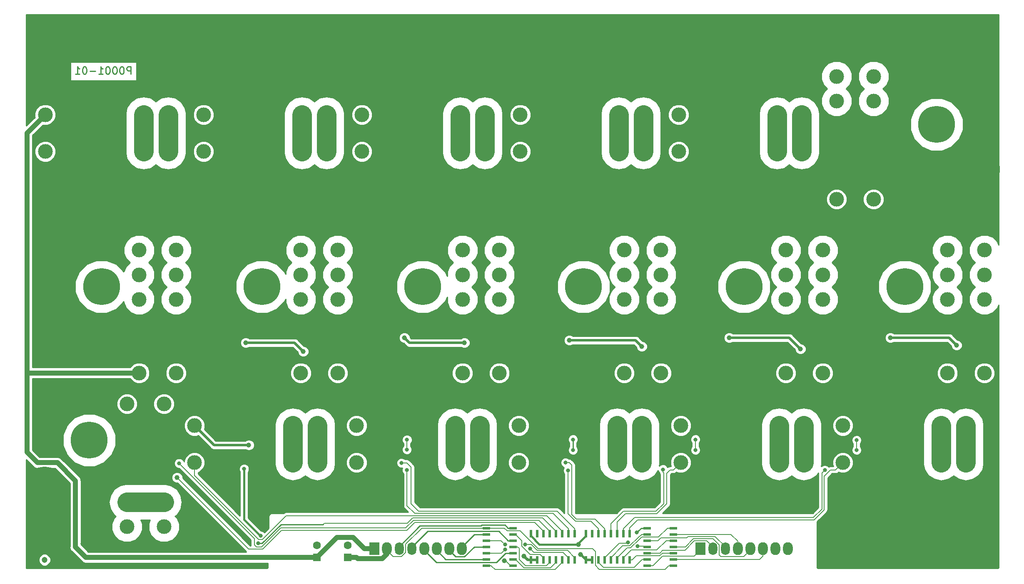
<source format=gbr>
%TF.GenerationSoftware,KiCad,Pcbnew,(6.0.0-rc1-dev-882-gdbc9130da)*%
%TF.CreationDate,2019-08-28T17:07:57+08:00*%
%TF.ProjectId,AntennaSwitch_6x2_RelayBoard,416E74656E6E615377697463685F3678,rev?*%
%TF.SameCoordinates,Original*%
%TF.FileFunction,Copper,L2,Bot,Signal*%
%TF.FilePolarity,Positive*%
%FSLAX46Y46*%
G04 Gerber Fmt 4.6, Leading zero omitted, Abs format (unit mm)*
G04 Created by KiCad (PCBNEW (6.0.0-rc1-dev-882-gdbc9130da)) date 2019/8/28 17:07:57*
%MOMM*%
%LPD*%
G01*
G04 APERTURE LIST*
%ADD10C,0.254000*%
%ADD11C,3.000000*%
%ADD12C,0.800000*%
%ADD13C,7.500000*%
%ADD14C,6.000000*%
%ADD15R,1.500000X0.550000*%
%ADD16R,0.600000X1.550000*%
%ADD17R,2.000000X2.600000*%
%ADD18O,1.800000X2.600000*%
%ADD19O,2.000000X2.600000*%
%ADD20R,1.600000X1.600000*%
%ADD21C,1.600000*%
%ADD22C,1.000000*%
%ADD23C,1.200000*%
%ADD24C,0.508000*%
%ADD25C,1.016000*%
%ADD26C,0.381000*%
%ADD27C,0.203200*%
%ADD28C,4.000000*%
%ADD29C,0.350000*%
G04 APERTURE END LIST*
D10*
X72409142Y-53256571D02*
X72409142Y-51756571D01*
X71837714Y-51756571D01*
X71694857Y-51828000D01*
X71623428Y-51899428D01*
X71552000Y-52042285D01*
X71552000Y-52256571D01*
X71623428Y-52399428D01*
X71694857Y-52470857D01*
X71837714Y-52542285D01*
X72409142Y-52542285D01*
X70623428Y-51756571D02*
X70480571Y-51756571D01*
X70337714Y-51828000D01*
X70266285Y-51899428D01*
X70194857Y-52042285D01*
X70123428Y-52328000D01*
X70123428Y-52685142D01*
X70194857Y-52970857D01*
X70266285Y-53113714D01*
X70337714Y-53185142D01*
X70480571Y-53256571D01*
X70623428Y-53256571D01*
X70766285Y-53185142D01*
X70837714Y-53113714D01*
X70909142Y-52970857D01*
X70980571Y-52685142D01*
X70980571Y-52328000D01*
X70909142Y-52042285D01*
X70837714Y-51899428D01*
X70766285Y-51828000D01*
X70623428Y-51756571D01*
X69194857Y-51756571D02*
X69052000Y-51756571D01*
X68909142Y-51828000D01*
X68837714Y-51899428D01*
X68766285Y-52042285D01*
X68694857Y-52328000D01*
X68694857Y-52685142D01*
X68766285Y-52970857D01*
X68837714Y-53113714D01*
X68909142Y-53185142D01*
X69052000Y-53256571D01*
X69194857Y-53256571D01*
X69337714Y-53185142D01*
X69409142Y-53113714D01*
X69480571Y-52970857D01*
X69552000Y-52685142D01*
X69552000Y-52328000D01*
X69480571Y-52042285D01*
X69409142Y-51899428D01*
X69337714Y-51828000D01*
X69194857Y-51756571D01*
X67766285Y-51756571D02*
X67623428Y-51756571D01*
X67480571Y-51828000D01*
X67409142Y-51899428D01*
X67337714Y-52042285D01*
X67266285Y-52328000D01*
X67266285Y-52685142D01*
X67337714Y-52970857D01*
X67409142Y-53113714D01*
X67480571Y-53185142D01*
X67623428Y-53256571D01*
X67766285Y-53256571D01*
X67909142Y-53185142D01*
X67980571Y-53113714D01*
X68052000Y-52970857D01*
X68123428Y-52685142D01*
X68123428Y-52328000D01*
X68052000Y-52042285D01*
X67980571Y-51899428D01*
X67909142Y-51828000D01*
X67766285Y-51756571D01*
X65837714Y-53256571D02*
X66694857Y-53256571D01*
X66266285Y-53256571D02*
X66266285Y-51756571D01*
X66409142Y-51970857D01*
X66552000Y-52113714D01*
X66694857Y-52185142D01*
X65194857Y-52685142D02*
X64052000Y-52685142D01*
X63052000Y-51756571D02*
X62909142Y-51756571D01*
X62766285Y-51828000D01*
X62694857Y-51899428D01*
X62623428Y-52042285D01*
X62552000Y-52328000D01*
X62552000Y-52685142D01*
X62623428Y-52970857D01*
X62694857Y-53113714D01*
X62766285Y-53185142D01*
X62909142Y-53256571D01*
X63052000Y-53256571D01*
X63194857Y-53185142D01*
X63266285Y-53113714D01*
X63337714Y-52970857D01*
X63409142Y-52685142D01*
X63409142Y-52328000D01*
X63337714Y-52042285D01*
X63266285Y-51899428D01*
X63194857Y-51828000D01*
X63052000Y-51756571D01*
X61123428Y-53256571D02*
X61980571Y-53256571D01*
X61552000Y-53256571D02*
X61552000Y-51756571D01*
X61694857Y-51970857D01*
X61837714Y-52113714D01*
X61980571Y-52185142D01*
D11*
X180200300Y-89109500D03*
X180200300Y-99109500D03*
X172700300Y-94109500D03*
X180200300Y-114109500D03*
X172700300Y-114109500D03*
X180200300Y-94109500D03*
X172700300Y-89109500D03*
X172700300Y-99109500D03*
D12*
X55926000Y-85018430D03*
X58676000Y-85018430D03*
X60051000Y-87400000D03*
X58676000Y-89781570D03*
X55926000Y-89781570D03*
X54551000Y-87400000D03*
D13*
X57301000Y-87400000D03*
X66421000Y-96520000D03*
D12*
X52442930Y-138257000D03*
X52442930Y-135507000D03*
X54824500Y-134132000D03*
X57206070Y-135507000D03*
X57206070Y-138257000D03*
X54824500Y-139632000D03*
D13*
X54824500Y-136882000D03*
X63944500Y-127762000D03*
D12*
X219248000Y-85018430D03*
X221998000Y-85018430D03*
X223373000Y-87400000D03*
X221998000Y-89781570D03*
X219248000Y-89781570D03*
X217873000Y-87400000D03*
D13*
X220623000Y-87400000D03*
X229743000Y-96520000D03*
D12*
X186583600Y-85018430D03*
X189333600Y-85018430D03*
X190708600Y-87400000D03*
X189333600Y-89781570D03*
X186583600Y-89781570D03*
X185208600Y-87400000D03*
D13*
X187958600Y-87400000D03*
X197078600Y-96520000D03*
D12*
X153919200Y-85018430D03*
X156669200Y-85018430D03*
X158044200Y-87400000D03*
X156669200Y-89781570D03*
X153919200Y-89781570D03*
X152544200Y-87400000D03*
D13*
X155294200Y-87400000D03*
X164414200Y-96520000D03*
D12*
X121254800Y-85018430D03*
X124004800Y-85018430D03*
X125379800Y-87400000D03*
X124004800Y-89781570D03*
X121254800Y-89781570D03*
X119879800Y-87400000D03*
D13*
X122629800Y-87400000D03*
X131749800Y-96520000D03*
D12*
X88590400Y-85018430D03*
X91340400Y-85018430D03*
X92715400Y-87400000D03*
X91340400Y-89781570D03*
X88590400Y-89781570D03*
X87215400Y-87400000D03*
D13*
X89965400Y-87400000D03*
X99085400Y-96520000D03*
D12*
X246715000Y-75001570D03*
X243965000Y-75001570D03*
X242590000Y-72620000D03*
X243965000Y-70238430D03*
X246715000Y-70238430D03*
X248090000Y-72620000D03*
D13*
X245340000Y-72620000D03*
X236220000Y-63500000D03*
D12*
X247056810Y-148812500D03*
X247056810Y-151187500D03*
X245000000Y-152375000D03*
X242943190Y-151187500D03*
X242943190Y-148812500D03*
X245000000Y-147625000D03*
D14*
X245000000Y-150000000D03*
D12*
X57056810Y-53812500D03*
X57056810Y-56187500D03*
X55000000Y-57375000D03*
X52943190Y-56187500D03*
X52943190Y-53812500D03*
X55000000Y-52625000D03*
D14*
X55000000Y-55000000D03*
D11*
X242170000Y-132334000D03*
X232170000Y-132334000D03*
X237170000Y-124834000D03*
X217170000Y-132334000D03*
X217170000Y-124834000D03*
X237170000Y-132334000D03*
X242170000Y-124834000D03*
X232170000Y-124834000D03*
X110344000Y-132334000D03*
X100344000Y-132334000D03*
X105344000Y-124834000D03*
X85344000Y-132334000D03*
X85344000Y-124834000D03*
X105344000Y-132334000D03*
X110344000Y-124834000D03*
X100344000Y-124834000D03*
X144380000Y-69029924D03*
X134380000Y-69029924D03*
X139380000Y-61529924D03*
X119380000Y-69029924D03*
X119380000Y-61529924D03*
X139380000Y-69029924D03*
X144380000Y-61529924D03*
X134380000Y-61529924D03*
D15*
X182735200Y-153289000D03*
X182735200Y-152019000D03*
X182735200Y-150749000D03*
X182735200Y-149479000D03*
X182735200Y-148209000D03*
X182735200Y-146939000D03*
X182735200Y-145669000D03*
X177335200Y-145669000D03*
X177335200Y-146939000D03*
X177335200Y-148209000D03*
X177335200Y-149479000D03*
X177335200Y-150749000D03*
X177335200Y-152019000D03*
X177335200Y-153289000D03*
X144696200Y-145669000D03*
X144696200Y-146939000D03*
X144696200Y-148209000D03*
X144696200Y-149479000D03*
X144696200Y-150749000D03*
X144696200Y-152019000D03*
X144696200Y-153289000D03*
X150096200Y-153289000D03*
X150096200Y-152019000D03*
X150096200Y-150749000D03*
X150096200Y-149479000D03*
X150096200Y-148209000D03*
X150096200Y-146939000D03*
X150096200Y-145669000D03*
D16*
X173812200Y-146779000D03*
X172542200Y-146779000D03*
X171272200Y-146779000D03*
X170002200Y-146779000D03*
X168732200Y-146779000D03*
X167462200Y-146779000D03*
X166192200Y-146779000D03*
X164922200Y-146779000D03*
X164922200Y-152179000D03*
X166192200Y-152179000D03*
X167462200Y-152179000D03*
X168732200Y-152179000D03*
X170002200Y-152179000D03*
X171272200Y-152179000D03*
X172542200Y-152179000D03*
X173812200Y-152179000D03*
X162636200Y-146779000D03*
X161366200Y-146779000D03*
X160096200Y-146779000D03*
X158826200Y-146779000D03*
X157556200Y-146779000D03*
X156286200Y-146779000D03*
X155016200Y-146779000D03*
X153746200Y-146779000D03*
X153746200Y-152179000D03*
X155016200Y-152179000D03*
X156286200Y-152179000D03*
X157556200Y-152179000D03*
X158826200Y-152179000D03*
X160096200Y-152179000D03*
X161366200Y-152179000D03*
X162636200Y-152179000D03*
D11*
X209213500Y-132334000D03*
X199213500Y-132334000D03*
X204213500Y-124834000D03*
X184213500Y-132334000D03*
X184213500Y-124834000D03*
X204213500Y-132334000D03*
X209213500Y-124834000D03*
X199213500Y-124834000D03*
X176257000Y-132334000D03*
X166257000Y-132334000D03*
X171257000Y-124834000D03*
X151257000Y-132334000D03*
X151257000Y-124834000D03*
X171257000Y-132334000D03*
X176257000Y-124834000D03*
X166257000Y-124834000D03*
X143300500Y-132334000D03*
X133300500Y-132334000D03*
X138300500Y-124834000D03*
X118300500Y-132334000D03*
X118300500Y-124834000D03*
X138300500Y-132334000D03*
X143300500Y-124834000D03*
X133300500Y-124834000D03*
X71628000Y-145396000D03*
X71628000Y-135396000D03*
X79128000Y-140396000D03*
X71628000Y-120396000D03*
X79128000Y-120396000D03*
X71628000Y-140396000D03*
X79128000Y-145396000D03*
X79128000Y-135396000D03*
X245935500Y-89109500D03*
X245935500Y-99109500D03*
X238435500Y-94109500D03*
X245935500Y-114109500D03*
X238435500Y-114109500D03*
X245935500Y-94109500D03*
X238435500Y-89109500D03*
X238435500Y-99109500D03*
X213067900Y-89109500D03*
X213067900Y-99109500D03*
X205567900Y-94109500D03*
X213067900Y-114109500D03*
X205567900Y-114109500D03*
X213067900Y-94109500D03*
X205567900Y-89109500D03*
X205567900Y-99109500D03*
X147332700Y-89109500D03*
X147332700Y-99109500D03*
X139832700Y-94109500D03*
X147332700Y-114109500D03*
X139832700Y-114109500D03*
X147332700Y-94109500D03*
X139832700Y-89109500D03*
X139832700Y-99109500D03*
X114465100Y-89109500D03*
X114465100Y-99109500D03*
X106965100Y-94109500D03*
X114465100Y-114109500D03*
X106965100Y-114109500D03*
X114465100Y-94109500D03*
X106965100Y-89109500D03*
X106965100Y-99109500D03*
X81597500Y-89109500D03*
X81597500Y-99109500D03*
X74097500Y-94109500D03*
X81597500Y-114109500D03*
X74097500Y-114109500D03*
X81597500Y-94109500D03*
X74097500Y-89109500D03*
X74097500Y-99109500D03*
X223393000Y-53740000D03*
X223393000Y-63740000D03*
X215893000Y-58740000D03*
X223393000Y-78740000D03*
X215893000Y-78740000D03*
X223393000Y-58740000D03*
X215893000Y-53740000D03*
X215893000Y-63740000D03*
X208769000Y-69029924D03*
X198769000Y-69029924D03*
X203769000Y-61529924D03*
X183769000Y-69029924D03*
X183769000Y-61529924D03*
X203769000Y-69029924D03*
X208769000Y-61529924D03*
X198769000Y-61529924D03*
X176574500Y-69029924D03*
X166574500Y-69029924D03*
X171574500Y-61529924D03*
X151574500Y-69029924D03*
X151574500Y-61529924D03*
X171574500Y-69029924D03*
X176574500Y-61529924D03*
X166574500Y-61529924D03*
X112185500Y-69029924D03*
X102185500Y-69029924D03*
X107185500Y-61529924D03*
X87185500Y-69029924D03*
X87185500Y-61529924D03*
X107185500Y-69029924D03*
X112185500Y-61529924D03*
X102185500Y-61529924D03*
X79991000Y-69029924D03*
X69991000Y-69029924D03*
X74991000Y-61529924D03*
X54991000Y-69029924D03*
X54991000Y-61529924D03*
X74991000Y-69029924D03*
X79991000Y-61529924D03*
X69991000Y-61529924D03*
D17*
X188163200Y-149860000D03*
D18*
X190703200Y-149860000D03*
X193243200Y-149860000D03*
D19*
X195783200Y-149860000D03*
X198323200Y-149860000D03*
X200863200Y-149860000D03*
X203403200Y-149860000D03*
X205943200Y-149860000D03*
D17*
X121869200Y-149860000D03*
D19*
X124409200Y-149860000D03*
D18*
X126949200Y-149860000D03*
X129489200Y-149860000D03*
D19*
X132029200Y-149860000D03*
X134569200Y-149860000D03*
X137109200Y-149860000D03*
X139649200Y-149860000D03*
D20*
X116459000Y-151663400D03*
D21*
X116459000Y-149163400D03*
D20*
X110236000Y-151663400D03*
D21*
X110236000Y-149163400D03*
D22*
X96372310Y-128778000D03*
X163392646Y-148973556D03*
X152273000Y-151384000D03*
X148336000Y-152273000D03*
X163830000Y-151003000D03*
D12*
X175260000Y-146557990D03*
D23*
X54864000Y-152146000D03*
X80264000Y-125476000D03*
D11*
X214630000Y-107950000D03*
X96520000Y-68968000D03*
X96520000Y-62738000D03*
X64262000Y-68968000D03*
X64262000Y-61468000D03*
X226252076Y-124652076D03*
X193486076Y-124906076D03*
X160020000Y-124652076D03*
X96774000Y-121158000D03*
X75692000Y-129794000D03*
X219964000Y-73660000D03*
X128270000Y-68968000D03*
X128524000Y-62738000D03*
X160782000Y-68968000D03*
X160782000Y-61468000D03*
X193141600Y-61529924D03*
X193141600Y-69029924D03*
X216662000Y-69735514D03*
X129286002Y-121158000D03*
D23*
X245872000Y-106426000D03*
X228092000Y-88138000D03*
X225044000Y-114300000D03*
X222504000Y-119888000D03*
X217170000Y-119888000D03*
X220980000Y-104902000D03*
X183896000Y-119888000D03*
X186690000Y-105156000D03*
X153416000Y-119888000D03*
X121412000Y-105156000D03*
X120650000Y-120142000D03*
X54102000Y-105156000D03*
X54102000Y-110744000D03*
X59436000Y-110744000D03*
X83820000Y-119380000D03*
X95250000Y-103378000D03*
X62738000Y-148844000D03*
D11*
X54864000Y-145288000D03*
X247142000Y-57404000D03*
X181356000Y-76708000D03*
X196850000Y-87122000D03*
X150114000Y-77978000D03*
X164592000Y-86868000D03*
X122174000Y-76454000D03*
X132080000Y-86614000D03*
X89916000Y-79502000D03*
X99568000Y-86106000D03*
X67310000Y-78994000D03*
X84836000Y-75692000D03*
X75184000Y-108204000D03*
X64008000Y-118618000D03*
X155194000Y-105156000D03*
D23*
X153416000Y-119888000D03*
D11*
X153416000Y-119888000D03*
D23*
X186690000Y-105156000D03*
D11*
X186690000Y-105156000D03*
D23*
X183896000Y-119888000D03*
D11*
X183896000Y-119888000D03*
D23*
X220980000Y-104902000D03*
D11*
X220980000Y-104902000D03*
D23*
X217170000Y-119888000D03*
D11*
X217170000Y-119888000D03*
D23*
X222504000Y-119888000D03*
D11*
X222504000Y-119888000D03*
X225044000Y-114300000D03*
D23*
X245872000Y-106426000D03*
D11*
X245872000Y-106426000D03*
D23*
X121412000Y-105156000D03*
D11*
X121412000Y-105156000D03*
D23*
X120650000Y-120142000D03*
D11*
X120650000Y-120142000D03*
X180340000Y-106172000D03*
D23*
X75184000Y-120396000D03*
X59182000Y-148590000D03*
X54610000Y-129794000D03*
X56896000Y-129794000D03*
X54102000Y-116586000D03*
X59436000Y-116586000D03*
X58166000Y-101092000D03*
X63500000Y-106172000D03*
X67564000Y-109474000D03*
X71374000Y-109474000D03*
X67564000Y-116586000D03*
X56896000Y-125476000D03*
X59690000Y-121666000D03*
X68072000Y-121666000D03*
X71120000Y-125476000D03*
X71374000Y-129794000D03*
X247904000Y-119888000D03*
X247904000Y-130556000D03*
X247904000Y-142748000D03*
X214884000Y-152908000D03*
X239014000Y-152908000D03*
X74422000Y-42672000D03*
X88138000Y-42672000D03*
X110236000Y-42672000D03*
X129794000Y-42672000D03*
X157226000Y-42672000D03*
X182626000Y-42418000D03*
X215900000Y-42672000D03*
X246380000Y-42672000D03*
D22*
X81788000Y-135382000D03*
D12*
X95427800Y-133629400D03*
X98769612Y-147263369D03*
X98277597Y-148763431D03*
D22*
X107442000Y-109728000D03*
X95758000Y-107950000D03*
D12*
X128549400Y-133883400D03*
X128524000Y-129692400D03*
X128549400Y-127685800D03*
D22*
X128016000Y-106934000D03*
X140208000Y-107950000D03*
D12*
X162306000Y-127635000D03*
X162306000Y-129794000D03*
X161296390Y-133945345D03*
D22*
X176276000Y-108712000D03*
X161544008Y-107442000D03*
D12*
X187198000Y-127635000D03*
X187198000Y-129794000D03*
X180594000Y-133731000D03*
D22*
X208534000Y-109220000D03*
X194056000Y-106934000D03*
D12*
X219964000Y-127762000D03*
X219964000Y-129794000D03*
X213487000Y-133858000D03*
D22*
X240284001Y-108458001D03*
X226822000Y-106934000D03*
D12*
X82219800Y-132486400D03*
X127406400Y-132410200D03*
X160762990Y-132334000D03*
X148463000Y-149987000D03*
X153593800Y-149885400D03*
X148463000Y-148983797D03*
X152565327Y-149034169D03*
X173482000Y-148590000D03*
X175387000Y-149352000D03*
D24*
X89288000Y-128778000D02*
X95665204Y-128778000D01*
X95665204Y-128778000D02*
X96372310Y-128778000D01*
X85344000Y-124834000D02*
X89288000Y-128778000D01*
D25*
X114298001Y-147601399D02*
X110236000Y-151663400D01*
X117594599Y-147601399D02*
X114298001Y-147601399D01*
X119853200Y-149860000D02*
X117594599Y-147601399D01*
X121869200Y-149860000D02*
X119853200Y-149860000D01*
D26*
X153746200Y-147254000D02*
X155465756Y-148973556D01*
X164922200Y-146779000D02*
X164922200Y-147254000D01*
X155465756Y-148973556D02*
X162685540Y-148973556D01*
X164922200Y-147254000D02*
X163392646Y-148783554D01*
X153746200Y-146779000D02*
X153746200Y-147254000D01*
X162685540Y-148973556D02*
X163392646Y-148973556D01*
X163392646Y-148783554D02*
X163392646Y-148973556D01*
D25*
X54991000Y-61529924D02*
X51262010Y-65258914D01*
X53375999Y-132369999D02*
X57439999Y-132369999D01*
X51262010Y-130256010D02*
X53375999Y-132369999D01*
X61121999Y-136051999D02*
X61121999Y-149513999D01*
X57439999Y-132369999D02*
X61121999Y-136051999D01*
X63271400Y-151663400D02*
X110236000Y-151663400D01*
X61121999Y-149513999D02*
X63271400Y-151663400D01*
X51325510Y-114109500D02*
X51262010Y-114046000D01*
X74097500Y-114109500D02*
X51325510Y-114109500D01*
X51262010Y-65258914D02*
X51262010Y-114046000D01*
X51262010Y-114046000D02*
X51262010Y-130256010D01*
D26*
X155016200Y-152179000D02*
X153195000Y-152179000D01*
X153195000Y-152179000D02*
X152654000Y-151638000D01*
D24*
X155016200Y-152179000D02*
X153068000Y-152179000D01*
X153068000Y-152179000D02*
X152273000Y-151384000D01*
D27*
X148605200Y-152273000D02*
X148336000Y-152273000D01*
X149621200Y-153289000D02*
X148605200Y-152273000D01*
X150096200Y-153289000D02*
X149621200Y-153289000D01*
D24*
X166192200Y-152179000D02*
X164922200Y-152179000D01*
X164922200Y-152179000D02*
X164922200Y-152095200D01*
X164922200Y-152095200D02*
X163830000Y-151003000D01*
D10*
X175659999Y-146157991D02*
X175260000Y-146557990D01*
X177335200Y-145669000D02*
X176148990Y-145669000D01*
X176148990Y-145669000D02*
X175659999Y-146157991D01*
D27*
X127448248Y-151464810D02*
X128284390Y-150628668D01*
X125714010Y-151464810D02*
X127448248Y-151464810D01*
X124409200Y-149860000D02*
X124409200Y-150160000D01*
X124409200Y-150160000D02*
X125714010Y-151464810D01*
X144696200Y-145669000D02*
X131546600Y-145669000D01*
X128284390Y-148931210D02*
X128284390Y-150628668D01*
X131546600Y-145669000D02*
X128284390Y-148931210D01*
D25*
X124409200Y-150991602D02*
X124409200Y-149860000D01*
X123478801Y-151922001D02*
X124409200Y-150991602D01*
X118533601Y-151922001D02*
X123478801Y-151922001D01*
X118275000Y-151663400D02*
X118533601Y-151922001D01*
X116459000Y-151663400D02*
X118275000Y-151663400D01*
D27*
X181020000Y-154051000D02*
X181782000Y-153289000D01*
X167640000Y-154051000D02*
X181020000Y-154051000D01*
X166857399Y-150443565D02*
X166857399Y-153268399D01*
X144696200Y-145669000D02*
X148336000Y-145669000D01*
X148336000Y-145669000D02*
X148915801Y-146248801D01*
X181782000Y-153289000D02*
X182735200Y-153289000D01*
X166857399Y-153268399D02*
X167640000Y-154051000D01*
X148915801Y-146248801D02*
X151582801Y-146248801D01*
X151582801Y-146248801D02*
X155163166Y-149829166D01*
X155163166Y-149829166D02*
X166243000Y-149829166D01*
X166243000Y-149829166D02*
X166857399Y-150443565D01*
D28*
X208769000Y-69029924D02*
X208769000Y-61529924D01*
X176574500Y-69029924D02*
X176574500Y-61529924D01*
X144380000Y-69029924D02*
X144380000Y-61529924D01*
X112185500Y-69029924D02*
X112185500Y-61529924D01*
X79991000Y-69029924D02*
X79991000Y-61529924D01*
X110344000Y-132334000D02*
X110344000Y-124834000D01*
X143300500Y-132334000D02*
X143300500Y-124834000D01*
X176257000Y-132334000D02*
X176257000Y-124834000D01*
X209213500Y-132334000D02*
X209213500Y-124834000D01*
X242170000Y-132334000D02*
X242170000Y-124834000D01*
D10*
X143615999Y-145237190D02*
X143789390Y-145063799D01*
X148486999Y-145063799D02*
X149092200Y-145669000D01*
X149092200Y-145669000D02*
X150096200Y-145669000D01*
X143789390Y-145063799D02*
X148486999Y-145063799D01*
X131172010Y-145237190D02*
X143615999Y-145237190D01*
X126949200Y-149460000D02*
X131172010Y-145237190D01*
X126949200Y-149860000D02*
X126949200Y-149460000D01*
X129489200Y-149560000D02*
X129489200Y-149860000D01*
X132715401Y-146333799D02*
X129489200Y-149560000D01*
X147216999Y-146333799D02*
X132715401Y-146333799D01*
X149092200Y-148209000D02*
X147216999Y-146333799D01*
X150096200Y-148209000D02*
X149092200Y-148209000D01*
X134493401Y-152624201D02*
X132029200Y-150160000D01*
X132029200Y-150160000D02*
X132029200Y-149860000D01*
X146680915Y-152624201D02*
X134493401Y-152624201D01*
X148556116Y-150749000D02*
X146680915Y-152624201D01*
X150096200Y-150749000D02*
X148556116Y-150749000D01*
X134569200Y-150160000D02*
X134569200Y-149860000D01*
X136428200Y-152019000D02*
X134569200Y-150160000D01*
X144696200Y-152019000D02*
X136428200Y-152019000D01*
X137109200Y-150160000D02*
X137109200Y-149860000D01*
X138439410Y-151490210D02*
X137109200Y-150160000D01*
X140200191Y-151490210D02*
X138439410Y-151490210D01*
X142211401Y-149479000D02*
X140200191Y-151490210D01*
X144696200Y-149479000D02*
X142211401Y-149479000D01*
X143692200Y-146939000D02*
X144696200Y-146939000D01*
X142270200Y-146939000D02*
X143692200Y-146939000D01*
X139649200Y-149560000D02*
X142270200Y-146939000D01*
X139649200Y-149860000D02*
X139649200Y-149560000D01*
D27*
X188163200Y-150160000D02*
X186939200Y-151384000D01*
X188163200Y-149860000D02*
X188163200Y-150160000D01*
X186939200Y-151384000D02*
X180467000Y-151384000D01*
X178562000Y-153289000D02*
X177335200Y-153289000D01*
X180467000Y-151384000D02*
X178562000Y-153289000D01*
X178288400Y-150749000D02*
X177335200Y-150749000D01*
X190703200Y-149860000D02*
X190703200Y-149460000D01*
X186964551Y-148255199D02*
X185050551Y-150169199D01*
X190703200Y-149460000D02*
X189498399Y-148255199D01*
X179952498Y-150749000D02*
X178288400Y-150749000D01*
X180532299Y-150169199D02*
X179952498Y-150749000D01*
X189498399Y-148255199D02*
X186964551Y-148255199D01*
X185050551Y-150169199D02*
X180532299Y-150169199D01*
X193243200Y-149460000D02*
X191204789Y-147421589D01*
X193243200Y-149860000D02*
X193243200Y-149460000D01*
X185425050Y-147629199D02*
X180157801Y-147629199D01*
X185632660Y-147421589D02*
X185425050Y-147629199D01*
X178288400Y-148209000D02*
X177335200Y-148209000D01*
X180157801Y-147629199D02*
X179578000Y-148209000D01*
X179578000Y-148209000D02*
X178288400Y-148209000D01*
X191204789Y-147421589D02*
X185632660Y-147421589D01*
X183688400Y-146939000D02*
X182735200Y-146939000D01*
X194365400Y-146939000D02*
X183688400Y-146939000D01*
X195783200Y-148356800D02*
X194365400Y-146939000D01*
X195783200Y-149860000D02*
X195783200Y-148356800D01*
X185120807Y-149479000D02*
X182735200Y-149479000D01*
X186771807Y-147828000D02*
X185120807Y-149479000D01*
X190775058Y-147828000D02*
X186771807Y-147828000D01*
X198323200Y-149860000D02*
X198323200Y-150160000D01*
X198323200Y-150160000D02*
X197018390Y-151464810D01*
X197018390Y-151464810D02*
X192358810Y-151464810D01*
X192358810Y-151464810D02*
X192024000Y-151130000D01*
X192024000Y-151130000D02*
X192024000Y-149076942D01*
X192024000Y-149076942D02*
X190775058Y-147828000D01*
X183688400Y-152019000D02*
X182735200Y-152019000D01*
X200207400Y-152019000D02*
X183688400Y-152019000D01*
X200863200Y-151363200D02*
X200207400Y-152019000D01*
X200863200Y-149860000D02*
X200863200Y-151363200D01*
D28*
X74991000Y-61529924D02*
X74991000Y-69029924D01*
D27*
X96382244Y-149976244D02*
X82287999Y-135881999D01*
X99186650Y-149976244D02*
X96382244Y-149976244D01*
X103043471Y-146119423D02*
X99186650Y-149976244D01*
X156286200Y-146779000D02*
X156286200Y-146304000D01*
X156286200Y-146304000D02*
X154508255Y-144526055D01*
X82287999Y-135881999D02*
X81788000Y-135382000D01*
X154508255Y-144526055D02*
X130082723Y-144526055D01*
X130082723Y-144526055D02*
X128489356Y-146119423D01*
X128489356Y-146119423D02*
X103043471Y-146119423D01*
D28*
X107185500Y-61529924D02*
X107185500Y-69029924D01*
D27*
X156133833Y-143611633D02*
X158826200Y-146304000D01*
X128624062Y-144691531D02*
X129703959Y-143611633D01*
X129703959Y-143611633D02*
X156133833Y-143611633D01*
X158826200Y-146304000D02*
X158826200Y-146779000D01*
X111733061Y-144691531D02*
X111517990Y-144906602D01*
X112649000Y-144691531D02*
X111733061Y-144691531D01*
X112649000Y-144691531D02*
X128624062Y-144691531D01*
D10*
X102927184Y-144906602D02*
X99070355Y-148763431D01*
D26*
X98369613Y-146863370D02*
X98769612Y-147263369D01*
D10*
X98843282Y-148763431D02*
X98277597Y-148763431D01*
D26*
X95427800Y-143921557D02*
X98369613Y-146863370D01*
D10*
X99070355Y-148763431D02*
X98843282Y-148763431D01*
D26*
X95427800Y-133629400D02*
X95427800Y-143921557D01*
D10*
X111517990Y-144906602D02*
X102927184Y-144906602D01*
D24*
X107442000Y-109728000D02*
X105664000Y-107950000D01*
X96465106Y-107950000D02*
X95758000Y-107950000D01*
X105664000Y-107950000D02*
X96465106Y-107950000D01*
D28*
X139380000Y-61529924D02*
X139380000Y-69029924D01*
D27*
X128549400Y-129667000D02*
X128524000Y-129692400D01*
X128549400Y-127685800D02*
X128549400Y-129667000D01*
X128549400Y-141122400D02*
X128549400Y-133883400D01*
X130124211Y-142697211D02*
X128549400Y-141122400D01*
X158262611Y-142697211D02*
X130124211Y-142697211D01*
X161366200Y-145800800D02*
X158262611Y-142697211D01*
X161366200Y-146779000D02*
X161366200Y-145800800D01*
D24*
X129032000Y-107950000D02*
X139500894Y-107950000D01*
X139500894Y-107950000D02*
X140208000Y-107950000D01*
X128016000Y-106934000D02*
X129032000Y-107950000D01*
D28*
X171574500Y-61529924D02*
X171574500Y-69029924D01*
D10*
X162306000Y-127635000D02*
X162306000Y-129794000D01*
D27*
X161296390Y-142765983D02*
X161296390Y-133945345D01*
X162807218Y-144276811D02*
X161296390Y-142765983D01*
X165938211Y-144276811D02*
X162807218Y-144276811D01*
X167462200Y-145800800D02*
X165938211Y-144276811D01*
X167462200Y-146779000D02*
X167462200Y-145800800D01*
D24*
X176276000Y-108712000D02*
X175006000Y-107442000D01*
X162251114Y-107442000D02*
X161544008Y-107442000D01*
X175006000Y-107442000D02*
X162251114Y-107442000D01*
D28*
X203769000Y-61529924D02*
X203769000Y-69029924D01*
D27*
X187198000Y-127635000D02*
X187198000Y-128200685D01*
X187198000Y-128200685D02*
X187198000Y-129794000D01*
X180594000Y-133731000D02*
X180594000Y-134296685D01*
X170002200Y-144819208D02*
X170002200Y-145800800D01*
X170002200Y-145800800D02*
X170002200Y-146779000D01*
X172581408Y-142240000D02*
X170002200Y-144819208D01*
X180721000Y-140704408D02*
X179185408Y-142240000D01*
X180721000Y-134423685D02*
X180721000Y-140704408D01*
X180594000Y-134296685D02*
X180721000Y-134423685D01*
X179185408Y-142240000D02*
X172581408Y-142240000D01*
D24*
X206248000Y-106934000D02*
X194763106Y-106934000D01*
X208534000Y-109220000D02*
X206248000Y-106934000D01*
X194763106Y-106934000D02*
X194056000Y-106934000D01*
D27*
X219964000Y-127762000D02*
X219964000Y-129794000D01*
X174833000Y-143510000D02*
X172542200Y-145800800D01*
X172542200Y-145800800D02*
X172542200Y-146779000D01*
X211189408Y-143510000D02*
X174833000Y-143510000D01*
X212902789Y-141796619D02*
X211189408Y-143510000D01*
X212902789Y-134442211D02*
X212902789Y-141796619D01*
X213487000Y-133858000D02*
X212902789Y-134442211D01*
D24*
X227529106Y-106934000D02*
X226822000Y-106934000D01*
X240284001Y-108458001D02*
X238760000Y-106934000D01*
X238760000Y-106934000D02*
X227529106Y-106934000D01*
D28*
X71628000Y-140396000D02*
X79128000Y-140396000D01*
X105344000Y-132334000D02*
X105344000Y-124834000D01*
X138300500Y-132334000D02*
X138300500Y-124834000D01*
X171257000Y-132334000D02*
X171257000Y-124834000D01*
X204213500Y-132334000D02*
X204213500Y-124834000D01*
X237170000Y-124834000D02*
X237170000Y-132334000D01*
D27*
X82219800Y-132486400D02*
X97521995Y-147788595D01*
X97914907Y-149519033D02*
X98997268Y-149519033D01*
X98997268Y-149519033D02*
X102854089Y-145662212D01*
X129893342Y-144068844D02*
X155321044Y-144068844D01*
X157556200Y-146304000D02*
X157556200Y-146779000D01*
X97521995Y-149126121D02*
X97914907Y-149519033D01*
X128299974Y-145662212D02*
X129893342Y-144068844D01*
X155321044Y-144068844D02*
X157556200Y-146304000D01*
X102854089Y-145662212D02*
X128299974Y-145662212D01*
X97521995Y-147788595D02*
X97521995Y-149126121D01*
X160096200Y-146304000D02*
X160096200Y-146779000D01*
X85344000Y-132334000D02*
X85344000Y-134956047D01*
X156946622Y-143154422D02*
X160096200Y-146304000D01*
X103996849Y-143154422D02*
X156946622Y-143154422D01*
X99132301Y-148018970D02*
X103996849Y-143154422D01*
X98406923Y-148018970D02*
X99132301Y-148018970D01*
X85344000Y-134956047D02*
X98406923Y-148018970D01*
X128498600Y-132410200D02*
X127972085Y-132410200D01*
X129362200Y-133273800D02*
X128498600Y-132410200D01*
X127972085Y-132410200D02*
X127406400Y-132410200D01*
X162636200Y-145800800D02*
X159075400Y-142240000D01*
X162636200Y-146779000D02*
X162636200Y-145800800D01*
X130886200Y-142240000D02*
X129362200Y-140716000D01*
X159075400Y-142240000D02*
X130886200Y-142240000D01*
X129362200Y-140716000D02*
X129362200Y-133273800D01*
X161544000Y-132334000D02*
X160762990Y-132334000D01*
X168732200Y-145800800D02*
X166751000Y-143819600D01*
X166751000Y-143819600D02*
X162996600Y-143819600D01*
X162996600Y-143819600D02*
X162052000Y-142875000D01*
X168732200Y-146779000D02*
X168732200Y-145800800D01*
X162052000Y-142875000D02*
X162052000Y-132842000D01*
X162052000Y-132842000D02*
X161544000Y-132334000D01*
X182713501Y-133833999D02*
X182015001Y-133833999D01*
X184213500Y-132334000D02*
X182713501Y-133833999D01*
X182015001Y-133833999D02*
X181356000Y-134493000D01*
X181356000Y-134493000D02*
X181356000Y-140716000D01*
X181356000Y-140716000D02*
X179324000Y-142748000D01*
X179324000Y-142748000D02*
X172974000Y-142748000D01*
X171272200Y-144449800D02*
X171272200Y-146779000D01*
X172974000Y-142748000D02*
X171272200Y-144449800D01*
X173812200Y-145592800D02*
X173812200Y-146779000D01*
X175387000Y-144018000D02*
X173812200Y-145592800D01*
X215670001Y-133833999D02*
X214654001Y-133833999D01*
X217170000Y-132334000D02*
X215670001Y-133833999D01*
X214654001Y-133833999D02*
X213360000Y-135128000D01*
X213360000Y-135128000D02*
X213360000Y-141986000D01*
X213360000Y-141986000D02*
X211328000Y-144018000D01*
X211328000Y-144018000D02*
X175387000Y-144018000D01*
X151860525Y-149347905D02*
X153561019Y-151048399D01*
X150571200Y-146939000D02*
X151860525Y-148228325D01*
X151860525Y-148228325D02*
X151860525Y-149347905D01*
X156286200Y-151704000D02*
X156286200Y-152179000D01*
X155630599Y-151048399D02*
X156286200Y-151704000D01*
X150096200Y-146939000D02*
X150571200Y-146939000D01*
X153561019Y-151048399D02*
X155630599Y-151048399D01*
X157556200Y-152654000D02*
X157556200Y-152179000D01*
X150096200Y-149479000D02*
X151049400Y-149479000D01*
X151049400Y-149479000D02*
X151384000Y-149813600D01*
X151384000Y-149813600D02*
X151384000Y-152019000D01*
X151384000Y-152019000D02*
X152674601Y-153309601D01*
X152674601Y-153309601D02*
X156900599Y-153309601D01*
X156900599Y-153309601D02*
X157556200Y-152654000D01*
X157764188Y-153716012D02*
X158826200Y-152654000D01*
X158826200Y-152654000D02*
X158826200Y-152179000D01*
X152268212Y-153716012D02*
X157764188Y-153716012D01*
X150571200Y-152019000D02*
X152268212Y-153716012D01*
X150096200Y-152019000D02*
X150571200Y-152019000D01*
X160096200Y-152654000D02*
X160096200Y-152179000D01*
X158627777Y-154122423D02*
X160096200Y-152654000D01*
X146482823Y-154122423D02*
X158627777Y-154122423D01*
X145649400Y-153289000D02*
X146482823Y-154122423D01*
X144696200Y-153289000D02*
X145649400Y-153289000D01*
X144696200Y-150749000D02*
X147701000Y-150749000D01*
X147701000Y-150749000D02*
X148463000Y-149987000D01*
X161366200Y-151704000D02*
X161366200Y-152179000D01*
X160304188Y-150641988D02*
X161366200Y-151704000D01*
X153593800Y-149885400D02*
X154350388Y-150641988D01*
X154350388Y-150641988D02*
X160304188Y-150641988D01*
X144696200Y-148209000D02*
X147688203Y-148209000D01*
X147688203Y-148209000D02*
X148463000Y-148983797D01*
X162636200Y-152179000D02*
X162636200Y-151704000D01*
X161167777Y-150235577D02*
X154994826Y-150235577D01*
X162636200Y-151704000D02*
X161167777Y-150235577D01*
X153793419Y-149034169D02*
X153131012Y-149034169D01*
X154994826Y-150235577D02*
X153793419Y-149034169D01*
X153131012Y-149034169D02*
X152565327Y-149034169D01*
X174756411Y-153644589D02*
X168452789Y-153644589D01*
X168452789Y-153644589D02*
X167462200Y-152654000D01*
X176382000Y-152019000D02*
X174756411Y-153644589D01*
X167462200Y-152654000D02*
X167462200Y-152179000D01*
X177335200Y-152019000D02*
X176382000Y-152019000D01*
X168732200Y-151704000D02*
X171719200Y-148717000D01*
X168732200Y-152179000D02*
X168732200Y-151704000D01*
X171719200Y-148717000D02*
X173355000Y-148717000D01*
X173355000Y-148717000D02*
X173482000Y-148590000D01*
X177208200Y-149352000D02*
X177335200Y-149479000D01*
X175387000Y-149352000D02*
X177208200Y-149352000D01*
X177335200Y-146939000D02*
X176251292Y-146939000D01*
X170002200Y-151704000D02*
X170002200Y-152179000D01*
X173819965Y-149301178D02*
X172405022Y-149301178D01*
X175553541Y-147567602D02*
X173819965Y-149301178D01*
X176251292Y-146939000D02*
X175622690Y-147567602D01*
X175622690Y-147567602D02*
X175553541Y-147567602D01*
X172405022Y-149301178D02*
X170002200Y-151704000D01*
X173988305Y-149707589D02*
X175721881Y-147974013D01*
X181782000Y-145669000D02*
X182735200Y-145669000D01*
X171272200Y-152179000D02*
X171272200Y-151704000D01*
X175791030Y-147974013D02*
X176246242Y-147518801D01*
X171272200Y-151704000D02*
X173268611Y-149707589D01*
X179693449Y-147518801D02*
X181543250Y-145669000D01*
X181543250Y-145669000D02*
X181782000Y-145669000D01*
X173268611Y-149707589D02*
X173988305Y-149707589D01*
X176246242Y-147518801D02*
X179693449Y-147518801D01*
X175721881Y-147974013D02*
X175791030Y-147974013D01*
X172542200Y-151704000D02*
X172542200Y-152179000D01*
X174132200Y-150114000D02*
X172542200Y-151704000D01*
X181229000Y-148209000D02*
X179324000Y-150114000D01*
X182735200Y-148209000D02*
X181229000Y-148209000D01*
X179324000Y-150114000D02*
X174132200Y-150114000D01*
X175165599Y-151328801D02*
X179947449Y-151328801D01*
X180527250Y-150749000D02*
X181782000Y-150749000D01*
X181782000Y-150749000D02*
X182735200Y-150749000D01*
X173812200Y-152179000D02*
X174315400Y-152179000D01*
X179947449Y-151328801D02*
X180527250Y-150749000D01*
X174315400Y-152179000D02*
X175165599Y-151328801D01*
D24*
G36*
X248738001Y-153738000D02*
X212090000Y-153738000D01*
X212090000Y-144477313D01*
X213910514Y-142656800D01*
X213982620Y-142608620D01*
X214173493Y-142322960D01*
X214223600Y-142071053D01*
X214223600Y-142071049D01*
X214240517Y-141986000D01*
X248738001Y-141986000D01*
X248738001Y-153738000D01*
X248738001Y-153738000D01*
G37*
X248738001Y-153738000D02*
X212090000Y-153738000D01*
X212090000Y-144477313D01*
X213910514Y-142656800D01*
X213982620Y-142608620D01*
X214173493Y-142322960D01*
X214223600Y-142071053D01*
X214223600Y-142071049D01*
X214240517Y-141986000D01*
X248738001Y-141986000D01*
X248738001Y-153738000D01*
D10*
G36*
X52488173Y-133098619D02*
X52551942Y-133194056D01*
X52930023Y-133446681D01*
X53263427Y-133512999D01*
X53263428Y-133512999D01*
X53375999Y-133535391D01*
X53488570Y-133512999D01*
X56966554Y-133512999D01*
X59978999Y-136525445D01*
X59979000Y-149401423D01*
X59956607Y-149513999D01*
X60040360Y-149935048D01*
X60045318Y-149959975D01*
X60297943Y-150338056D01*
X60393379Y-150401824D01*
X62383574Y-152392020D01*
X62447343Y-152487457D01*
X62825424Y-152740082D01*
X63158828Y-152806400D01*
X63271399Y-152828792D01*
X63383970Y-152806400D01*
X100233448Y-152806400D01*
X100214261Y-153669812D01*
X100158067Y-153865000D01*
X51135000Y-153865000D01*
X51135000Y-151900343D01*
X53629000Y-151900343D01*
X53629000Y-152391657D01*
X53817018Y-152845571D01*
X54164429Y-153192982D01*
X54618343Y-153381000D01*
X55109657Y-153381000D01*
X55563571Y-153192982D01*
X55910982Y-152845571D01*
X56099000Y-152391657D01*
X56099000Y-151900343D01*
X55910982Y-151446429D01*
X55563571Y-151099018D01*
X55109657Y-150911000D01*
X54618343Y-150911000D01*
X54164429Y-151099018D01*
X53817018Y-151446429D01*
X53629000Y-151900343D01*
X51135000Y-151900343D01*
X51135000Y-131745445D01*
X52488173Y-133098619D01*
X52488173Y-133098619D01*
G37*
X52488173Y-133098619D02*
X52551942Y-133194056D01*
X52930023Y-133446681D01*
X53263427Y-133512999D01*
X53263428Y-133512999D01*
X53375999Y-133535391D01*
X53488570Y-133512999D01*
X56966554Y-133512999D01*
X59978999Y-136525445D01*
X59979000Y-149401423D01*
X59956607Y-149513999D01*
X60040360Y-149935048D01*
X60045318Y-149959975D01*
X60297943Y-150338056D01*
X60393379Y-150401824D01*
X62383574Y-152392020D01*
X62447343Y-152487457D01*
X62825424Y-152740082D01*
X63158828Y-152806400D01*
X63271399Y-152828792D01*
X63383970Y-152806400D01*
X100233448Y-152806400D01*
X100214261Y-153669812D01*
X100158067Y-153865000D01*
X51135000Y-153865000D01*
X51135000Y-151900343D01*
X53629000Y-151900343D01*
X53629000Y-152391657D01*
X53817018Y-152845571D01*
X54164429Y-153192982D01*
X54618343Y-153381000D01*
X55109657Y-153381000D01*
X55563571Y-153192982D01*
X55910982Y-152845571D01*
X56099000Y-152391657D01*
X56099000Y-151900343D01*
X55910982Y-151446429D01*
X55563571Y-151099018D01*
X55109657Y-150911000D01*
X54618343Y-150911000D01*
X54164429Y-151099018D01*
X53817018Y-151446429D01*
X53629000Y-151900343D01*
X51135000Y-151900343D01*
X51135000Y-131745445D01*
X52488173Y-133098619D01*
G36*
X248865000Y-88010695D02*
X248586443Y-87338197D01*
X247706803Y-86458557D01*
X246557499Y-85982500D01*
X245313501Y-85982500D01*
X244164197Y-86458557D01*
X243284557Y-87338197D01*
X242808500Y-88487501D01*
X242808500Y-89731499D01*
X243284557Y-90880803D01*
X244013254Y-91609500D01*
X243284557Y-92338197D01*
X242808500Y-93487501D01*
X242808500Y-94731499D01*
X243284557Y-95880803D01*
X244013254Y-96609500D01*
X243284557Y-97338197D01*
X242808500Y-98487501D01*
X242808500Y-99731499D01*
X243284557Y-100880803D01*
X244164197Y-101760443D01*
X245313501Y-102236500D01*
X246557499Y-102236500D01*
X247706803Y-101760443D01*
X248586443Y-100880803D01*
X248865001Y-100208305D01*
X248865001Y-142562142D01*
X248859729Y-142567394D01*
X248659173Y-142621000D01*
X213766710Y-142621000D01*
X213829560Y-142558150D01*
X213891058Y-142517058D01*
X213932149Y-142455561D01*
X213932151Y-142455559D01*
X214053861Y-142273407D01*
X214060506Y-142239999D01*
X214096600Y-142058544D01*
X214096600Y-142058541D01*
X214111029Y-141986000D01*
X214096600Y-141913460D01*
X214096600Y-135433109D01*
X214959111Y-134570599D01*
X215597461Y-134570599D01*
X215670001Y-134585028D01*
X215742541Y-134570599D01*
X215742545Y-134570599D01*
X215957408Y-134527860D01*
X216201059Y-134365057D01*
X216242152Y-134303557D01*
X216272541Y-134273168D01*
X216745322Y-134469000D01*
X217594678Y-134469000D01*
X218379380Y-134143966D01*
X218979966Y-133543380D01*
X219305000Y-132758678D01*
X219305000Y-131909322D01*
X218979966Y-131124620D01*
X218379380Y-130524034D01*
X217594678Y-130199000D01*
X216745322Y-130199000D01*
X215960620Y-130524034D01*
X215360034Y-131124620D01*
X215035000Y-131909322D01*
X215035000Y-132758678D01*
X215175303Y-133097399D01*
X214726541Y-133097399D01*
X214654001Y-133082970D01*
X214581460Y-133097399D01*
X214581457Y-133097399D01*
X214372315Y-133139000D01*
X214366594Y-133140138D01*
X214286420Y-133193709D01*
X214073280Y-132980569D01*
X213692874Y-132823000D01*
X213281126Y-132823000D01*
X212900720Y-132980569D01*
X212753703Y-133127586D01*
X212840500Y-132691227D01*
X212840500Y-127556126D01*
X218929000Y-127556126D01*
X218929000Y-127967874D01*
X219086569Y-128348280D01*
X219227400Y-128489111D01*
X219227401Y-129066888D01*
X219086569Y-129207720D01*
X218929000Y-129588126D01*
X218929000Y-129999874D01*
X219086569Y-130380280D01*
X219377720Y-130671431D01*
X219758126Y-130829000D01*
X220169874Y-130829000D01*
X220550280Y-130671431D01*
X220841431Y-130380280D01*
X220999000Y-129999874D01*
X220999000Y-129588126D01*
X220841431Y-129207720D01*
X220700600Y-129066889D01*
X220700600Y-128489111D01*
X220841431Y-128348280D01*
X220999000Y-127967874D01*
X220999000Y-127556126D01*
X220841431Y-127175720D01*
X220550280Y-126884569D01*
X220169874Y-126727000D01*
X219758126Y-126727000D01*
X219377720Y-126884569D01*
X219086569Y-127175720D01*
X218929000Y-127556126D01*
X212840500Y-127556126D01*
X212840500Y-124476773D01*
X212827084Y-124409322D01*
X215035000Y-124409322D01*
X215035000Y-125258678D01*
X215360034Y-126043380D01*
X215960620Y-126643966D01*
X216745322Y-126969000D01*
X217594678Y-126969000D01*
X218379380Y-126643966D01*
X218979966Y-126043380D01*
X219305000Y-125258678D01*
X219305000Y-124476774D01*
X233543000Y-124476774D01*
X233543001Y-132691227D01*
X233753442Y-133749185D01*
X234555080Y-134948921D01*
X235754816Y-135750559D01*
X237170000Y-136032057D01*
X238585185Y-135750559D01*
X239670000Y-135025709D01*
X240754815Y-135750559D01*
X242170000Y-136032057D01*
X243585184Y-135750559D01*
X244784921Y-134948921D01*
X245586559Y-133749185D01*
X245797000Y-132691227D01*
X245797000Y-124476773D01*
X245586559Y-123418815D01*
X244784921Y-122219079D01*
X243585185Y-121417441D01*
X242170000Y-121135943D01*
X240754816Y-121417441D01*
X239670000Y-122142292D01*
X238585184Y-121417441D01*
X237170000Y-121135943D01*
X235754815Y-121417441D01*
X234555079Y-122219079D01*
X233753441Y-123418816D01*
X233543000Y-124476774D01*
X219305000Y-124476774D01*
X219305000Y-124409322D01*
X218979966Y-123624620D01*
X218379380Y-123024034D01*
X217594678Y-122699000D01*
X216745322Y-122699000D01*
X215960620Y-123024034D01*
X215360034Y-123624620D01*
X215035000Y-124409322D01*
X212827084Y-124409322D01*
X212630059Y-123418815D01*
X211828421Y-122219079D01*
X210628685Y-121417441D01*
X209213500Y-121135943D01*
X207798316Y-121417441D01*
X206713501Y-122142292D01*
X205628685Y-121417441D01*
X204213500Y-121135943D01*
X202798316Y-121417441D01*
X201598580Y-122219079D01*
X200796942Y-123418815D01*
X200586501Y-124476773D01*
X200586500Y-132691226D01*
X200796941Y-133749184D01*
X201598579Y-134948921D01*
X202798315Y-135750559D01*
X204213500Y-136032057D01*
X205628684Y-135750559D01*
X206713500Y-135025709D01*
X207798315Y-135750559D01*
X209213500Y-136032057D01*
X210628684Y-135750559D01*
X211828421Y-134948921D01*
X212155255Y-134459780D01*
X212166189Y-134514751D01*
X212166190Y-141491508D01*
X211036699Y-142621000D01*
X180492709Y-142621000D01*
X181825560Y-141288150D01*
X181887058Y-141247058D01*
X181928149Y-141185561D01*
X181928151Y-141185559D01*
X182049861Y-141003407D01*
X182052167Y-140991815D01*
X182092600Y-140788544D01*
X182092600Y-140788541D01*
X182107029Y-140716000D01*
X182092600Y-140643460D01*
X182092600Y-134798109D01*
X182320111Y-134570599D01*
X182640961Y-134570599D01*
X182713501Y-134585028D01*
X182786041Y-134570599D01*
X182786045Y-134570599D01*
X183000908Y-134527860D01*
X183244559Y-134365057D01*
X183285652Y-134303557D01*
X183316041Y-134273168D01*
X183788822Y-134469000D01*
X184638178Y-134469000D01*
X185422880Y-134143966D01*
X186023466Y-133543380D01*
X186348500Y-132758678D01*
X186348500Y-131909322D01*
X186023466Y-131124620D01*
X185422880Y-130524034D01*
X184638178Y-130199000D01*
X183788822Y-130199000D01*
X183004120Y-130524034D01*
X182403534Y-131124620D01*
X182078500Y-131909322D01*
X182078500Y-132758678D01*
X182218803Y-133097399D01*
X182087541Y-133097399D01*
X182015000Y-133082970D01*
X181942460Y-133097399D01*
X181942457Y-133097399D01*
X181733315Y-133139000D01*
X181727594Y-133140138D01*
X181545442Y-133261848D01*
X181545440Y-133261850D01*
X181525474Y-133275191D01*
X181471431Y-133144720D01*
X181180280Y-132853569D01*
X180799874Y-132696000D01*
X180388126Y-132696000D01*
X180007720Y-132853569D01*
X179812970Y-133048319D01*
X179884000Y-132691227D01*
X179884000Y-127429126D01*
X186163000Y-127429126D01*
X186163000Y-127840874D01*
X186320569Y-128221280D01*
X186461400Y-128362111D01*
X186461401Y-129066888D01*
X186320569Y-129207720D01*
X186163000Y-129588126D01*
X186163000Y-129999874D01*
X186320569Y-130380280D01*
X186611720Y-130671431D01*
X186992126Y-130829000D01*
X187403874Y-130829000D01*
X187784280Y-130671431D01*
X188075431Y-130380280D01*
X188233000Y-129999874D01*
X188233000Y-129588126D01*
X188075431Y-129207720D01*
X187934600Y-129066889D01*
X187934600Y-128362111D01*
X188075431Y-128221280D01*
X188233000Y-127840874D01*
X188233000Y-127429126D01*
X188075431Y-127048720D01*
X187784280Y-126757569D01*
X187403874Y-126600000D01*
X186992126Y-126600000D01*
X186611720Y-126757569D01*
X186320569Y-127048720D01*
X186163000Y-127429126D01*
X179884000Y-127429126D01*
X179884000Y-124476773D01*
X179870584Y-124409322D01*
X182078500Y-124409322D01*
X182078500Y-125258678D01*
X182403534Y-126043380D01*
X183004120Y-126643966D01*
X183788822Y-126969000D01*
X184638178Y-126969000D01*
X185422880Y-126643966D01*
X186023466Y-126043380D01*
X186348500Y-125258678D01*
X186348500Y-124409322D01*
X186023466Y-123624620D01*
X185422880Y-123024034D01*
X184638178Y-122699000D01*
X183788822Y-122699000D01*
X183004120Y-123024034D01*
X182403534Y-123624620D01*
X182078500Y-124409322D01*
X179870584Y-124409322D01*
X179673559Y-123418815D01*
X178871921Y-122219079D01*
X177672185Y-121417441D01*
X176257000Y-121135943D01*
X174841816Y-121417441D01*
X173757001Y-122142292D01*
X172672185Y-121417441D01*
X171257000Y-121135943D01*
X169841816Y-121417441D01*
X168642080Y-122219079D01*
X167840442Y-123418815D01*
X167630001Y-124476773D01*
X167630000Y-132691226D01*
X167840441Y-133749184D01*
X168642079Y-134948921D01*
X169841815Y-135750559D01*
X171257000Y-136032057D01*
X172672184Y-135750559D01*
X173757000Y-135025709D01*
X174841815Y-135750559D01*
X176257000Y-136032057D01*
X177672184Y-135750559D01*
X178871921Y-134948921D01*
X179559000Y-133920635D01*
X179559000Y-133936874D01*
X179716569Y-134317280D01*
X179879470Y-134480181D01*
X179900139Y-134584092D01*
X179916402Y-134608431D01*
X179984400Y-134710197D01*
X179984401Y-140399297D01*
X178880299Y-141503400D01*
X172653948Y-141503400D01*
X172581408Y-141488971D01*
X172508867Y-141503400D01*
X172508864Y-141503400D01*
X172294001Y-141546139D01*
X172111849Y-141667849D01*
X172111847Y-141667851D01*
X172050350Y-141708942D01*
X172009259Y-141770440D01*
X171158699Y-142621000D01*
X162839709Y-142621000D01*
X162788600Y-142569891D01*
X162788600Y-132914538D01*
X162803029Y-132841999D01*
X162788600Y-132769460D01*
X162788600Y-132769456D01*
X162745861Y-132554593D01*
X162583058Y-132310942D01*
X162521558Y-132269849D01*
X162116151Y-131864442D01*
X162075058Y-131802942D01*
X161831407Y-131640139D01*
X161616544Y-131597400D01*
X161616540Y-131597400D01*
X161544000Y-131582971D01*
X161487008Y-131594307D01*
X161349270Y-131456569D01*
X160968864Y-131299000D01*
X160557116Y-131299000D01*
X160176710Y-131456569D01*
X159885559Y-131747720D01*
X159727990Y-132128126D01*
X159727990Y-132539874D01*
X159885559Y-132920280D01*
X160176710Y-133211431D01*
X160452399Y-133325625D01*
X160418959Y-133359065D01*
X160261390Y-133739471D01*
X160261390Y-134151219D01*
X160418959Y-134531625D01*
X160559791Y-134672457D01*
X160559790Y-142621000D01*
X160498109Y-142621000D01*
X159647550Y-141770441D01*
X159606458Y-141708942D01*
X159362807Y-141546139D01*
X159147944Y-141503400D01*
X159147940Y-141503400D01*
X159075400Y-141488971D01*
X159002860Y-141503400D01*
X131191309Y-141503400D01*
X130098800Y-140410891D01*
X130098800Y-133346340D01*
X130113229Y-133273800D01*
X130098800Y-133201259D01*
X130098800Y-133201256D01*
X130056061Y-132986393D01*
X129984810Y-132879758D01*
X129934351Y-132804241D01*
X129934349Y-132804239D01*
X129893258Y-132742742D01*
X129831760Y-132701650D01*
X129821336Y-132691226D01*
X134673500Y-132691226D01*
X134883941Y-133749184D01*
X135685579Y-134948921D01*
X136885315Y-135750559D01*
X138300500Y-136032057D01*
X139715684Y-135750559D01*
X140800500Y-135025709D01*
X141885315Y-135750559D01*
X143300500Y-136032057D01*
X144715684Y-135750559D01*
X145915421Y-134948921D01*
X146717059Y-133749185D01*
X146927500Y-132691227D01*
X146927500Y-131909322D01*
X149122000Y-131909322D01*
X149122000Y-132758678D01*
X149447034Y-133543380D01*
X150047620Y-134143966D01*
X150832322Y-134469000D01*
X151681678Y-134469000D01*
X152466380Y-134143966D01*
X153066966Y-133543380D01*
X153392000Y-132758678D01*
X153392000Y-131909322D01*
X153066966Y-131124620D01*
X152466380Y-130524034D01*
X151681678Y-130199000D01*
X150832322Y-130199000D01*
X150047620Y-130524034D01*
X149447034Y-131124620D01*
X149122000Y-131909322D01*
X146927500Y-131909322D01*
X146927500Y-127429126D01*
X161271000Y-127429126D01*
X161271000Y-127840874D01*
X161428569Y-128221280D01*
X161544000Y-128336711D01*
X161544001Y-129092288D01*
X161428569Y-129207720D01*
X161271000Y-129588126D01*
X161271000Y-129999874D01*
X161428569Y-130380280D01*
X161719720Y-130671431D01*
X162100126Y-130829000D01*
X162511874Y-130829000D01*
X162892280Y-130671431D01*
X163183431Y-130380280D01*
X163341000Y-129999874D01*
X163341000Y-129588126D01*
X163183431Y-129207720D01*
X163068000Y-129092289D01*
X163068000Y-128336711D01*
X163183431Y-128221280D01*
X163341000Y-127840874D01*
X163341000Y-127429126D01*
X163183431Y-127048720D01*
X162892280Y-126757569D01*
X162511874Y-126600000D01*
X162100126Y-126600000D01*
X161719720Y-126757569D01*
X161428569Y-127048720D01*
X161271000Y-127429126D01*
X146927500Y-127429126D01*
X146927500Y-124476773D01*
X146914084Y-124409322D01*
X149122000Y-124409322D01*
X149122000Y-125258678D01*
X149447034Y-126043380D01*
X150047620Y-126643966D01*
X150832322Y-126969000D01*
X151681678Y-126969000D01*
X152466380Y-126643966D01*
X153066966Y-126043380D01*
X153392000Y-125258678D01*
X153392000Y-124409322D01*
X153066966Y-123624620D01*
X152466380Y-123024034D01*
X151681678Y-122699000D01*
X150832322Y-122699000D01*
X150047620Y-123024034D01*
X149447034Y-123624620D01*
X149122000Y-124409322D01*
X146914084Y-124409322D01*
X146717059Y-123418815D01*
X145915421Y-122219079D01*
X144715685Y-121417441D01*
X143300500Y-121135943D01*
X141885316Y-121417441D01*
X140800501Y-122142292D01*
X139715685Y-121417441D01*
X138300500Y-121135943D01*
X136885316Y-121417441D01*
X135685580Y-122219079D01*
X134883942Y-123418815D01*
X134673501Y-124476773D01*
X134673500Y-132691226D01*
X129821336Y-132691226D01*
X129070751Y-131940642D01*
X129029658Y-131879142D01*
X128786007Y-131716339D01*
X128571144Y-131673600D01*
X128571140Y-131673600D01*
X128498600Y-131659171D01*
X128426060Y-131673600D01*
X128133511Y-131673600D01*
X127992680Y-131532769D01*
X127612274Y-131375200D01*
X127200526Y-131375200D01*
X126820120Y-131532769D01*
X126528969Y-131823920D01*
X126371400Y-132204326D01*
X126371400Y-132616074D01*
X126528969Y-132996480D01*
X126820120Y-133287631D01*
X127200526Y-133445200D01*
X127610632Y-133445200D01*
X127514400Y-133677526D01*
X127514400Y-134089274D01*
X127671969Y-134469680D01*
X127812801Y-134610512D01*
X127812800Y-141049860D01*
X127798371Y-141122400D01*
X127812800Y-141194940D01*
X127812800Y-141194943D01*
X127855539Y-141409806D01*
X128018342Y-141653458D01*
X128079842Y-141694551D01*
X128803113Y-142417822D01*
X104069389Y-142417822D01*
X103996849Y-142403393D01*
X103924308Y-142417822D01*
X103924305Y-142417822D01*
X103734589Y-142455559D01*
X103709442Y-142460561D01*
X103527290Y-142582271D01*
X103527288Y-142582273D01*
X103469329Y-142621000D01*
X101073012Y-142621000D01*
X101040596Y-142625207D01*
X100793810Y-142690355D01*
X100737427Y-142722353D01*
X100554951Y-142900819D01*
X100521707Y-142956479D01*
X100451093Y-143201757D01*
X100446167Y-143234070D01*
X100390955Y-145718607D01*
X99539758Y-146569804D01*
X99355892Y-146385938D01*
X98975486Y-146228369D01*
X98902045Y-146228369D01*
X96253300Y-143579625D01*
X96253300Y-134267611D01*
X96305231Y-134215680D01*
X96462800Y-133835274D01*
X96462800Y-133423526D01*
X96305231Y-133043120D01*
X96014080Y-132751969D01*
X95867434Y-132691226D01*
X101717000Y-132691226D01*
X101927441Y-133749184D01*
X102729079Y-134948921D01*
X103928815Y-135750559D01*
X105344000Y-136032057D01*
X106759184Y-135750559D01*
X107844000Y-135025709D01*
X108928815Y-135750559D01*
X110344000Y-136032057D01*
X111759184Y-135750559D01*
X112958921Y-134948921D01*
X113760559Y-133749185D01*
X113971000Y-132691227D01*
X113971000Y-131909322D01*
X116165500Y-131909322D01*
X116165500Y-132758678D01*
X116490534Y-133543380D01*
X117091120Y-134143966D01*
X117875822Y-134469000D01*
X118725178Y-134469000D01*
X119509880Y-134143966D01*
X120110466Y-133543380D01*
X120435500Y-132758678D01*
X120435500Y-131909322D01*
X120110466Y-131124620D01*
X119509880Y-130524034D01*
X118725178Y-130199000D01*
X117875822Y-130199000D01*
X117091120Y-130524034D01*
X116490534Y-131124620D01*
X116165500Y-131909322D01*
X113971000Y-131909322D01*
X113971000Y-129486526D01*
X127489000Y-129486526D01*
X127489000Y-129898274D01*
X127646569Y-130278680D01*
X127937720Y-130569831D01*
X128318126Y-130727400D01*
X128729874Y-130727400D01*
X129110280Y-130569831D01*
X129401431Y-130278680D01*
X129559000Y-129898274D01*
X129559000Y-129486526D01*
X129401431Y-129106120D01*
X129286000Y-128990689D01*
X129286000Y-128412911D01*
X129426831Y-128272080D01*
X129584400Y-127891674D01*
X129584400Y-127479926D01*
X129426831Y-127099520D01*
X129135680Y-126808369D01*
X128755274Y-126650800D01*
X128343526Y-126650800D01*
X127963120Y-126808369D01*
X127671969Y-127099520D01*
X127514400Y-127479926D01*
X127514400Y-127891674D01*
X127671969Y-128272080D01*
X127812800Y-128412911D01*
X127812801Y-128939888D01*
X127646569Y-129106120D01*
X127489000Y-129486526D01*
X113971000Y-129486526D01*
X113971000Y-124476773D01*
X113957584Y-124409322D01*
X116165500Y-124409322D01*
X116165500Y-125258678D01*
X116490534Y-126043380D01*
X117091120Y-126643966D01*
X117875822Y-126969000D01*
X118725178Y-126969000D01*
X119509880Y-126643966D01*
X120110466Y-126043380D01*
X120435500Y-125258678D01*
X120435500Y-124409322D01*
X120110466Y-123624620D01*
X119509880Y-123024034D01*
X118725178Y-122699000D01*
X117875822Y-122699000D01*
X117091120Y-123024034D01*
X116490534Y-123624620D01*
X116165500Y-124409322D01*
X113957584Y-124409322D01*
X113760559Y-123418815D01*
X112958921Y-122219079D01*
X111759185Y-121417441D01*
X110344000Y-121135943D01*
X108928816Y-121417441D01*
X107844001Y-122142292D01*
X106759185Y-121417441D01*
X105344000Y-121135943D01*
X103928816Y-121417441D01*
X102729080Y-122219079D01*
X101927442Y-123418815D01*
X101717001Y-124476773D01*
X101717000Y-132691226D01*
X95867434Y-132691226D01*
X95633674Y-132594400D01*
X95221926Y-132594400D01*
X94841520Y-132751969D01*
X94550369Y-133043120D01*
X94392800Y-133423526D01*
X94392800Y-133835274D01*
X94550369Y-134215680D01*
X94602300Y-134267611D01*
X94602301Y-143172638D01*
X86080600Y-134650938D01*
X86080600Y-134339798D01*
X86553380Y-134143966D01*
X87153966Y-133543380D01*
X87479000Y-132758678D01*
X87479000Y-131909322D01*
X87153966Y-131124620D01*
X86553380Y-130524034D01*
X85768678Y-130199000D01*
X84919322Y-130199000D01*
X84134620Y-130524034D01*
X83534034Y-131124620D01*
X83209000Y-131909322D01*
X83209000Y-132169955D01*
X83097231Y-131900120D01*
X82806080Y-131608969D01*
X82425674Y-131451400D01*
X82013926Y-131451400D01*
X81633520Y-131608969D01*
X81342369Y-131900120D01*
X81184800Y-132280526D01*
X81184800Y-132692274D01*
X81342369Y-133072680D01*
X81633520Y-133363831D01*
X82013926Y-133521400D01*
X82213091Y-133521400D01*
X96785395Y-148093705D01*
X96785396Y-149053576D01*
X96770966Y-149126121D01*
X96793547Y-149239644D01*
X96687353Y-149239644D01*
X82923000Y-135475291D01*
X82923000Y-135156234D01*
X82750207Y-134739074D01*
X82430926Y-134419793D01*
X82013766Y-134247000D01*
X81562234Y-134247000D01*
X81145074Y-134419793D01*
X80825793Y-134739074D01*
X80653000Y-135156234D01*
X80653000Y-135607766D01*
X80825793Y-136024926D01*
X81145074Y-136344207D01*
X81562234Y-136517000D01*
X81881291Y-136517000D01*
X95810093Y-150445802D01*
X95851186Y-150507302D01*
X95870788Y-150520400D01*
X63744846Y-150520400D01*
X62264999Y-149040554D01*
X62264999Y-140396000D01*
X67929943Y-140396000D01*
X68211441Y-141811185D01*
X69013079Y-143010921D01*
X69359417Y-143242337D01*
X68977057Y-143624697D01*
X68501000Y-144774001D01*
X68501000Y-146017999D01*
X68977057Y-147167303D01*
X69856697Y-148046943D01*
X71006001Y-148523000D01*
X72249999Y-148523000D01*
X73399303Y-148046943D01*
X74278943Y-147167303D01*
X74755000Y-146017999D01*
X74755000Y-144774001D01*
X74443925Y-144023000D01*
X76312075Y-144023000D01*
X76001000Y-144774001D01*
X76001000Y-146017999D01*
X76477057Y-147167303D01*
X77356697Y-148046943D01*
X78506001Y-148523000D01*
X79749999Y-148523000D01*
X80899303Y-148046943D01*
X81778943Y-147167303D01*
X82255000Y-146017999D01*
X82255000Y-144774001D01*
X81778943Y-143624697D01*
X81396583Y-143242337D01*
X81742921Y-143010921D01*
X82544559Y-141811185D01*
X82826057Y-140396000D01*
X82544559Y-138980815D01*
X81742921Y-137781079D01*
X80543185Y-136979441D01*
X79485227Y-136769000D01*
X71270773Y-136769000D01*
X70212815Y-136979441D01*
X69013079Y-137781079D01*
X68211441Y-138980815D01*
X67929943Y-140396000D01*
X62264999Y-140396000D01*
X62264999Y-136164569D01*
X62287391Y-136051998D01*
X62247521Y-135851558D01*
X62198681Y-135606023D01*
X61946056Y-135227942D01*
X61850620Y-135164174D01*
X58327826Y-131641381D01*
X58264056Y-131545942D01*
X57885975Y-131293317D01*
X57552571Y-131226999D01*
X57552570Y-131226999D01*
X57439999Y-131204607D01*
X57327428Y-131226999D01*
X53849445Y-131226999D01*
X52405010Y-129782565D01*
X52405010Y-126692448D01*
X58567500Y-126692448D01*
X58567500Y-128831552D01*
X59386099Y-130807826D01*
X60898674Y-132320401D01*
X62874948Y-133139000D01*
X65014052Y-133139000D01*
X66990326Y-132320401D01*
X68502901Y-130807826D01*
X69321500Y-128831552D01*
X69321500Y-126692448D01*
X68502901Y-124716174D01*
X68196049Y-124409322D01*
X83209000Y-124409322D01*
X83209000Y-125258678D01*
X83534034Y-126043380D01*
X84134620Y-126643966D01*
X84919322Y-126969000D01*
X85768678Y-126969000D01*
X86089059Y-126836294D01*
X88597471Y-129344707D01*
X88647067Y-129418933D01*
X88941130Y-129615419D01*
X89200444Y-129667000D01*
X89200448Y-129667000D01*
X89287999Y-129684415D01*
X89375550Y-129667000D01*
X95656177Y-129667000D01*
X95729384Y-129740207D01*
X96146544Y-129913000D01*
X96598076Y-129913000D01*
X97015236Y-129740207D01*
X97334517Y-129420926D01*
X97507310Y-129003766D01*
X97507310Y-128552234D01*
X97334517Y-128135074D01*
X97015236Y-127815793D01*
X96598076Y-127643000D01*
X96146544Y-127643000D01*
X95729384Y-127815793D01*
X95656177Y-127889000D01*
X89656236Y-127889000D01*
X87346294Y-125579059D01*
X87479000Y-125258678D01*
X87479000Y-124409322D01*
X87153966Y-123624620D01*
X86553380Y-123024034D01*
X85768678Y-122699000D01*
X84919322Y-122699000D01*
X84134620Y-123024034D01*
X83534034Y-123624620D01*
X83209000Y-124409322D01*
X68196049Y-124409322D01*
X66990326Y-123203599D01*
X65014052Y-122385000D01*
X62874948Y-122385000D01*
X60898674Y-123203599D01*
X59386099Y-124716174D01*
X58567500Y-126692448D01*
X52405010Y-126692448D01*
X52405010Y-119971322D01*
X69493000Y-119971322D01*
X69493000Y-120820678D01*
X69818034Y-121605380D01*
X70418620Y-122205966D01*
X71203322Y-122531000D01*
X72052678Y-122531000D01*
X72837380Y-122205966D01*
X73437966Y-121605380D01*
X73763000Y-120820678D01*
X73763000Y-119971322D01*
X76993000Y-119971322D01*
X76993000Y-120820678D01*
X77318034Y-121605380D01*
X77918620Y-122205966D01*
X78703322Y-122531000D01*
X79552678Y-122531000D01*
X80337380Y-122205966D01*
X80937966Y-121605380D01*
X81263000Y-120820678D01*
X81263000Y-119971322D01*
X80937966Y-119186620D01*
X80337380Y-118586034D01*
X79552678Y-118261000D01*
X78703322Y-118261000D01*
X77918620Y-118586034D01*
X77318034Y-119186620D01*
X76993000Y-119971322D01*
X73763000Y-119971322D01*
X73437966Y-119186620D01*
X72837380Y-118586034D01*
X72052678Y-118261000D01*
X71203322Y-118261000D01*
X70418620Y-118586034D01*
X69818034Y-119186620D01*
X69493000Y-119971322D01*
X52405010Y-119971322D01*
X52405010Y-115252500D01*
X72260039Y-115252500D01*
X72287534Y-115318880D01*
X72888120Y-115919466D01*
X73672822Y-116244500D01*
X74522178Y-116244500D01*
X75306880Y-115919466D01*
X75907466Y-115318880D01*
X76232500Y-114534178D01*
X76232500Y-113684822D01*
X79462500Y-113684822D01*
X79462500Y-114534178D01*
X79787534Y-115318880D01*
X80388120Y-115919466D01*
X81172822Y-116244500D01*
X82022178Y-116244500D01*
X82806880Y-115919466D01*
X83407466Y-115318880D01*
X83732500Y-114534178D01*
X83732500Y-113684822D01*
X104830100Y-113684822D01*
X104830100Y-114534178D01*
X105155134Y-115318880D01*
X105755720Y-115919466D01*
X106540422Y-116244500D01*
X107389778Y-116244500D01*
X108174480Y-115919466D01*
X108775066Y-115318880D01*
X109100100Y-114534178D01*
X109100100Y-113684822D01*
X112330100Y-113684822D01*
X112330100Y-114534178D01*
X112655134Y-115318880D01*
X113255720Y-115919466D01*
X114040422Y-116244500D01*
X114889778Y-116244500D01*
X115674480Y-115919466D01*
X116275066Y-115318880D01*
X116600100Y-114534178D01*
X116600100Y-113684822D01*
X137697700Y-113684822D01*
X137697700Y-114534178D01*
X138022734Y-115318880D01*
X138623320Y-115919466D01*
X139408022Y-116244500D01*
X140257378Y-116244500D01*
X141042080Y-115919466D01*
X141642666Y-115318880D01*
X141967700Y-114534178D01*
X141967700Y-113684822D01*
X145197700Y-113684822D01*
X145197700Y-114534178D01*
X145522734Y-115318880D01*
X146123320Y-115919466D01*
X146908022Y-116244500D01*
X147757378Y-116244500D01*
X148542080Y-115919466D01*
X149142666Y-115318880D01*
X149467700Y-114534178D01*
X149467700Y-113684822D01*
X170565300Y-113684822D01*
X170565300Y-114534178D01*
X170890334Y-115318880D01*
X171490920Y-115919466D01*
X172275622Y-116244500D01*
X173124978Y-116244500D01*
X173909680Y-115919466D01*
X174510266Y-115318880D01*
X174835300Y-114534178D01*
X174835300Y-113684822D01*
X178065300Y-113684822D01*
X178065300Y-114534178D01*
X178390334Y-115318880D01*
X178990920Y-115919466D01*
X179775622Y-116244500D01*
X180624978Y-116244500D01*
X181409680Y-115919466D01*
X182010266Y-115318880D01*
X182335300Y-114534178D01*
X182335300Y-113684822D01*
X203432900Y-113684822D01*
X203432900Y-114534178D01*
X203757934Y-115318880D01*
X204358520Y-115919466D01*
X205143222Y-116244500D01*
X205992578Y-116244500D01*
X206777280Y-115919466D01*
X207377866Y-115318880D01*
X207702900Y-114534178D01*
X207702900Y-113684822D01*
X210932900Y-113684822D01*
X210932900Y-114534178D01*
X211257934Y-115318880D01*
X211858520Y-115919466D01*
X212643222Y-116244500D01*
X213492578Y-116244500D01*
X214277280Y-115919466D01*
X214877866Y-115318880D01*
X215202900Y-114534178D01*
X215202900Y-113684822D01*
X236300500Y-113684822D01*
X236300500Y-114534178D01*
X236625534Y-115318880D01*
X237226120Y-115919466D01*
X238010822Y-116244500D01*
X238860178Y-116244500D01*
X239644880Y-115919466D01*
X240245466Y-115318880D01*
X240570500Y-114534178D01*
X240570500Y-113684822D01*
X243800500Y-113684822D01*
X243800500Y-114534178D01*
X244125534Y-115318880D01*
X244726120Y-115919466D01*
X245510822Y-116244500D01*
X246360178Y-116244500D01*
X247144880Y-115919466D01*
X247745466Y-115318880D01*
X248070500Y-114534178D01*
X248070500Y-113684822D01*
X247745466Y-112900120D01*
X247144880Y-112299534D01*
X246360178Y-111974500D01*
X245510822Y-111974500D01*
X244726120Y-112299534D01*
X244125534Y-112900120D01*
X243800500Y-113684822D01*
X240570500Y-113684822D01*
X240245466Y-112900120D01*
X239644880Y-112299534D01*
X238860178Y-111974500D01*
X238010822Y-111974500D01*
X237226120Y-112299534D01*
X236625534Y-112900120D01*
X236300500Y-113684822D01*
X215202900Y-113684822D01*
X214877866Y-112900120D01*
X214277280Y-112299534D01*
X213492578Y-111974500D01*
X212643222Y-111974500D01*
X211858520Y-112299534D01*
X211257934Y-112900120D01*
X210932900Y-113684822D01*
X207702900Y-113684822D01*
X207377866Y-112900120D01*
X206777280Y-112299534D01*
X205992578Y-111974500D01*
X205143222Y-111974500D01*
X204358520Y-112299534D01*
X203757934Y-112900120D01*
X203432900Y-113684822D01*
X182335300Y-113684822D01*
X182010266Y-112900120D01*
X181409680Y-112299534D01*
X180624978Y-111974500D01*
X179775622Y-111974500D01*
X178990920Y-112299534D01*
X178390334Y-112900120D01*
X178065300Y-113684822D01*
X174835300Y-113684822D01*
X174510266Y-112900120D01*
X173909680Y-112299534D01*
X173124978Y-111974500D01*
X172275622Y-111974500D01*
X171490920Y-112299534D01*
X170890334Y-112900120D01*
X170565300Y-113684822D01*
X149467700Y-113684822D01*
X149142666Y-112900120D01*
X148542080Y-112299534D01*
X147757378Y-111974500D01*
X146908022Y-111974500D01*
X146123320Y-112299534D01*
X145522734Y-112900120D01*
X145197700Y-113684822D01*
X141967700Y-113684822D01*
X141642666Y-112900120D01*
X141042080Y-112299534D01*
X140257378Y-111974500D01*
X139408022Y-111974500D01*
X138623320Y-112299534D01*
X138022734Y-112900120D01*
X137697700Y-113684822D01*
X116600100Y-113684822D01*
X116275066Y-112900120D01*
X115674480Y-112299534D01*
X114889778Y-111974500D01*
X114040422Y-111974500D01*
X113255720Y-112299534D01*
X112655134Y-112900120D01*
X112330100Y-113684822D01*
X109100100Y-113684822D01*
X108775066Y-112900120D01*
X108174480Y-112299534D01*
X107389778Y-111974500D01*
X106540422Y-111974500D01*
X105755720Y-112299534D01*
X105155134Y-112900120D01*
X104830100Y-113684822D01*
X83732500Y-113684822D01*
X83407466Y-112900120D01*
X82806880Y-112299534D01*
X82022178Y-111974500D01*
X81172822Y-111974500D01*
X80388120Y-112299534D01*
X79787534Y-112900120D01*
X79462500Y-113684822D01*
X76232500Y-113684822D01*
X75907466Y-112900120D01*
X75306880Y-112299534D01*
X74522178Y-111974500D01*
X73672822Y-111974500D01*
X72888120Y-112299534D01*
X72287534Y-112900120D01*
X72260039Y-112966500D01*
X52405010Y-112966500D01*
X52405010Y-107724234D01*
X94623000Y-107724234D01*
X94623000Y-108175766D01*
X94795793Y-108592926D01*
X95115074Y-108912207D01*
X95532234Y-109085000D01*
X95983766Y-109085000D01*
X96400926Y-108912207D01*
X96474133Y-108839000D01*
X105295765Y-108839000D01*
X106307000Y-109850236D01*
X106307000Y-109953766D01*
X106479793Y-110370926D01*
X106799074Y-110690207D01*
X107216234Y-110863000D01*
X107667766Y-110863000D01*
X108084926Y-110690207D01*
X108404207Y-110370926D01*
X108577000Y-109953766D01*
X108577000Y-109502234D01*
X108404207Y-109085074D01*
X108084926Y-108765793D01*
X107667766Y-108593000D01*
X107564236Y-108593000D01*
X106354531Y-107383296D01*
X106304933Y-107309067D01*
X106010870Y-107112581D01*
X105751556Y-107061000D01*
X105751555Y-107061000D01*
X105664000Y-107043584D01*
X105576445Y-107061000D01*
X96474133Y-107061000D01*
X96400926Y-106987793D01*
X95983766Y-106815000D01*
X95532234Y-106815000D01*
X95115074Y-106987793D01*
X94795793Y-107307074D01*
X94623000Y-107724234D01*
X52405010Y-107724234D01*
X52405010Y-106708234D01*
X126881000Y-106708234D01*
X126881000Y-107159766D01*
X127053793Y-107576926D01*
X127373074Y-107896207D01*
X127790234Y-108069000D01*
X127893765Y-108069000D01*
X128341471Y-108516706D01*
X128391067Y-108590933D01*
X128685130Y-108787419D01*
X128944444Y-108839000D01*
X128944445Y-108839000D01*
X129032000Y-108856416D01*
X129119555Y-108839000D01*
X139491867Y-108839000D01*
X139565074Y-108912207D01*
X139982234Y-109085000D01*
X140433766Y-109085000D01*
X140850926Y-108912207D01*
X141170207Y-108592926D01*
X141343000Y-108175766D01*
X141343000Y-107724234D01*
X141170207Y-107307074D01*
X141079367Y-107216234D01*
X160409008Y-107216234D01*
X160409008Y-107667766D01*
X160581801Y-108084926D01*
X160901082Y-108404207D01*
X161318242Y-108577000D01*
X161769774Y-108577000D01*
X162186934Y-108404207D01*
X162260141Y-108331000D01*
X174637765Y-108331000D01*
X175141000Y-108834236D01*
X175141000Y-108937766D01*
X175313793Y-109354926D01*
X175633074Y-109674207D01*
X176050234Y-109847000D01*
X176501766Y-109847000D01*
X176918926Y-109674207D01*
X177238207Y-109354926D01*
X177411000Y-108937766D01*
X177411000Y-108486234D01*
X177238207Y-108069074D01*
X176918926Y-107749793D01*
X176501766Y-107577000D01*
X176398236Y-107577000D01*
X175696531Y-106875296D01*
X175646933Y-106801067D01*
X175507999Y-106708234D01*
X192921000Y-106708234D01*
X192921000Y-107159766D01*
X193093793Y-107576926D01*
X193413074Y-107896207D01*
X193830234Y-108069000D01*
X194281766Y-108069000D01*
X194698926Y-107896207D01*
X194772133Y-107823000D01*
X205879765Y-107823000D01*
X207399000Y-109342236D01*
X207399000Y-109445766D01*
X207571793Y-109862926D01*
X207891074Y-110182207D01*
X208308234Y-110355000D01*
X208759766Y-110355000D01*
X209176926Y-110182207D01*
X209496207Y-109862926D01*
X209669000Y-109445766D01*
X209669000Y-108994234D01*
X209496207Y-108577074D01*
X209176926Y-108257793D01*
X208759766Y-108085000D01*
X208656236Y-108085000D01*
X207279470Y-106708234D01*
X225687000Y-106708234D01*
X225687000Y-107159766D01*
X225859793Y-107576926D01*
X226179074Y-107896207D01*
X226596234Y-108069000D01*
X227047766Y-108069000D01*
X227464926Y-107896207D01*
X227538133Y-107823000D01*
X238391765Y-107823000D01*
X239149001Y-108580237D01*
X239149001Y-108683767D01*
X239321794Y-109100927D01*
X239641075Y-109420208D01*
X240058235Y-109593001D01*
X240509767Y-109593001D01*
X240926927Y-109420208D01*
X241246208Y-109100927D01*
X241419001Y-108683767D01*
X241419001Y-108232235D01*
X241246208Y-107815075D01*
X240926927Y-107495794D01*
X240509767Y-107323001D01*
X240406237Y-107323001D01*
X239450531Y-106367296D01*
X239400933Y-106293067D01*
X239106870Y-106096581D01*
X238847556Y-106045000D01*
X238847555Y-106045000D01*
X238760000Y-106027584D01*
X238672445Y-106045000D01*
X227538133Y-106045000D01*
X227464926Y-105971793D01*
X227047766Y-105799000D01*
X226596234Y-105799000D01*
X226179074Y-105971793D01*
X225859793Y-106291074D01*
X225687000Y-106708234D01*
X207279470Y-106708234D01*
X206938531Y-106367296D01*
X206888933Y-106293067D01*
X206594870Y-106096581D01*
X206335556Y-106045000D01*
X206335555Y-106045000D01*
X206248000Y-106027584D01*
X206160445Y-106045000D01*
X194772133Y-106045000D01*
X194698926Y-105971793D01*
X194281766Y-105799000D01*
X193830234Y-105799000D01*
X193413074Y-105971793D01*
X193093793Y-106291074D01*
X192921000Y-106708234D01*
X175507999Y-106708234D01*
X175352870Y-106604581D01*
X175093556Y-106553000D01*
X175093555Y-106553000D01*
X175006000Y-106535584D01*
X174918445Y-106553000D01*
X162260141Y-106553000D01*
X162186934Y-106479793D01*
X161769774Y-106307000D01*
X161318242Y-106307000D01*
X160901082Y-106479793D01*
X160581801Y-106799074D01*
X160409008Y-107216234D01*
X141079367Y-107216234D01*
X140850926Y-106987793D01*
X140433766Y-106815000D01*
X139982234Y-106815000D01*
X139565074Y-106987793D01*
X139491867Y-107061000D01*
X129400236Y-107061000D01*
X129151000Y-106811765D01*
X129151000Y-106708234D01*
X128978207Y-106291074D01*
X128658926Y-105971793D01*
X128241766Y-105799000D01*
X127790234Y-105799000D01*
X127373074Y-105971793D01*
X127053793Y-106291074D01*
X126881000Y-106708234D01*
X52405010Y-106708234D01*
X52405010Y-95450448D01*
X61044000Y-95450448D01*
X61044000Y-97589552D01*
X61862599Y-99565826D01*
X63375174Y-101078401D01*
X65351448Y-101897000D01*
X67490552Y-101897000D01*
X69466826Y-101078401D01*
X70970500Y-99574727D01*
X70970500Y-99731499D01*
X71446557Y-100880803D01*
X72326197Y-101760443D01*
X73475501Y-102236500D01*
X74719499Y-102236500D01*
X75868803Y-101760443D01*
X76748443Y-100880803D01*
X77224500Y-99731499D01*
X77224500Y-98487501D01*
X76748443Y-97338197D01*
X76019746Y-96609500D01*
X76748443Y-95880803D01*
X77224500Y-94731499D01*
X77224500Y-93487501D01*
X76748443Y-92338197D01*
X76019746Y-91609500D01*
X76748443Y-90880803D01*
X77224500Y-89731499D01*
X77224500Y-88487501D01*
X78470500Y-88487501D01*
X78470500Y-89731499D01*
X78946557Y-90880803D01*
X79675254Y-91609500D01*
X78946557Y-92338197D01*
X78470500Y-93487501D01*
X78470500Y-94731499D01*
X78946557Y-95880803D01*
X79675254Y-96609500D01*
X78946557Y-97338197D01*
X78470500Y-98487501D01*
X78470500Y-99731499D01*
X78946557Y-100880803D01*
X79826197Y-101760443D01*
X80975501Y-102236500D01*
X82219499Y-102236500D01*
X83368803Y-101760443D01*
X84248443Y-100880803D01*
X84724500Y-99731499D01*
X84724500Y-98487501D01*
X84248443Y-97338197D01*
X83519746Y-96609500D01*
X84248443Y-95880803D01*
X84426701Y-95450448D01*
X93708400Y-95450448D01*
X93708400Y-97589552D01*
X94526999Y-99565826D01*
X96039574Y-101078401D01*
X98015848Y-101897000D01*
X100154952Y-101897000D01*
X102131226Y-101078401D01*
X103643801Y-99565826D01*
X103838100Y-99096746D01*
X103838100Y-99731499D01*
X104314157Y-100880803D01*
X105193797Y-101760443D01*
X106343101Y-102236500D01*
X107587099Y-102236500D01*
X108736403Y-101760443D01*
X109616043Y-100880803D01*
X110092100Y-99731499D01*
X110092100Y-98487501D01*
X109616043Y-97338197D01*
X108887346Y-96609500D01*
X109616043Y-95880803D01*
X110092100Y-94731499D01*
X110092100Y-93487501D01*
X109616043Y-92338197D01*
X108887346Y-91609500D01*
X109616043Y-90880803D01*
X110092100Y-89731499D01*
X110092100Y-88487501D01*
X111338100Y-88487501D01*
X111338100Y-89731499D01*
X111814157Y-90880803D01*
X112542854Y-91609500D01*
X111814157Y-92338197D01*
X111338100Y-93487501D01*
X111338100Y-94731499D01*
X111814157Y-95880803D01*
X112542854Y-96609500D01*
X111814157Y-97338197D01*
X111338100Y-98487501D01*
X111338100Y-99731499D01*
X111814157Y-100880803D01*
X112693797Y-101760443D01*
X113843101Y-102236500D01*
X115087099Y-102236500D01*
X116236403Y-101760443D01*
X117116043Y-100880803D01*
X117592100Y-99731499D01*
X117592100Y-98487501D01*
X117116043Y-97338197D01*
X116387346Y-96609500D01*
X117116043Y-95880803D01*
X117294301Y-95450448D01*
X126372800Y-95450448D01*
X126372800Y-97589552D01*
X127191399Y-99565826D01*
X128703974Y-101078401D01*
X130680248Y-101897000D01*
X132819352Y-101897000D01*
X134795626Y-101078401D01*
X136308201Y-99565826D01*
X136705700Y-98606178D01*
X136705700Y-99731499D01*
X137181757Y-100880803D01*
X138061397Y-101760443D01*
X139210701Y-102236500D01*
X140454699Y-102236500D01*
X141604003Y-101760443D01*
X142483643Y-100880803D01*
X142959700Y-99731499D01*
X142959700Y-98487501D01*
X142483643Y-97338197D01*
X141754946Y-96609500D01*
X142483643Y-95880803D01*
X142959700Y-94731499D01*
X142959700Y-93487501D01*
X142483643Y-92338197D01*
X141754946Y-91609500D01*
X142483643Y-90880803D01*
X142959700Y-89731499D01*
X142959700Y-88487501D01*
X144205700Y-88487501D01*
X144205700Y-89731499D01*
X144681757Y-90880803D01*
X145410454Y-91609500D01*
X144681757Y-92338197D01*
X144205700Y-93487501D01*
X144205700Y-94731499D01*
X144681757Y-95880803D01*
X145410454Y-96609500D01*
X144681757Y-97338197D01*
X144205700Y-98487501D01*
X144205700Y-99731499D01*
X144681757Y-100880803D01*
X145561397Y-101760443D01*
X146710701Y-102236500D01*
X147954699Y-102236500D01*
X149104003Y-101760443D01*
X149983643Y-100880803D01*
X150459700Y-99731499D01*
X150459700Y-98487501D01*
X149983643Y-97338197D01*
X149254946Y-96609500D01*
X149983643Y-95880803D01*
X150161901Y-95450448D01*
X159037200Y-95450448D01*
X159037200Y-97589552D01*
X159855799Y-99565826D01*
X161368374Y-101078401D01*
X163344648Y-101897000D01*
X165483752Y-101897000D01*
X167460026Y-101078401D01*
X168972601Y-99565826D01*
X169791200Y-97589552D01*
X169791200Y-95450448D01*
X168972601Y-93474174D01*
X167460026Y-91961599D01*
X165483752Y-91143000D01*
X163344648Y-91143000D01*
X161368374Y-91961599D01*
X159855799Y-93474174D01*
X159037200Y-95450448D01*
X150161901Y-95450448D01*
X150459700Y-94731499D01*
X150459700Y-93487501D01*
X149983643Y-92338197D01*
X149254946Y-91609500D01*
X149983643Y-90880803D01*
X150459700Y-89731499D01*
X150459700Y-88487501D01*
X169573300Y-88487501D01*
X169573300Y-89731499D01*
X170049357Y-90880803D01*
X170778054Y-91609500D01*
X170049357Y-92338197D01*
X169573300Y-93487501D01*
X169573300Y-94731499D01*
X170049357Y-95880803D01*
X170778054Y-96609500D01*
X170049357Y-97338197D01*
X169573300Y-98487501D01*
X169573300Y-99731499D01*
X170049357Y-100880803D01*
X170928997Y-101760443D01*
X172078301Y-102236500D01*
X173322299Y-102236500D01*
X174471603Y-101760443D01*
X175351243Y-100880803D01*
X175827300Y-99731499D01*
X175827300Y-98487501D01*
X175351243Y-97338197D01*
X174622546Y-96609500D01*
X175351243Y-95880803D01*
X175827300Y-94731499D01*
X175827300Y-93487501D01*
X175351243Y-92338197D01*
X174622546Y-91609500D01*
X175351243Y-90880803D01*
X175827300Y-89731499D01*
X175827300Y-88487501D01*
X177073300Y-88487501D01*
X177073300Y-89731499D01*
X177549357Y-90880803D01*
X178278054Y-91609500D01*
X177549357Y-92338197D01*
X177073300Y-93487501D01*
X177073300Y-94731499D01*
X177549357Y-95880803D01*
X178278054Y-96609500D01*
X177549357Y-97338197D01*
X177073300Y-98487501D01*
X177073300Y-99731499D01*
X177549357Y-100880803D01*
X178428997Y-101760443D01*
X179578301Y-102236500D01*
X180822299Y-102236500D01*
X181971603Y-101760443D01*
X182851243Y-100880803D01*
X183327300Y-99731499D01*
X183327300Y-98487501D01*
X182851243Y-97338197D01*
X182122546Y-96609500D01*
X182851243Y-95880803D01*
X183029501Y-95450448D01*
X191701600Y-95450448D01*
X191701600Y-97589552D01*
X192520199Y-99565826D01*
X194032774Y-101078401D01*
X196009048Y-101897000D01*
X198148152Y-101897000D01*
X200124426Y-101078401D01*
X201637001Y-99565826D01*
X202455600Y-97589552D01*
X202455600Y-95450448D01*
X201637001Y-93474174D01*
X200124426Y-91961599D01*
X198148152Y-91143000D01*
X196009048Y-91143000D01*
X194032774Y-91961599D01*
X192520199Y-93474174D01*
X191701600Y-95450448D01*
X183029501Y-95450448D01*
X183327300Y-94731499D01*
X183327300Y-93487501D01*
X182851243Y-92338197D01*
X182122546Y-91609500D01*
X182851243Y-90880803D01*
X183327300Y-89731499D01*
X183327300Y-88487501D01*
X202440900Y-88487501D01*
X202440900Y-89731499D01*
X202916957Y-90880803D01*
X203645654Y-91609500D01*
X202916957Y-92338197D01*
X202440900Y-93487501D01*
X202440900Y-94731499D01*
X202916957Y-95880803D01*
X203645654Y-96609500D01*
X202916957Y-97338197D01*
X202440900Y-98487501D01*
X202440900Y-99731499D01*
X202916957Y-100880803D01*
X203796597Y-101760443D01*
X204945901Y-102236500D01*
X206189899Y-102236500D01*
X207339203Y-101760443D01*
X208218843Y-100880803D01*
X208694900Y-99731499D01*
X208694900Y-98487501D01*
X208218843Y-97338197D01*
X207490146Y-96609500D01*
X208218843Y-95880803D01*
X208694900Y-94731499D01*
X208694900Y-93487501D01*
X208218843Y-92338197D01*
X207490146Y-91609500D01*
X208218843Y-90880803D01*
X208694900Y-89731499D01*
X208694900Y-88487501D01*
X209940900Y-88487501D01*
X209940900Y-89731499D01*
X210416957Y-90880803D01*
X211145654Y-91609500D01*
X210416957Y-92338197D01*
X209940900Y-93487501D01*
X209940900Y-94731499D01*
X210416957Y-95880803D01*
X211145654Y-96609500D01*
X210416957Y-97338197D01*
X209940900Y-98487501D01*
X209940900Y-99731499D01*
X210416957Y-100880803D01*
X211296597Y-101760443D01*
X212445901Y-102236500D01*
X213689899Y-102236500D01*
X214839203Y-101760443D01*
X215718843Y-100880803D01*
X216194900Y-99731499D01*
X216194900Y-98487501D01*
X215718843Y-97338197D01*
X214990146Y-96609500D01*
X215718843Y-95880803D01*
X215897101Y-95450448D01*
X224366000Y-95450448D01*
X224366000Y-97589552D01*
X225184599Y-99565826D01*
X226697174Y-101078401D01*
X228673448Y-101897000D01*
X230812552Y-101897000D01*
X232788826Y-101078401D01*
X234301401Y-99565826D01*
X235120000Y-97589552D01*
X235120000Y-95450448D01*
X234301401Y-93474174D01*
X232788826Y-91961599D01*
X230812552Y-91143000D01*
X228673448Y-91143000D01*
X226697174Y-91961599D01*
X225184599Y-93474174D01*
X224366000Y-95450448D01*
X215897101Y-95450448D01*
X216194900Y-94731499D01*
X216194900Y-93487501D01*
X215718843Y-92338197D01*
X214990146Y-91609500D01*
X215718843Y-90880803D01*
X216194900Y-89731499D01*
X216194900Y-88487501D01*
X235308500Y-88487501D01*
X235308500Y-89731499D01*
X235784557Y-90880803D01*
X236513254Y-91609500D01*
X235784557Y-92338197D01*
X235308500Y-93487501D01*
X235308500Y-94731499D01*
X235784557Y-95880803D01*
X236513254Y-96609500D01*
X235784557Y-97338197D01*
X235308500Y-98487501D01*
X235308500Y-99731499D01*
X235784557Y-100880803D01*
X236664197Y-101760443D01*
X237813501Y-102236500D01*
X239057499Y-102236500D01*
X240206803Y-101760443D01*
X241086443Y-100880803D01*
X241562500Y-99731499D01*
X241562500Y-98487501D01*
X241086443Y-97338197D01*
X240357746Y-96609500D01*
X241086443Y-95880803D01*
X241562500Y-94731499D01*
X241562500Y-93487501D01*
X241086443Y-92338197D01*
X240357746Y-91609500D01*
X241086443Y-90880803D01*
X241562500Y-89731499D01*
X241562500Y-88487501D01*
X241086443Y-87338197D01*
X240206803Y-86458557D01*
X239057499Y-85982500D01*
X237813501Y-85982500D01*
X236664197Y-86458557D01*
X235784557Y-87338197D01*
X235308500Y-88487501D01*
X216194900Y-88487501D01*
X215718843Y-87338197D01*
X214839203Y-86458557D01*
X213689899Y-85982500D01*
X212445901Y-85982500D01*
X211296597Y-86458557D01*
X210416957Y-87338197D01*
X209940900Y-88487501D01*
X208694900Y-88487501D01*
X208218843Y-87338197D01*
X207339203Y-86458557D01*
X206189899Y-85982500D01*
X204945901Y-85982500D01*
X203796597Y-86458557D01*
X202916957Y-87338197D01*
X202440900Y-88487501D01*
X183327300Y-88487501D01*
X182851243Y-87338197D01*
X181971603Y-86458557D01*
X180822299Y-85982500D01*
X179578301Y-85982500D01*
X178428997Y-86458557D01*
X177549357Y-87338197D01*
X177073300Y-88487501D01*
X175827300Y-88487501D01*
X175351243Y-87338197D01*
X174471603Y-86458557D01*
X173322299Y-85982500D01*
X172078301Y-85982500D01*
X170928997Y-86458557D01*
X170049357Y-87338197D01*
X169573300Y-88487501D01*
X150459700Y-88487501D01*
X149983643Y-87338197D01*
X149104003Y-86458557D01*
X147954699Y-85982500D01*
X146710701Y-85982500D01*
X145561397Y-86458557D01*
X144681757Y-87338197D01*
X144205700Y-88487501D01*
X142959700Y-88487501D01*
X142483643Y-87338197D01*
X141604003Y-86458557D01*
X140454699Y-85982500D01*
X139210701Y-85982500D01*
X138061397Y-86458557D01*
X137181757Y-87338197D01*
X136705700Y-88487501D01*
X136705700Y-89731499D01*
X137181757Y-90880803D01*
X137910454Y-91609500D01*
X137181757Y-92338197D01*
X136705700Y-93487501D01*
X136705700Y-94433822D01*
X136308201Y-93474174D01*
X134795626Y-91961599D01*
X132819352Y-91143000D01*
X130680248Y-91143000D01*
X128703974Y-91961599D01*
X127191399Y-93474174D01*
X126372800Y-95450448D01*
X117294301Y-95450448D01*
X117592100Y-94731499D01*
X117592100Y-93487501D01*
X117116043Y-92338197D01*
X116387346Y-91609500D01*
X117116043Y-90880803D01*
X117592100Y-89731499D01*
X117592100Y-88487501D01*
X117116043Y-87338197D01*
X116236403Y-86458557D01*
X115087099Y-85982500D01*
X113843101Y-85982500D01*
X112693797Y-86458557D01*
X111814157Y-87338197D01*
X111338100Y-88487501D01*
X110092100Y-88487501D01*
X109616043Y-87338197D01*
X108736403Y-86458557D01*
X107587099Y-85982500D01*
X106343101Y-85982500D01*
X105193797Y-86458557D01*
X104314157Y-87338197D01*
X103838100Y-88487501D01*
X103838100Y-89731499D01*
X104314157Y-90880803D01*
X105042854Y-91609500D01*
X104314157Y-92338197D01*
X103838100Y-93487501D01*
X103838100Y-93943254D01*
X103643801Y-93474174D01*
X102131226Y-91961599D01*
X100154952Y-91143000D01*
X98015848Y-91143000D01*
X96039574Y-91961599D01*
X94526999Y-93474174D01*
X93708400Y-95450448D01*
X84426701Y-95450448D01*
X84724500Y-94731499D01*
X84724500Y-93487501D01*
X84248443Y-92338197D01*
X83519746Y-91609500D01*
X84248443Y-90880803D01*
X84724500Y-89731499D01*
X84724500Y-88487501D01*
X84248443Y-87338197D01*
X83368803Y-86458557D01*
X82219499Y-85982500D01*
X80975501Y-85982500D01*
X79826197Y-86458557D01*
X78946557Y-87338197D01*
X78470500Y-88487501D01*
X77224500Y-88487501D01*
X76748443Y-87338197D01*
X75868803Y-86458557D01*
X74719499Y-85982500D01*
X73475501Y-85982500D01*
X72326197Y-86458557D01*
X71446557Y-87338197D01*
X70970500Y-88487501D01*
X70970500Y-89731499D01*
X71446557Y-90880803D01*
X72175254Y-91609500D01*
X71446557Y-92338197D01*
X70977010Y-93471783D01*
X69466826Y-91961599D01*
X67490552Y-91143000D01*
X65351448Y-91143000D01*
X63375174Y-91961599D01*
X61862599Y-93474174D01*
X61044000Y-95450448D01*
X52405010Y-95450448D01*
X52405010Y-78315322D01*
X213758000Y-78315322D01*
X213758000Y-79164678D01*
X214083034Y-79949380D01*
X214683620Y-80549966D01*
X215468322Y-80875000D01*
X216317678Y-80875000D01*
X217102380Y-80549966D01*
X217702966Y-79949380D01*
X218028000Y-79164678D01*
X218028000Y-78315322D01*
X221258000Y-78315322D01*
X221258000Y-79164678D01*
X221583034Y-79949380D01*
X222183620Y-80549966D01*
X222968322Y-80875000D01*
X223817678Y-80875000D01*
X224602380Y-80549966D01*
X225202966Y-79949380D01*
X225528000Y-79164678D01*
X225528000Y-78315322D01*
X225202966Y-77530620D01*
X224602380Y-76930034D01*
X223817678Y-76605000D01*
X222968322Y-76605000D01*
X222183620Y-76930034D01*
X221583034Y-77530620D01*
X221258000Y-78315322D01*
X218028000Y-78315322D01*
X217702966Y-77530620D01*
X217102380Y-76930034D01*
X216317678Y-76605000D01*
X215468322Y-76605000D01*
X214683620Y-76930034D01*
X214083034Y-77530620D01*
X213758000Y-78315322D01*
X52405010Y-78315322D01*
X52405010Y-68605246D01*
X52856000Y-68605246D01*
X52856000Y-69454602D01*
X53181034Y-70239304D01*
X53781620Y-70839890D01*
X54566322Y-71164924D01*
X55415678Y-71164924D01*
X56200380Y-70839890D01*
X56800966Y-70239304D01*
X57126000Y-69454602D01*
X57126000Y-68605246D01*
X56800966Y-67820544D01*
X56200380Y-67219958D01*
X55415678Y-66894924D01*
X54566322Y-66894924D01*
X53781620Y-67219958D01*
X53181034Y-67820544D01*
X52856000Y-68605246D01*
X52405010Y-68605246D01*
X52405010Y-65732359D01*
X54499941Y-63637428D01*
X54566322Y-63664924D01*
X55415678Y-63664924D01*
X56200380Y-63339890D01*
X56800966Y-62739304D01*
X57126000Y-61954602D01*
X57126000Y-61172698D01*
X71364000Y-61172698D01*
X71364001Y-69387151D01*
X71574442Y-70445109D01*
X72376080Y-71644845D01*
X73575816Y-72446483D01*
X74991000Y-72727981D01*
X76406185Y-72446483D01*
X77491000Y-71721633D01*
X78575815Y-72446483D01*
X79991000Y-72727981D01*
X81406184Y-72446483D01*
X82605921Y-71644845D01*
X83407559Y-70445109D01*
X83618000Y-69387151D01*
X83618000Y-68605246D01*
X85050500Y-68605246D01*
X85050500Y-69454602D01*
X85375534Y-70239304D01*
X85976120Y-70839890D01*
X86760822Y-71164924D01*
X87610178Y-71164924D01*
X88394880Y-70839890D01*
X88995466Y-70239304D01*
X89320500Y-69454602D01*
X89320500Y-68605246D01*
X88995466Y-67820544D01*
X88394880Y-67219958D01*
X87610178Y-66894924D01*
X86760822Y-66894924D01*
X85976120Y-67219958D01*
X85375534Y-67820544D01*
X85050500Y-68605246D01*
X83618000Y-68605246D01*
X83618000Y-61172697D01*
X83604584Y-61105246D01*
X85050500Y-61105246D01*
X85050500Y-61954602D01*
X85375534Y-62739304D01*
X85976120Y-63339890D01*
X86760822Y-63664924D01*
X87610178Y-63664924D01*
X88394880Y-63339890D01*
X88995466Y-62739304D01*
X89320500Y-61954602D01*
X89320500Y-61172698D01*
X103558500Y-61172698D01*
X103558501Y-69387151D01*
X103768942Y-70445109D01*
X104570580Y-71644845D01*
X105770316Y-72446483D01*
X107185500Y-72727981D01*
X108600685Y-72446483D01*
X109685500Y-71721633D01*
X110770315Y-72446483D01*
X112185500Y-72727981D01*
X113600684Y-72446483D01*
X114800421Y-71644845D01*
X115602059Y-70445109D01*
X115812500Y-69387151D01*
X115812500Y-68605246D01*
X117245000Y-68605246D01*
X117245000Y-69454602D01*
X117570034Y-70239304D01*
X118170620Y-70839890D01*
X118955322Y-71164924D01*
X119804678Y-71164924D01*
X120589380Y-70839890D01*
X121189966Y-70239304D01*
X121515000Y-69454602D01*
X121515000Y-68605246D01*
X121189966Y-67820544D01*
X120589380Y-67219958D01*
X119804678Y-66894924D01*
X118955322Y-66894924D01*
X118170620Y-67219958D01*
X117570034Y-67820544D01*
X117245000Y-68605246D01*
X115812500Y-68605246D01*
X115812500Y-61172697D01*
X115799084Y-61105246D01*
X117245000Y-61105246D01*
X117245000Y-61954602D01*
X117570034Y-62739304D01*
X118170620Y-63339890D01*
X118955322Y-63664924D01*
X119804678Y-63664924D01*
X120589380Y-63339890D01*
X121189966Y-62739304D01*
X121515000Y-61954602D01*
X121515000Y-61172698D01*
X135753000Y-61172698D01*
X135753001Y-69387151D01*
X135963442Y-70445109D01*
X136765080Y-71644845D01*
X137964816Y-72446483D01*
X139380000Y-72727981D01*
X140795185Y-72446483D01*
X141880000Y-71721633D01*
X142964815Y-72446483D01*
X144380000Y-72727981D01*
X145795184Y-72446483D01*
X146994921Y-71644845D01*
X147796559Y-70445109D01*
X148007000Y-69387151D01*
X148007000Y-68605246D01*
X149439500Y-68605246D01*
X149439500Y-69454602D01*
X149764534Y-70239304D01*
X150365120Y-70839890D01*
X151149822Y-71164924D01*
X151999178Y-71164924D01*
X152783880Y-70839890D01*
X153384466Y-70239304D01*
X153709500Y-69454602D01*
X153709500Y-68605246D01*
X153384466Y-67820544D01*
X152783880Y-67219958D01*
X151999178Y-66894924D01*
X151149822Y-66894924D01*
X150365120Y-67219958D01*
X149764534Y-67820544D01*
X149439500Y-68605246D01*
X148007000Y-68605246D01*
X148007000Y-61172697D01*
X147993584Y-61105246D01*
X149439500Y-61105246D01*
X149439500Y-61954602D01*
X149764534Y-62739304D01*
X150365120Y-63339890D01*
X151149822Y-63664924D01*
X151999178Y-63664924D01*
X152783880Y-63339890D01*
X153384466Y-62739304D01*
X153709500Y-61954602D01*
X153709500Y-61172698D01*
X167947500Y-61172698D01*
X167947501Y-69387151D01*
X168157942Y-70445109D01*
X168959580Y-71644845D01*
X170159316Y-72446483D01*
X171574500Y-72727981D01*
X172989685Y-72446483D01*
X174074500Y-71721633D01*
X175159315Y-72446483D01*
X176574500Y-72727981D01*
X177989684Y-72446483D01*
X179189421Y-71644845D01*
X179991059Y-70445109D01*
X180201500Y-69387151D01*
X180201500Y-68605246D01*
X181634000Y-68605246D01*
X181634000Y-69454602D01*
X181959034Y-70239304D01*
X182559620Y-70839890D01*
X183344322Y-71164924D01*
X184193678Y-71164924D01*
X184978380Y-70839890D01*
X185578966Y-70239304D01*
X185904000Y-69454602D01*
X185904000Y-68605246D01*
X185578966Y-67820544D01*
X184978380Y-67219958D01*
X184193678Y-66894924D01*
X183344322Y-66894924D01*
X182559620Y-67219958D01*
X181959034Y-67820544D01*
X181634000Y-68605246D01*
X180201500Y-68605246D01*
X180201500Y-61172697D01*
X180188084Y-61105246D01*
X181634000Y-61105246D01*
X181634000Y-61954602D01*
X181959034Y-62739304D01*
X182559620Y-63339890D01*
X183344322Y-63664924D01*
X184193678Y-63664924D01*
X184978380Y-63339890D01*
X185578966Y-62739304D01*
X185904000Y-61954602D01*
X185904000Y-61172698D01*
X200142000Y-61172698D01*
X200142001Y-69387151D01*
X200352442Y-70445109D01*
X201154080Y-71644845D01*
X202353816Y-72446483D01*
X203769000Y-72727981D01*
X205184185Y-72446483D01*
X206269000Y-71721633D01*
X207353815Y-72446483D01*
X208769000Y-72727981D01*
X210184184Y-72446483D01*
X211383921Y-71644845D01*
X212185559Y-70445109D01*
X212396000Y-69387151D01*
X212396000Y-62430448D01*
X230843000Y-62430448D01*
X230843000Y-64569552D01*
X231661599Y-66545826D01*
X233174174Y-68058401D01*
X235150448Y-68877000D01*
X237289552Y-68877000D01*
X239265826Y-68058401D01*
X240778401Y-66545826D01*
X241597000Y-64569552D01*
X241597000Y-62430448D01*
X240778401Y-60454174D01*
X239265826Y-58941599D01*
X237289552Y-58123000D01*
X235150448Y-58123000D01*
X233174174Y-58941599D01*
X231661599Y-60454174D01*
X230843000Y-62430448D01*
X212396000Y-62430448D01*
X212396000Y-61172697D01*
X212185559Y-60114739D01*
X211383921Y-58915003D01*
X210184185Y-58113365D01*
X208769000Y-57831867D01*
X207353816Y-58113365D01*
X206269000Y-58838216D01*
X205184184Y-58113365D01*
X203769000Y-57831867D01*
X202353815Y-58113365D01*
X201154079Y-58915003D01*
X200352441Y-60114740D01*
X200142000Y-61172698D01*
X185904000Y-61172698D01*
X185904000Y-61105246D01*
X185578966Y-60320544D01*
X184978380Y-59719958D01*
X184193678Y-59394924D01*
X183344322Y-59394924D01*
X182559620Y-59719958D01*
X181959034Y-60320544D01*
X181634000Y-61105246D01*
X180188084Y-61105246D01*
X179991059Y-60114739D01*
X179189421Y-58915003D01*
X177989685Y-58113365D01*
X176574500Y-57831867D01*
X175159316Y-58113365D01*
X174074500Y-58838216D01*
X172989684Y-58113365D01*
X171574500Y-57831867D01*
X170159315Y-58113365D01*
X168959579Y-58915003D01*
X168157941Y-60114740D01*
X167947500Y-61172698D01*
X153709500Y-61172698D01*
X153709500Y-61105246D01*
X153384466Y-60320544D01*
X152783880Y-59719958D01*
X151999178Y-59394924D01*
X151149822Y-59394924D01*
X150365120Y-59719958D01*
X149764534Y-60320544D01*
X149439500Y-61105246D01*
X147993584Y-61105246D01*
X147796559Y-60114739D01*
X146994921Y-58915003D01*
X145795185Y-58113365D01*
X144380000Y-57831867D01*
X142964816Y-58113365D01*
X141880000Y-58838216D01*
X140795184Y-58113365D01*
X139380000Y-57831867D01*
X137964815Y-58113365D01*
X136765079Y-58915003D01*
X135963441Y-60114740D01*
X135753000Y-61172698D01*
X121515000Y-61172698D01*
X121515000Y-61105246D01*
X121189966Y-60320544D01*
X120589380Y-59719958D01*
X119804678Y-59394924D01*
X118955322Y-59394924D01*
X118170620Y-59719958D01*
X117570034Y-60320544D01*
X117245000Y-61105246D01*
X115799084Y-61105246D01*
X115602059Y-60114739D01*
X114800421Y-58915003D01*
X113600685Y-58113365D01*
X112185500Y-57831867D01*
X110770316Y-58113365D01*
X109685500Y-58838216D01*
X108600684Y-58113365D01*
X107185500Y-57831867D01*
X105770315Y-58113365D01*
X104570579Y-58915003D01*
X103768941Y-60114740D01*
X103558500Y-61172698D01*
X89320500Y-61172698D01*
X89320500Y-61105246D01*
X88995466Y-60320544D01*
X88394880Y-59719958D01*
X87610178Y-59394924D01*
X86760822Y-59394924D01*
X85976120Y-59719958D01*
X85375534Y-60320544D01*
X85050500Y-61105246D01*
X83604584Y-61105246D01*
X83407559Y-60114739D01*
X82605921Y-58915003D01*
X81406185Y-58113365D01*
X79991000Y-57831867D01*
X78575816Y-58113365D01*
X77491000Y-58838216D01*
X76406184Y-58113365D01*
X74991000Y-57831867D01*
X73575815Y-58113365D01*
X72376079Y-58915003D01*
X71574441Y-60114740D01*
X71364000Y-61172698D01*
X57126000Y-61172698D01*
X57126000Y-61105246D01*
X56800966Y-60320544D01*
X56200380Y-59719958D01*
X55415678Y-59394924D01*
X54566322Y-59394924D01*
X53781620Y-59719958D01*
X53181034Y-60320544D01*
X52856000Y-61105246D01*
X52856000Y-61954602D01*
X52883496Y-62020983D01*
X51135000Y-63769479D01*
X51135000Y-50799500D01*
X60075715Y-50799500D01*
X60075715Y-54573500D01*
X73528286Y-54573500D01*
X73528286Y-53118001D01*
X212766000Y-53118001D01*
X212766000Y-54361999D01*
X213242057Y-55511303D01*
X213970754Y-56240000D01*
X213242057Y-56968697D01*
X212766000Y-58118001D01*
X212766000Y-59361999D01*
X213242057Y-60511303D01*
X214121697Y-61390943D01*
X215271001Y-61867000D01*
X216514999Y-61867000D01*
X217664303Y-61390943D01*
X218543943Y-60511303D01*
X219020000Y-59361999D01*
X219020000Y-58118001D01*
X218543943Y-56968697D01*
X217815246Y-56240000D01*
X218543943Y-55511303D01*
X219020000Y-54361999D01*
X219020000Y-53118001D01*
X220266000Y-53118001D01*
X220266000Y-54361999D01*
X220742057Y-55511303D01*
X221470754Y-56240000D01*
X220742057Y-56968697D01*
X220266000Y-58118001D01*
X220266000Y-59361999D01*
X220742057Y-60511303D01*
X221621697Y-61390943D01*
X222771001Y-61867000D01*
X224014999Y-61867000D01*
X225164303Y-61390943D01*
X226043943Y-60511303D01*
X226520000Y-59361999D01*
X226520000Y-58118001D01*
X226043943Y-56968697D01*
X225315246Y-56240000D01*
X226043943Y-55511303D01*
X226520000Y-54361999D01*
X226520000Y-53118001D01*
X226043943Y-51968697D01*
X225164303Y-51089057D01*
X224014999Y-50613000D01*
X222771001Y-50613000D01*
X221621697Y-51089057D01*
X220742057Y-51968697D01*
X220266000Y-53118001D01*
X219020000Y-53118001D01*
X218543943Y-51968697D01*
X217664303Y-51089057D01*
X216514999Y-50613000D01*
X215271001Y-50613000D01*
X214121697Y-51089057D01*
X213242057Y-51968697D01*
X212766000Y-53118001D01*
X73528286Y-53118001D01*
X73528286Y-50799500D01*
X60075715Y-50799500D01*
X51135000Y-50799500D01*
X51135000Y-41135000D01*
X248865000Y-41135000D01*
X248865000Y-88010695D01*
X248865000Y-88010695D01*
G37*
X248865000Y-88010695D02*
X248586443Y-87338197D01*
X247706803Y-86458557D01*
X246557499Y-85982500D01*
X245313501Y-85982500D01*
X244164197Y-86458557D01*
X243284557Y-87338197D01*
X242808500Y-88487501D01*
X242808500Y-89731499D01*
X243284557Y-90880803D01*
X244013254Y-91609500D01*
X243284557Y-92338197D01*
X242808500Y-93487501D01*
X242808500Y-94731499D01*
X243284557Y-95880803D01*
X244013254Y-96609500D01*
X243284557Y-97338197D01*
X242808500Y-98487501D01*
X242808500Y-99731499D01*
X243284557Y-100880803D01*
X244164197Y-101760443D01*
X245313501Y-102236500D01*
X246557499Y-102236500D01*
X247706803Y-101760443D01*
X248586443Y-100880803D01*
X248865001Y-100208305D01*
X248865001Y-142562142D01*
X248859729Y-142567394D01*
X248659173Y-142621000D01*
X213766710Y-142621000D01*
X213829560Y-142558150D01*
X213891058Y-142517058D01*
X213932149Y-142455561D01*
X213932151Y-142455559D01*
X214053861Y-142273407D01*
X214060506Y-142239999D01*
X214096600Y-142058544D01*
X214096600Y-142058541D01*
X214111029Y-141986000D01*
X214096600Y-141913460D01*
X214096600Y-135433109D01*
X214959111Y-134570599D01*
X215597461Y-134570599D01*
X215670001Y-134585028D01*
X215742541Y-134570599D01*
X215742545Y-134570599D01*
X215957408Y-134527860D01*
X216201059Y-134365057D01*
X216242152Y-134303557D01*
X216272541Y-134273168D01*
X216745322Y-134469000D01*
X217594678Y-134469000D01*
X218379380Y-134143966D01*
X218979966Y-133543380D01*
X219305000Y-132758678D01*
X219305000Y-131909322D01*
X218979966Y-131124620D01*
X218379380Y-130524034D01*
X217594678Y-130199000D01*
X216745322Y-130199000D01*
X215960620Y-130524034D01*
X215360034Y-131124620D01*
X215035000Y-131909322D01*
X215035000Y-132758678D01*
X215175303Y-133097399D01*
X214726541Y-133097399D01*
X214654001Y-133082970D01*
X214581460Y-133097399D01*
X214581457Y-133097399D01*
X214372315Y-133139000D01*
X214366594Y-133140138D01*
X214286420Y-133193709D01*
X214073280Y-132980569D01*
X213692874Y-132823000D01*
X213281126Y-132823000D01*
X212900720Y-132980569D01*
X212753703Y-133127586D01*
X212840500Y-132691227D01*
X212840500Y-127556126D01*
X218929000Y-127556126D01*
X218929000Y-127967874D01*
X219086569Y-128348280D01*
X219227400Y-128489111D01*
X219227401Y-129066888D01*
X219086569Y-129207720D01*
X218929000Y-129588126D01*
X218929000Y-129999874D01*
X219086569Y-130380280D01*
X219377720Y-130671431D01*
X219758126Y-130829000D01*
X220169874Y-130829000D01*
X220550280Y-130671431D01*
X220841431Y-130380280D01*
X220999000Y-129999874D01*
X220999000Y-129588126D01*
X220841431Y-129207720D01*
X220700600Y-129066889D01*
X220700600Y-128489111D01*
X220841431Y-128348280D01*
X220999000Y-127967874D01*
X220999000Y-127556126D01*
X220841431Y-127175720D01*
X220550280Y-126884569D01*
X220169874Y-126727000D01*
X219758126Y-126727000D01*
X219377720Y-126884569D01*
X219086569Y-127175720D01*
X218929000Y-127556126D01*
X212840500Y-127556126D01*
X212840500Y-124476773D01*
X212827084Y-124409322D01*
X215035000Y-124409322D01*
X215035000Y-125258678D01*
X215360034Y-126043380D01*
X215960620Y-126643966D01*
X216745322Y-126969000D01*
X217594678Y-126969000D01*
X218379380Y-126643966D01*
X218979966Y-126043380D01*
X219305000Y-125258678D01*
X219305000Y-124476774D01*
X233543000Y-124476774D01*
X233543001Y-132691227D01*
X233753442Y-133749185D01*
X234555080Y-134948921D01*
X235754816Y-135750559D01*
X237170000Y-136032057D01*
X238585185Y-135750559D01*
X239670000Y-135025709D01*
X240754815Y-135750559D01*
X242170000Y-136032057D01*
X243585184Y-135750559D01*
X244784921Y-134948921D01*
X245586559Y-133749185D01*
X245797000Y-132691227D01*
X245797000Y-124476773D01*
X245586559Y-123418815D01*
X244784921Y-122219079D01*
X243585185Y-121417441D01*
X242170000Y-121135943D01*
X240754816Y-121417441D01*
X239670000Y-122142292D01*
X238585184Y-121417441D01*
X237170000Y-121135943D01*
X235754815Y-121417441D01*
X234555079Y-122219079D01*
X233753441Y-123418816D01*
X233543000Y-124476774D01*
X219305000Y-124476774D01*
X219305000Y-124409322D01*
X218979966Y-123624620D01*
X218379380Y-123024034D01*
X217594678Y-122699000D01*
X216745322Y-122699000D01*
X215960620Y-123024034D01*
X215360034Y-123624620D01*
X215035000Y-124409322D01*
X212827084Y-124409322D01*
X212630059Y-123418815D01*
X211828421Y-122219079D01*
X210628685Y-121417441D01*
X209213500Y-121135943D01*
X207798316Y-121417441D01*
X206713501Y-122142292D01*
X205628685Y-121417441D01*
X204213500Y-121135943D01*
X202798316Y-121417441D01*
X201598580Y-122219079D01*
X200796942Y-123418815D01*
X200586501Y-124476773D01*
X200586500Y-132691226D01*
X200796941Y-133749184D01*
X201598579Y-134948921D01*
X202798315Y-135750559D01*
X204213500Y-136032057D01*
X205628684Y-135750559D01*
X206713500Y-135025709D01*
X207798315Y-135750559D01*
X209213500Y-136032057D01*
X210628684Y-135750559D01*
X211828421Y-134948921D01*
X212155255Y-134459780D01*
X212166189Y-134514751D01*
X212166190Y-141491508D01*
X211036699Y-142621000D01*
X180492709Y-142621000D01*
X181825560Y-141288150D01*
X181887058Y-141247058D01*
X181928149Y-141185561D01*
X181928151Y-141185559D01*
X182049861Y-141003407D01*
X182052167Y-140991815D01*
X182092600Y-140788544D01*
X182092600Y-140788541D01*
X182107029Y-140716000D01*
X182092600Y-140643460D01*
X182092600Y-134798109D01*
X182320111Y-134570599D01*
X182640961Y-134570599D01*
X182713501Y-134585028D01*
X182786041Y-134570599D01*
X182786045Y-134570599D01*
X183000908Y-134527860D01*
X183244559Y-134365057D01*
X183285652Y-134303557D01*
X183316041Y-134273168D01*
X183788822Y-134469000D01*
X184638178Y-134469000D01*
X185422880Y-134143966D01*
X186023466Y-133543380D01*
X186348500Y-132758678D01*
X186348500Y-131909322D01*
X186023466Y-131124620D01*
X185422880Y-130524034D01*
X184638178Y-130199000D01*
X183788822Y-130199000D01*
X183004120Y-130524034D01*
X182403534Y-131124620D01*
X182078500Y-131909322D01*
X182078500Y-132758678D01*
X182218803Y-133097399D01*
X182087541Y-133097399D01*
X182015000Y-133082970D01*
X181942460Y-133097399D01*
X181942457Y-133097399D01*
X181733315Y-133139000D01*
X181727594Y-133140138D01*
X181545442Y-133261848D01*
X181545440Y-133261850D01*
X181525474Y-133275191D01*
X181471431Y-133144720D01*
X181180280Y-132853569D01*
X180799874Y-132696000D01*
X180388126Y-132696000D01*
X180007720Y-132853569D01*
X179812970Y-133048319D01*
X179884000Y-132691227D01*
X179884000Y-127429126D01*
X186163000Y-127429126D01*
X186163000Y-127840874D01*
X186320569Y-128221280D01*
X186461400Y-128362111D01*
X186461401Y-129066888D01*
X186320569Y-129207720D01*
X186163000Y-129588126D01*
X186163000Y-129999874D01*
X186320569Y-130380280D01*
X186611720Y-130671431D01*
X186992126Y-130829000D01*
X187403874Y-130829000D01*
X187784280Y-130671431D01*
X188075431Y-130380280D01*
X188233000Y-129999874D01*
X188233000Y-129588126D01*
X188075431Y-129207720D01*
X187934600Y-129066889D01*
X187934600Y-128362111D01*
X188075431Y-128221280D01*
X188233000Y-127840874D01*
X188233000Y-127429126D01*
X188075431Y-127048720D01*
X187784280Y-126757569D01*
X187403874Y-126600000D01*
X186992126Y-126600000D01*
X186611720Y-126757569D01*
X186320569Y-127048720D01*
X186163000Y-127429126D01*
X179884000Y-127429126D01*
X179884000Y-124476773D01*
X179870584Y-124409322D01*
X182078500Y-124409322D01*
X182078500Y-125258678D01*
X182403534Y-126043380D01*
X183004120Y-126643966D01*
X183788822Y-126969000D01*
X184638178Y-126969000D01*
X185422880Y-126643966D01*
X186023466Y-126043380D01*
X186348500Y-125258678D01*
X186348500Y-124409322D01*
X186023466Y-123624620D01*
X185422880Y-123024034D01*
X184638178Y-122699000D01*
X183788822Y-122699000D01*
X183004120Y-123024034D01*
X182403534Y-123624620D01*
X182078500Y-124409322D01*
X179870584Y-124409322D01*
X179673559Y-123418815D01*
X178871921Y-122219079D01*
X177672185Y-121417441D01*
X176257000Y-121135943D01*
X174841816Y-121417441D01*
X173757001Y-122142292D01*
X172672185Y-121417441D01*
X171257000Y-121135943D01*
X169841816Y-121417441D01*
X168642080Y-122219079D01*
X167840442Y-123418815D01*
X167630001Y-124476773D01*
X167630000Y-132691226D01*
X167840441Y-133749184D01*
X168642079Y-134948921D01*
X169841815Y-135750559D01*
X171257000Y-136032057D01*
X172672184Y-135750559D01*
X173757000Y-135025709D01*
X174841815Y-135750559D01*
X176257000Y-136032057D01*
X177672184Y-135750559D01*
X178871921Y-134948921D01*
X179559000Y-133920635D01*
X179559000Y-133936874D01*
X179716569Y-134317280D01*
X179879470Y-134480181D01*
X179900139Y-134584092D01*
X179916402Y-134608431D01*
X179984400Y-134710197D01*
X179984401Y-140399297D01*
X178880299Y-141503400D01*
X172653948Y-141503400D01*
X172581408Y-141488971D01*
X172508867Y-141503400D01*
X172508864Y-141503400D01*
X172294001Y-141546139D01*
X172111849Y-141667849D01*
X172111847Y-141667851D01*
X172050350Y-141708942D01*
X172009259Y-141770440D01*
X171158699Y-142621000D01*
X162839709Y-142621000D01*
X162788600Y-142569891D01*
X162788600Y-132914538D01*
X162803029Y-132841999D01*
X162788600Y-132769460D01*
X162788600Y-132769456D01*
X162745861Y-132554593D01*
X162583058Y-132310942D01*
X162521558Y-132269849D01*
X162116151Y-131864442D01*
X162075058Y-131802942D01*
X161831407Y-131640139D01*
X161616544Y-131597400D01*
X161616540Y-131597400D01*
X161544000Y-131582971D01*
X161487008Y-131594307D01*
X161349270Y-131456569D01*
X160968864Y-131299000D01*
X160557116Y-131299000D01*
X160176710Y-131456569D01*
X159885559Y-131747720D01*
X159727990Y-132128126D01*
X159727990Y-132539874D01*
X159885559Y-132920280D01*
X160176710Y-133211431D01*
X160452399Y-133325625D01*
X160418959Y-133359065D01*
X160261390Y-133739471D01*
X160261390Y-134151219D01*
X160418959Y-134531625D01*
X160559791Y-134672457D01*
X160559790Y-142621000D01*
X160498109Y-142621000D01*
X159647550Y-141770441D01*
X159606458Y-141708942D01*
X159362807Y-141546139D01*
X159147944Y-141503400D01*
X159147940Y-141503400D01*
X159075400Y-141488971D01*
X159002860Y-141503400D01*
X131191309Y-141503400D01*
X130098800Y-140410891D01*
X130098800Y-133346340D01*
X130113229Y-133273800D01*
X130098800Y-133201259D01*
X130098800Y-133201256D01*
X130056061Y-132986393D01*
X129984810Y-132879758D01*
X129934351Y-132804241D01*
X129934349Y-132804239D01*
X129893258Y-132742742D01*
X129831760Y-132701650D01*
X129821336Y-132691226D01*
X134673500Y-132691226D01*
X134883941Y-133749184D01*
X135685579Y-134948921D01*
X136885315Y-135750559D01*
X138300500Y-136032057D01*
X139715684Y-135750559D01*
X140800500Y-135025709D01*
X141885315Y-135750559D01*
X143300500Y-136032057D01*
X144715684Y-135750559D01*
X145915421Y-134948921D01*
X146717059Y-133749185D01*
X146927500Y-132691227D01*
X146927500Y-131909322D01*
X149122000Y-131909322D01*
X149122000Y-132758678D01*
X149447034Y-133543380D01*
X150047620Y-134143966D01*
X150832322Y-134469000D01*
X151681678Y-134469000D01*
X152466380Y-134143966D01*
X153066966Y-133543380D01*
X153392000Y-132758678D01*
X153392000Y-131909322D01*
X153066966Y-131124620D01*
X152466380Y-130524034D01*
X151681678Y-130199000D01*
X150832322Y-130199000D01*
X150047620Y-130524034D01*
X149447034Y-131124620D01*
X149122000Y-131909322D01*
X146927500Y-131909322D01*
X146927500Y-127429126D01*
X161271000Y-127429126D01*
X161271000Y-127840874D01*
X161428569Y-128221280D01*
X161544000Y-128336711D01*
X161544001Y-129092288D01*
X161428569Y-129207720D01*
X161271000Y-129588126D01*
X161271000Y-129999874D01*
X161428569Y-130380280D01*
X161719720Y-130671431D01*
X162100126Y-130829000D01*
X162511874Y-130829000D01*
X162892280Y-130671431D01*
X163183431Y-130380280D01*
X163341000Y-129999874D01*
X163341000Y-129588126D01*
X163183431Y-129207720D01*
X163068000Y-129092289D01*
X163068000Y-128336711D01*
X163183431Y-128221280D01*
X163341000Y-127840874D01*
X163341000Y-127429126D01*
X163183431Y-127048720D01*
X162892280Y-126757569D01*
X162511874Y-126600000D01*
X162100126Y-126600000D01*
X161719720Y-126757569D01*
X161428569Y-127048720D01*
X161271000Y-127429126D01*
X146927500Y-127429126D01*
X146927500Y-124476773D01*
X146914084Y-124409322D01*
X149122000Y-124409322D01*
X149122000Y-125258678D01*
X149447034Y-126043380D01*
X150047620Y-126643966D01*
X150832322Y-126969000D01*
X151681678Y-126969000D01*
X152466380Y-126643966D01*
X153066966Y-126043380D01*
X153392000Y-125258678D01*
X153392000Y-124409322D01*
X153066966Y-123624620D01*
X152466380Y-123024034D01*
X151681678Y-122699000D01*
X150832322Y-122699000D01*
X150047620Y-123024034D01*
X149447034Y-123624620D01*
X149122000Y-124409322D01*
X146914084Y-124409322D01*
X146717059Y-123418815D01*
X145915421Y-122219079D01*
X144715685Y-121417441D01*
X143300500Y-121135943D01*
X141885316Y-121417441D01*
X140800501Y-122142292D01*
X139715685Y-121417441D01*
X138300500Y-121135943D01*
X136885316Y-121417441D01*
X135685580Y-122219079D01*
X134883942Y-123418815D01*
X134673501Y-124476773D01*
X134673500Y-132691226D01*
X129821336Y-132691226D01*
X129070751Y-131940642D01*
X129029658Y-131879142D01*
X128786007Y-131716339D01*
X128571144Y-131673600D01*
X128571140Y-131673600D01*
X128498600Y-131659171D01*
X128426060Y-131673600D01*
X128133511Y-131673600D01*
X127992680Y-131532769D01*
X127612274Y-131375200D01*
X127200526Y-131375200D01*
X126820120Y-131532769D01*
X126528969Y-131823920D01*
X126371400Y-132204326D01*
X126371400Y-132616074D01*
X126528969Y-132996480D01*
X126820120Y-133287631D01*
X127200526Y-133445200D01*
X127610632Y-133445200D01*
X127514400Y-133677526D01*
X127514400Y-134089274D01*
X127671969Y-134469680D01*
X127812801Y-134610512D01*
X127812800Y-141049860D01*
X127798371Y-141122400D01*
X127812800Y-141194940D01*
X127812800Y-141194943D01*
X127855539Y-141409806D01*
X128018342Y-141653458D01*
X128079842Y-141694551D01*
X128803113Y-142417822D01*
X104069389Y-142417822D01*
X103996849Y-142403393D01*
X103924308Y-142417822D01*
X103924305Y-142417822D01*
X103734589Y-142455559D01*
X103709442Y-142460561D01*
X103527290Y-142582271D01*
X103527288Y-142582273D01*
X103469329Y-142621000D01*
X101073012Y-142621000D01*
X101040596Y-142625207D01*
X100793810Y-142690355D01*
X100737427Y-142722353D01*
X100554951Y-142900819D01*
X100521707Y-142956479D01*
X100451093Y-143201757D01*
X100446167Y-143234070D01*
X100390955Y-145718607D01*
X99539758Y-146569804D01*
X99355892Y-146385938D01*
X98975486Y-146228369D01*
X98902045Y-146228369D01*
X96253300Y-143579625D01*
X96253300Y-134267611D01*
X96305231Y-134215680D01*
X96462800Y-133835274D01*
X96462800Y-133423526D01*
X96305231Y-133043120D01*
X96014080Y-132751969D01*
X95867434Y-132691226D01*
X101717000Y-132691226D01*
X101927441Y-133749184D01*
X102729079Y-134948921D01*
X103928815Y-135750559D01*
X105344000Y-136032057D01*
X106759184Y-135750559D01*
X107844000Y-135025709D01*
X108928815Y-135750559D01*
X110344000Y-136032057D01*
X111759184Y-135750559D01*
X112958921Y-134948921D01*
X113760559Y-133749185D01*
X113971000Y-132691227D01*
X113971000Y-131909322D01*
X116165500Y-131909322D01*
X116165500Y-132758678D01*
X116490534Y-133543380D01*
X117091120Y-134143966D01*
X117875822Y-134469000D01*
X118725178Y-134469000D01*
X119509880Y-134143966D01*
X120110466Y-133543380D01*
X120435500Y-132758678D01*
X120435500Y-131909322D01*
X120110466Y-131124620D01*
X119509880Y-130524034D01*
X118725178Y-130199000D01*
X117875822Y-130199000D01*
X117091120Y-130524034D01*
X116490534Y-131124620D01*
X116165500Y-131909322D01*
X113971000Y-131909322D01*
X113971000Y-129486526D01*
X127489000Y-129486526D01*
X127489000Y-129898274D01*
X127646569Y-130278680D01*
X127937720Y-130569831D01*
X128318126Y-130727400D01*
X128729874Y-130727400D01*
X129110280Y-130569831D01*
X129401431Y-130278680D01*
X129559000Y-129898274D01*
X129559000Y-129486526D01*
X129401431Y-129106120D01*
X129286000Y-128990689D01*
X129286000Y-128412911D01*
X129426831Y-128272080D01*
X129584400Y-127891674D01*
X129584400Y-127479926D01*
X129426831Y-127099520D01*
X129135680Y-126808369D01*
X128755274Y-126650800D01*
X128343526Y-126650800D01*
X127963120Y-126808369D01*
X127671969Y-127099520D01*
X127514400Y-127479926D01*
X127514400Y-127891674D01*
X127671969Y-128272080D01*
X127812800Y-128412911D01*
X127812801Y-128939888D01*
X127646569Y-129106120D01*
X127489000Y-129486526D01*
X113971000Y-129486526D01*
X113971000Y-124476773D01*
X113957584Y-124409322D01*
X116165500Y-124409322D01*
X116165500Y-125258678D01*
X116490534Y-126043380D01*
X117091120Y-126643966D01*
X117875822Y-126969000D01*
X118725178Y-126969000D01*
X119509880Y-126643966D01*
X120110466Y-126043380D01*
X120435500Y-125258678D01*
X120435500Y-124409322D01*
X120110466Y-123624620D01*
X119509880Y-123024034D01*
X118725178Y-122699000D01*
X117875822Y-122699000D01*
X117091120Y-123024034D01*
X116490534Y-123624620D01*
X116165500Y-124409322D01*
X113957584Y-124409322D01*
X113760559Y-123418815D01*
X112958921Y-122219079D01*
X111759185Y-121417441D01*
X110344000Y-121135943D01*
X108928816Y-121417441D01*
X107844001Y-122142292D01*
X106759185Y-121417441D01*
X105344000Y-121135943D01*
X103928816Y-121417441D01*
X102729080Y-122219079D01*
X101927442Y-123418815D01*
X101717001Y-124476773D01*
X101717000Y-132691226D01*
X95867434Y-132691226D01*
X95633674Y-132594400D01*
X95221926Y-132594400D01*
X94841520Y-132751969D01*
X94550369Y-133043120D01*
X94392800Y-133423526D01*
X94392800Y-133835274D01*
X94550369Y-134215680D01*
X94602300Y-134267611D01*
X94602301Y-143172638D01*
X86080600Y-134650938D01*
X86080600Y-134339798D01*
X86553380Y-134143966D01*
X87153966Y-133543380D01*
X87479000Y-132758678D01*
X87479000Y-131909322D01*
X87153966Y-131124620D01*
X86553380Y-130524034D01*
X85768678Y-130199000D01*
X84919322Y-130199000D01*
X84134620Y-130524034D01*
X83534034Y-131124620D01*
X83209000Y-131909322D01*
X83209000Y-132169955D01*
X83097231Y-131900120D01*
X82806080Y-131608969D01*
X82425674Y-131451400D01*
X82013926Y-131451400D01*
X81633520Y-131608969D01*
X81342369Y-131900120D01*
X81184800Y-132280526D01*
X81184800Y-132692274D01*
X81342369Y-133072680D01*
X81633520Y-133363831D01*
X82013926Y-133521400D01*
X82213091Y-133521400D01*
X96785395Y-148093705D01*
X96785396Y-149053576D01*
X96770966Y-149126121D01*
X96793547Y-149239644D01*
X96687353Y-149239644D01*
X82923000Y-135475291D01*
X82923000Y-135156234D01*
X82750207Y-134739074D01*
X82430926Y-134419793D01*
X82013766Y-134247000D01*
X81562234Y-134247000D01*
X81145074Y-134419793D01*
X80825793Y-134739074D01*
X80653000Y-135156234D01*
X80653000Y-135607766D01*
X80825793Y-136024926D01*
X81145074Y-136344207D01*
X81562234Y-136517000D01*
X81881291Y-136517000D01*
X95810093Y-150445802D01*
X95851186Y-150507302D01*
X95870788Y-150520400D01*
X63744846Y-150520400D01*
X62264999Y-149040554D01*
X62264999Y-140396000D01*
X67929943Y-140396000D01*
X68211441Y-141811185D01*
X69013079Y-143010921D01*
X69359417Y-143242337D01*
X68977057Y-143624697D01*
X68501000Y-144774001D01*
X68501000Y-146017999D01*
X68977057Y-147167303D01*
X69856697Y-148046943D01*
X71006001Y-148523000D01*
X72249999Y-148523000D01*
X73399303Y-148046943D01*
X74278943Y-147167303D01*
X74755000Y-146017999D01*
X74755000Y-144774001D01*
X74443925Y-144023000D01*
X76312075Y-144023000D01*
X76001000Y-144774001D01*
X76001000Y-146017999D01*
X76477057Y-147167303D01*
X77356697Y-148046943D01*
X78506001Y-148523000D01*
X79749999Y-148523000D01*
X80899303Y-148046943D01*
X81778943Y-147167303D01*
X82255000Y-146017999D01*
X82255000Y-144774001D01*
X81778943Y-143624697D01*
X81396583Y-143242337D01*
X81742921Y-143010921D01*
X82544559Y-141811185D01*
X82826057Y-140396000D01*
X82544559Y-138980815D01*
X81742921Y-137781079D01*
X80543185Y-136979441D01*
X79485227Y-136769000D01*
X71270773Y-136769000D01*
X70212815Y-136979441D01*
X69013079Y-137781079D01*
X68211441Y-138980815D01*
X67929943Y-140396000D01*
X62264999Y-140396000D01*
X62264999Y-136164569D01*
X62287391Y-136051998D01*
X62247521Y-135851558D01*
X62198681Y-135606023D01*
X61946056Y-135227942D01*
X61850620Y-135164174D01*
X58327826Y-131641381D01*
X58264056Y-131545942D01*
X57885975Y-131293317D01*
X57552571Y-131226999D01*
X57552570Y-131226999D01*
X57439999Y-131204607D01*
X57327428Y-131226999D01*
X53849445Y-131226999D01*
X52405010Y-129782565D01*
X52405010Y-126692448D01*
X58567500Y-126692448D01*
X58567500Y-128831552D01*
X59386099Y-130807826D01*
X60898674Y-132320401D01*
X62874948Y-133139000D01*
X65014052Y-133139000D01*
X66990326Y-132320401D01*
X68502901Y-130807826D01*
X69321500Y-128831552D01*
X69321500Y-126692448D01*
X68502901Y-124716174D01*
X68196049Y-124409322D01*
X83209000Y-124409322D01*
X83209000Y-125258678D01*
X83534034Y-126043380D01*
X84134620Y-126643966D01*
X84919322Y-126969000D01*
X85768678Y-126969000D01*
X86089059Y-126836294D01*
X88597471Y-129344707D01*
X88647067Y-129418933D01*
X88941130Y-129615419D01*
X89200444Y-129667000D01*
X89200448Y-129667000D01*
X89287999Y-129684415D01*
X89375550Y-129667000D01*
X95656177Y-129667000D01*
X95729384Y-129740207D01*
X96146544Y-129913000D01*
X96598076Y-129913000D01*
X97015236Y-129740207D01*
X97334517Y-129420926D01*
X97507310Y-129003766D01*
X97507310Y-128552234D01*
X97334517Y-128135074D01*
X97015236Y-127815793D01*
X96598076Y-127643000D01*
X96146544Y-127643000D01*
X95729384Y-127815793D01*
X95656177Y-127889000D01*
X89656236Y-127889000D01*
X87346294Y-125579059D01*
X87479000Y-125258678D01*
X87479000Y-124409322D01*
X87153966Y-123624620D01*
X86553380Y-123024034D01*
X85768678Y-122699000D01*
X84919322Y-122699000D01*
X84134620Y-123024034D01*
X83534034Y-123624620D01*
X83209000Y-124409322D01*
X68196049Y-124409322D01*
X66990326Y-123203599D01*
X65014052Y-122385000D01*
X62874948Y-122385000D01*
X60898674Y-123203599D01*
X59386099Y-124716174D01*
X58567500Y-126692448D01*
X52405010Y-126692448D01*
X52405010Y-119971322D01*
X69493000Y-119971322D01*
X69493000Y-120820678D01*
X69818034Y-121605380D01*
X70418620Y-122205966D01*
X71203322Y-122531000D01*
X72052678Y-122531000D01*
X72837380Y-122205966D01*
X73437966Y-121605380D01*
X73763000Y-120820678D01*
X73763000Y-119971322D01*
X76993000Y-119971322D01*
X76993000Y-120820678D01*
X77318034Y-121605380D01*
X77918620Y-122205966D01*
X78703322Y-122531000D01*
X79552678Y-122531000D01*
X80337380Y-122205966D01*
X80937966Y-121605380D01*
X81263000Y-120820678D01*
X81263000Y-119971322D01*
X80937966Y-119186620D01*
X80337380Y-118586034D01*
X79552678Y-118261000D01*
X78703322Y-118261000D01*
X77918620Y-118586034D01*
X77318034Y-119186620D01*
X76993000Y-119971322D01*
X73763000Y-119971322D01*
X73437966Y-119186620D01*
X72837380Y-118586034D01*
X72052678Y-118261000D01*
X71203322Y-118261000D01*
X70418620Y-118586034D01*
X69818034Y-119186620D01*
X69493000Y-119971322D01*
X52405010Y-119971322D01*
X52405010Y-115252500D01*
X72260039Y-115252500D01*
X72287534Y-115318880D01*
X72888120Y-115919466D01*
X73672822Y-116244500D01*
X74522178Y-116244500D01*
X75306880Y-115919466D01*
X75907466Y-115318880D01*
X76232500Y-114534178D01*
X76232500Y-113684822D01*
X79462500Y-113684822D01*
X79462500Y-114534178D01*
X79787534Y-115318880D01*
X80388120Y-115919466D01*
X81172822Y-116244500D01*
X82022178Y-116244500D01*
X82806880Y-115919466D01*
X83407466Y-115318880D01*
X83732500Y-114534178D01*
X83732500Y-113684822D01*
X104830100Y-113684822D01*
X104830100Y-114534178D01*
X105155134Y-115318880D01*
X105755720Y-115919466D01*
X106540422Y-116244500D01*
X107389778Y-116244500D01*
X108174480Y-115919466D01*
X108775066Y-115318880D01*
X109100100Y-114534178D01*
X109100100Y-113684822D01*
X112330100Y-113684822D01*
X112330100Y-114534178D01*
X112655134Y-115318880D01*
X113255720Y-115919466D01*
X114040422Y-116244500D01*
X114889778Y-116244500D01*
X115674480Y-115919466D01*
X116275066Y-115318880D01*
X116600100Y-114534178D01*
X116600100Y-113684822D01*
X137697700Y-113684822D01*
X137697700Y-114534178D01*
X138022734Y-115318880D01*
X138623320Y-115919466D01*
X139408022Y-116244500D01*
X140257378Y-116244500D01*
X141042080Y-115919466D01*
X141642666Y-115318880D01*
X141967700Y-114534178D01*
X141967700Y-113684822D01*
X145197700Y-113684822D01*
X145197700Y-114534178D01*
X145522734Y-115318880D01*
X146123320Y-115919466D01*
X146908022Y-116244500D01*
X147757378Y-116244500D01*
X148542080Y-115919466D01*
X149142666Y-115318880D01*
X149467700Y-114534178D01*
X149467700Y-113684822D01*
X170565300Y-113684822D01*
X170565300Y-114534178D01*
X170890334Y-115318880D01*
X171490920Y-115919466D01*
X172275622Y-116244500D01*
X173124978Y-116244500D01*
X173909680Y-115919466D01*
X174510266Y-115318880D01*
X174835300Y-114534178D01*
X174835300Y-113684822D01*
X178065300Y-113684822D01*
X178065300Y-114534178D01*
X178390334Y-115318880D01*
X178990920Y-115919466D01*
X179775622Y-116244500D01*
X180624978Y-116244500D01*
X181409680Y-115919466D01*
X182010266Y-115318880D01*
X182335300Y-114534178D01*
X182335300Y-113684822D01*
X203432900Y-113684822D01*
X203432900Y-114534178D01*
X203757934Y-115318880D01*
X204358520Y-115919466D01*
X205143222Y-116244500D01*
X205992578Y-116244500D01*
X206777280Y-115919466D01*
X207377866Y-115318880D01*
X207702900Y-114534178D01*
X207702900Y-113684822D01*
X210932900Y-113684822D01*
X210932900Y-114534178D01*
X211257934Y-115318880D01*
X211858520Y-115919466D01*
X212643222Y-116244500D01*
X213492578Y-116244500D01*
X214277280Y-115919466D01*
X214877866Y-115318880D01*
X215202900Y-114534178D01*
X215202900Y-113684822D01*
X236300500Y-113684822D01*
X236300500Y-114534178D01*
X236625534Y-115318880D01*
X237226120Y-115919466D01*
X238010822Y-116244500D01*
X238860178Y-116244500D01*
X239644880Y-115919466D01*
X240245466Y-115318880D01*
X240570500Y-114534178D01*
X240570500Y-113684822D01*
X243800500Y-113684822D01*
X243800500Y-114534178D01*
X244125534Y-115318880D01*
X244726120Y-115919466D01*
X245510822Y-116244500D01*
X246360178Y-116244500D01*
X247144880Y-115919466D01*
X247745466Y-115318880D01*
X248070500Y-114534178D01*
X248070500Y-113684822D01*
X247745466Y-112900120D01*
X247144880Y-112299534D01*
X246360178Y-111974500D01*
X245510822Y-111974500D01*
X244726120Y-112299534D01*
X244125534Y-112900120D01*
X243800500Y-113684822D01*
X240570500Y-113684822D01*
X240245466Y-112900120D01*
X239644880Y-112299534D01*
X238860178Y-111974500D01*
X238010822Y-111974500D01*
X237226120Y-112299534D01*
X236625534Y-112900120D01*
X236300500Y-113684822D01*
X215202900Y-113684822D01*
X214877866Y-112900120D01*
X214277280Y-112299534D01*
X213492578Y-111974500D01*
X212643222Y-111974500D01*
X211858520Y-112299534D01*
X211257934Y-112900120D01*
X210932900Y-113684822D01*
X207702900Y-113684822D01*
X207377866Y-112900120D01*
X206777280Y-112299534D01*
X205992578Y-111974500D01*
X205143222Y-111974500D01*
X204358520Y-112299534D01*
X203757934Y-112900120D01*
X203432900Y-113684822D01*
X182335300Y-113684822D01*
X182010266Y-112900120D01*
X181409680Y-112299534D01*
X180624978Y-111974500D01*
X179775622Y-111974500D01*
X178990920Y-112299534D01*
X178390334Y-112900120D01*
X178065300Y-113684822D01*
X174835300Y-113684822D01*
X174510266Y-112900120D01*
X173909680Y-112299534D01*
X173124978Y-111974500D01*
X172275622Y-111974500D01*
X171490920Y-112299534D01*
X170890334Y-112900120D01*
X170565300Y-113684822D01*
X149467700Y-113684822D01*
X149142666Y-112900120D01*
X148542080Y-112299534D01*
X147757378Y-111974500D01*
X146908022Y-111974500D01*
X146123320Y-112299534D01*
X145522734Y-112900120D01*
X145197700Y-113684822D01*
X141967700Y-113684822D01*
X141642666Y-112900120D01*
X141042080Y-112299534D01*
X140257378Y-111974500D01*
X139408022Y-111974500D01*
X138623320Y-112299534D01*
X138022734Y-112900120D01*
X137697700Y-113684822D01*
X116600100Y-113684822D01*
X116275066Y-112900120D01*
X115674480Y-112299534D01*
X114889778Y-111974500D01*
X114040422Y-111974500D01*
X113255720Y-112299534D01*
X112655134Y-112900120D01*
X112330100Y-113684822D01*
X109100100Y-113684822D01*
X108775066Y-112900120D01*
X108174480Y-112299534D01*
X107389778Y-111974500D01*
X106540422Y-111974500D01*
X105755720Y-112299534D01*
X105155134Y-112900120D01*
X104830100Y-113684822D01*
X83732500Y-113684822D01*
X83407466Y-112900120D01*
X82806880Y-112299534D01*
X82022178Y-111974500D01*
X81172822Y-111974500D01*
X80388120Y-112299534D01*
X79787534Y-112900120D01*
X79462500Y-113684822D01*
X76232500Y-113684822D01*
X75907466Y-112900120D01*
X75306880Y-112299534D01*
X74522178Y-111974500D01*
X73672822Y-111974500D01*
X72888120Y-112299534D01*
X72287534Y-112900120D01*
X72260039Y-112966500D01*
X52405010Y-112966500D01*
X52405010Y-107724234D01*
X94623000Y-107724234D01*
X94623000Y-108175766D01*
X94795793Y-108592926D01*
X95115074Y-108912207D01*
X95532234Y-109085000D01*
X95983766Y-109085000D01*
X96400926Y-108912207D01*
X96474133Y-108839000D01*
X105295765Y-108839000D01*
X106307000Y-109850236D01*
X106307000Y-109953766D01*
X106479793Y-110370926D01*
X106799074Y-110690207D01*
X107216234Y-110863000D01*
X107667766Y-110863000D01*
X108084926Y-110690207D01*
X108404207Y-110370926D01*
X108577000Y-109953766D01*
X108577000Y-109502234D01*
X108404207Y-109085074D01*
X108084926Y-108765793D01*
X107667766Y-108593000D01*
X107564236Y-108593000D01*
X106354531Y-107383296D01*
X106304933Y-107309067D01*
X106010870Y-107112581D01*
X105751556Y-107061000D01*
X105751555Y-107061000D01*
X105664000Y-107043584D01*
X105576445Y-107061000D01*
X96474133Y-107061000D01*
X96400926Y-106987793D01*
X95983766Y-106815000D01*
X95532234Y-106815000D01*
X95115074Y-106987793D01*
X94795793Y-107307074D01*
X94623000Y-107724234D01*
X52405010Y-107724234D01*
X52405010Y-106708234D01*
X126881000Y-106708234D01*
X126881000Y-107159766D01*
X127053793Y-107576926D01*
X127373074Y-107896207D01*
X127790234Y-108069000D01*
X127893765Y-108069000D01*
X128341471Y-108516706D01*
X128391067Y-108590933D01*
X128685130Y-108787419D01*
X128944444Y-108839000D01*
X128944445Y-108839000D01*
X129032000Y-108856416D01*
X129119555Y-108839000D01*
X139491867Y-108839000D01*
X139565074Y-108912207D01*
X139982234Y-109085000D01*
X140433766Y-109085000D01*
X140850926Y-108912207D01*
X141170207Y-108592926D01*
X141343000Y-108175766D01*
X141343000Y-107724234D01*
X141170207Y-107307074D01*
X141079367Y-107216234D01*
X160409008Y-107216234D01*
X160409008Y-107667766D01*
X160581801Y-108084926D01*
X160901082Y-108404207D01*
X161318242Y-108577000D01*
X161769774Y-108577000D01*
X162186934Y-108404207D01*
X162260141Y-108331000D01*
X174637765Y-108331000D01*
X175141000Y-108834236D01*
X175141000Y-108937766D01*
X175313793Y-109354926D01*
X175633074Y-109674207D01*
X176050234Y-109847000D01*
X176501766Y-109847000D01*
X176918926Y-109674207D01*
X177238207Y-109354926D01*
X177411000Y-108937766D01*
X177411000Y-108486234D01*
X177238207Y-108069074D01*
X176918926Y-107749793D01*
X176501766Y-107577000D01*
X176398236Y-107577000D01*
X175696531Y-106875296D01*
X175646933Y-106801067D01*
X175507999Y-106708234D01*
X192921000Y-106708234D01*
X192921000Y-107159766D01*
X193093793Y-107576926D01*
X193413074Y-107896207D01*
X193830234Y-108069000D01*
X194281766Y-108069000D01*
X194698926Y-107896207D01*
X194772133Y-107823000D01*
X205879765Y-107823000D01*
X207399000Y-109342236D01*
X207399000Y-109445766D01*
X207571793Y-109862926D01*
X207891074Y-110182207D01*
X208308234Y-110355000D01*
X208759766Y-110355000D01*
X209176926Y-110182207D01*
X209496207Y-109862926D01*
X209669000Y-109445766D01*
X209669000Y-108994234D01*
X209496207Y-108577074D01*
X209176926Y-108257793D01*
X208759766Y-108085000D01*
X208656236Y-108085000D01*
X207279470Y-106708234D01*
X225687000Y-106708234D01*
X225687000Y-107159766D01*
X225859793Y-107576926D01*
X226179074Y-107896207D01*
X226596234Y-108069000D01*
X227047766Y-108069000D01*
X227464926Y-107896207D01*
X227538133Y-107823000D01*
X238391765Y-107823000D01*
X239149001Y-108580237D01*
X239149001Y-108683767D01*
X239321794Y-109100927D01*
X239641075Y-109420208D01*
X240058235Y-109593001D01*
X240509767Y-109593001D01*
X240926927Y-109420208D01*
X241246208Y-109100927D01*
X241419001Y-108683767D01*
X241419001Y-108232235D01*
X241246208Y-107815075D01*
X240926927Y-107495794D01*
X240509767Y-107323001D01*
X240406237Y-107323001D01*
X239450531Y-106367296D01*
X239400933Y-106293067D01*
X239106870Y-106096581D01*
X238847556Y-106045000D01*
X238847555Y-106045000D01*
X238760000Y-106027584D01*
X238672445Y-106045000D01*
X227538133Y-106045000D01*
X227464926Y-105971793D01*
X227047766Y-105799000D01*
X226596234Y-105799000D01*
X226179074Y-105971793D01*
X225859793Y-106291074D01*
X225687000Y-106708234D01*
X207279470Y-106708234D01*
X206938531Y-106367296D01*
X206888933Y-106293067D01*
X206594870Y-106096581D01*
X206335556Y-106045000D01*
X206335555Y-106045000D01*
X206248000Y-106027584D01*
X206160445Y-106045000D01*
X194772133Y-106045000D01*
X194698926Y-105971793D01*
X194281766Y-105799000D01*
X193830234Y-105799000D01*
X193413074Y-105971793D01*
X193093793Y-106291074D01*
X192921000Y-106708234D01*
X175507999Y-106708234D01*
X175352870Y-106604581D01*
X175093556Y-106553000D01*
X175093555Y-106553000D01*
X175006000Y-106535584D01*
X174918445Y-106553000D01*
X162260141Y-106553000D01*
X162186934Y-106479793D01*
X161769774Y-106307000D01*
X161318242Y-106307000D01*
X160901082Y-106479793D01*
X160581801Y-106799074D01*
X160409008Y-107216234D01*
X141079367Y-107216234D01*
X140850926Y-106987793D01*
X140433766Y-106815000D01*
X139982234Y-106815000D01*
X139565074Y-106987793D01*
X139491867Y-107061000D01*
X129400236Y-107061000D01*
X129151000Y-106811765D01*
X129151000Y-106708234D01*
X128978207Y-106291074D01*
X128658926Y-105971793D01*
X128241766Y-105799000D01*
X127790234Y-105799000D01*
X127373074Y-105971793D01*
X127053793Y-106291074D01*
X126881000Y-106708234D01*
X52405010Y-106708234D01*
X52405010Y-95450448D01*
X61044000Y-95450448D01*
X61044000Y-97589552D01*
X61862599Y-99565826D01*
X63375174Y-101078401D01*
X65351448Y-101897000D01*
X67490552Y-101897000D01*
X69466826Y-101078401D01*
X70970500Y-99574727D01*
X70970500Y-99731499D01*
X71446557Y-100880803D01*
X72326197Y-101760443D01*
X73475501Y-102236500D01*
X74719499Y-102236500D01*
X75868803Y-101760443D01*
X76748443Y-100880803D01*
X77224500Y-99731499D01*
X77224500Y-98487501D01*
X76748443Y-97338197D01*
X76019746Y-96609500D01*
X76748443Y-95880803D01*
X77224500Y-94731499D01*
X77224500Y-93487501D01*
X76748443Y-92338197D01*
X76019746Y-91609500D01*
X76748443Y-90880803D01*
X77224500Y-89731499D01*
X77224500Y-88487501D01*
X78470500Y-88487501D01*
X78470500Y-89731499D01*
X78946557Y-90880803D01*
X79675254Y-91609500D01*
X78946557Y-92338197D01*
X78470500Y-93487501D01*
X78470500Y-94731499D01*
X78946557Y-95880803D01*
X79675254Y-96609500D01*
X78946557Y-97338197D01*
X78470500Y-98487501D01*
X78470500Y-99731499D01*
X78946557Y-100880803D01*
X79826197Y-101760443D01*
X80975501Y-102236500D01*
X82219499Y-102236500D01*
X83368803Y-101760443D01*
X84248443Y-100880803D01*
X84724500Y-99731499D01*
X84724500Y-98487501D01*
X84248443Y-97338197D01*
X83519746Y-96609500D01*
X84248443Y-95880803D01*
X84426701Y-95450448D01*
X93708400Y-95450448D01*
X93708400Y-97589552D01*
X94526999Y-99565826D01*
X96039574Y-101078401D01*
X98015848Y-101897000D01*
X100154952Y-101897000D01*
X102131226Y-101078401D01*
X103643801Y-99565826D01*
X103838100Y-99096746D01*
X103838100Y-99731499D01*
X104314157Y-100880803D01*
X105193797Y-101760443D01*
X106343101Y-102236500D01*
X107587099Y-102236500D01*
X108736403Y-101760443D01*
X109616043Y-100880803D01*
X110092100Y-99731499D01*
X110092100Y-98487501D01*
X109616043Y-97338197D01*
X108887346Y-96609500D01*
X109616043Y-95880803D01*
X110092100Y-94731499D01*
X110092100Y-93487501D01*
X109616043Y-92338197D01*
X108887346Y-91609500D01*
X109616043Y-90880803D01*
X110092100Y-89731499D01*
X110092100Y-88487501D01*
X111338100Y-88487501D01*
X111338100Y-89731499D01*
X111814157Y-90880803D01*
X112542854Y-91609500D01*
X111814157Y-92338197D01*
X111338100Y-93487501D01*
X111338100Y-94731499D01*
X111814157Y-95880803D01*
X112542854Y-96609500D01*
X111814157Y-97338197D01*
X111338100Y-98487501D01*
X111338100Y-99731499D01*
X111814157Y-100880803D01*
X112693797Y-101760443D01*
X113843101Y-102236500D01*
X115087099Y-102236500D01*
X116236403Y-101760443D01*
X117116043Y-100880803D01*
X117592100Y-99731499D01*
X117592100Y-98487501D01*
X117116043Y-97338197D01*
X116387346Y-96609500D01*
X117116043Y-95880803D01*
X117294301Y-95450448D01*
X126372800Y-95450448D01*
X126372800Y-97589552D01*
X127191399Y-99565826D01*
X128703974Y-101078401D01*
X130680248Y-101897000D01*
X132819352Y-101897000D01*
X134795626Y-101078401D01*
X136308201Y-99565826D01*
X136705700Y-98606178D01*
X136705700Y-99731499D01*
X137181757Y-100880803D01*
X138061397Y-101760443D01*
X139210701Y-102236500D01*
X140454699Y-102236500D01*
X141604003Y-101760443D01*
X142483643Y-100880803D01*
X142959700Y-99731499D01*
X142959700Y-98487501D01*
X142483643Y-97338197D01*
X141754946Y-96609500D01*
X142483643Y-95880803D01*
X142959700Y-94731499D01*
X142959700Y-93487501D01*
X142483643Y-92338197D01*
X141754946Y-91609500D01*
X142483643Y-90880803D01*
X142959700Y-89731499D01*
X142959700Y-88487501D01*
X144205700Y-88487501D01*
X144205700Y-89731499D01*
X144681757Y-90880803D01*
X145410454Y-91609500D01*
X144681757Y-92338197D01*
X144205700Y-93487501D01*
X144205700Y-94731499D01*
X144681757Y-95880803D01*
X145410454Y-96609500D01*
X144681757Y-97338197D01*
X144205700Y-98487501D01*
X144205700Y-99731499D01*
X144681757Y-100880803D01*
X145561397Y-101760443D01*
X146710701Y-102236500D01*
X147954699Y-102236500D01*
X149104003Y-101760443D01*
X149983643Y-100880803D01*
X150459700Y-99731499D01*
X150459700Y-98487501D01*
X149983643Y-97338197D01*
X149254946Y-96609500D01*
X149983643Y-95880803D01*
X150161901Y-95450448D01*
X159037200Y-95450448D01*
X159037200Y-97589552D01*
X159855799Y-99565826D01*
X161368374Y-101078401D01*
X163344648Y-101897000D01*
X165483752Y-101897000D01*
X167460026Y-101078401D01*
X168972601Y-99565826D01*
X169791200Y-97589552D01*
X169791200Y-95450448D01*
X168972601Y-93474174D01*
X167460026Y-91961599D01*
X165483752Y-91143000D01*
X163344648Y-91143000D01*
X161368374Y-91961599D01*
X159855799Y-93474174D01*
X159037200Y-95450448D01*
X150161901Y-95450448D01*
X150459700Y-94731499D01*
X150459700Y-93487501D01*
X149983643Y-92338197D01*
X149254946Y-91609500D01*
X149983643Y-90880803D01*
X150459700Y-89731499D01*
X150459700Y-88487501D01*
X169573300Y-88487501D01*
X169573300Y-89731499D01*
X170049357Y-90880803D01*
X170778054Y-91609500D01*
X170049357Y-92338197D01*
X169573300Y-93487501D01*
X169573300Y-94731499D01*
X170049357Y-95880803D01*
X170778054Y-96609500D01*
X170049357Y-97338197D01*
X169573300Y-98487501D01*
X169573300Y-99731499D01*
X170049357Y-100880803D01*
X170928997Y-101760443D01*
X172078301Y-102236500D01*
X173322299Y-102236500D01*
X174471603Y-101760443D01*
X175351243Y-100880803D01*
X175827300Y-99731499D01*
X175827300Y-98487501D01*
X175351243Y-97338197D01*
X174622546Y-96609500D01*
X175351243Y-95880803D01*
X175827300Y-94731499D01*
X175827300Y-93487501D01*
X175351243Y-92338197D01*
X174622546Y-91609500D01*
X175351243Y-90880803D01*
X175827300Y-89731499D01*
X175827300Y-88487501D01*
X177073300Y-88487501D01*
X177073300Y-89731499D01*
X177549357Y-90880803D01*
X178278054Y-91609500D01*
X177549357Y-92338197D01*
X177073300Y-93487501D01*
X177073300Y-94731499D01*
X177549357Y-95880803D01*
X178278054Y-96609500D01*
X177549357Y-97338197D01*
X177073300Y-98487501D01*
X177073300Y-99731499D01*
X177549357Y-100880803D01*
X178428997Y-101760443D01*
X179578301Y-102236500D01*
X180822299Y-102236500D01*
X181971603Y-101760443D01*
X182851243Y-100880803D01*
X183327300Y-99731499D01*
X183327300Y-98487501D01*
X182851243Y-97338197D01*
X182122546Y-96609500D01*
X182851243Y-95880803D01*
X183029501Y-95450448D01*
X191701600Y-95450448D01*
X191701600Y-97589552D01*
X192520199Y-99565826D01*
X194032774Y-101078401D01*
X196009048Y-101897000D01*
X198148152Y-101897000D01*
X200124426Y-101078401D01*
X201637001Y-99565826D01*
X202455600Y-97589552D01*
X202455600Y-95450448D01*
X201637001Y-93474174D01*
X200124426Y-91961599D01*
X198148152Y-91143000D01*
X196009048Y-91143000D01*
X194032774Y-91961599D01*
X192520199Y-93474174D01*
X191701600Y-95450448D01*
X183029501Y-95450448D01*
X183327300Y-94731499D01*
X183327300Y-93487501D01*
X182851243Y-92338197D01*
X182122546Y-91609500D01*
X182851243Y-90880803D01*
X183327300Y-89731499D01*
X183327300Y-88487501D01*
X202440900Y-88487501D01*
X202440900Y-89731499D01*
X202916957Y-90880803D01*
X203645654Y-91609500D01*
X202916957Y-92338197D01*
X202440900Y-93487501D01*
X202440900Y-94731499D01*
X202916957Y-95880803D01*
X203645654Y-96609500D01*
X202916957Y-97338197D01*
X202440900Y-98487501D01*
X202440900Y-99731499D01*
X202916957Y-100880803D01*
X203796597Y-101760443D01*
X204945901Y-102236500D01*
X206189899Y-102236500D01*
X207339203Y-101760443D01*
X208218843Y-100880803D01*
X208694900Y-99731499D01*
X208694900Y-98487501D01*
X208218843Y-97338197D01*
X207490146Y-96609500D01*
X208218843Y-95880803D01*
X208694900Y-94731499D01*
X208694900Y-93487501D01*
X208218843Y-92338197D01*
X207490146Y-91609500D01*
X208218843Y-90880803D01*
X208694900Y-89731499D01*
X208694900Y-88487501D01*
X209940900Y-88487501D01*
X209940900Y-89731499D01*
X210416957Y-90880803D01*
X211145654Y-91609500D01*
X210416957Y-92338197D01*
X209940900Y-93487501D01*
X209940900Y-94731499D01*
X210416957Y-95880803D01*
X211145654Y-96609500D01*
X210416957Y-97338197D01*
X209940900Y-98487501D01*
X209940900Y-99731499D01*
X210416957Y-100880803D01*
X211296597Y-101760443D01*
X212445901Y-102236500D01*
X213689899Y-102236500D01*
X214839203Y-101760443D01*
X215718843Y-100880803D01*
X216194900Y-99731499D01*
X216194900Y-98487501D01*
X215718843Y-97338197D01*
X214990146Y-96609500D01*
X215718843Y-95880803D01*
X215897101Y-95450448D01*
X224366000Y-95450448D01*
X224366000Y-97589552D01*
X225184599Y-99565826D01*
X226697174Y-101078401D01*
X228673448Y-101897000D01*
X230812552Y-101897000D01*
X232788826Y-101078401D01*
X234301401Y-99565826D01*
X235120000Y-97589552D01*
X235120000Y-95450448D01*
X234301401Y-93474174D01*
X232788826Y-91961599D01*
X230812552Y-91143000D01*
X228673448Y-91143000D01*
X226697174Y-91961599D01*
X225184599Y-93474174D01*
X224366000Y-95450448D01*
X215897101Y-95450448D01*
X216194900Y-94731499D01*
X216194900Y-93487501D01*
X215718843Y-92338197D01*
X214990146Y-91609500D01*
X215718843Y-90880803D01*
X216194900Y-89731499D01*
X216194900Y-88487501D01*
X235308500Y-88487501D01*
X235308500Y-89731499D01*
X235784557Y-90880803D01*
X236513254Y-91609500D01*
X235784557Y-92338197D01*
X235308500Y-93487501D01*
X235308500Y-94731499D01*
X235784557Y-95880803D01*
X236513254Y-96609500D01*
X235784557Y-97338197D01*
X235308500Y-98487501D01*
X235308500Y-99731499D01*
X235784557Y-100880803D01*
X236664197Y-101760443D01*
X237813501Y-102236500D01*
X239057499Y-102236500D01*
X240206803Y-101760443D01*
X241086443Y-100880803D01*
X241562500Y-99731499D01*
X241562500Y-98487501D01*
X241086443Y-97338197D01*
X240357746Y-96609500D01*
X241086443Y-95880803D01*
X241562500Y-94731499D01*
X241562500Y-93487501D01*
X241086443Y-92338197D01*
X240357746Y-91609500D01*
X241086443Y-90880803D01*
X241562500Y-89731499D01*
X241562500Y-88487501D01*
X241086443Y-87338197D01*
X240206803Y-86458557D01*
X239057499Y-85982500D01*
X237813501Y-85982500D01*
X236664197Y-86458557D01*
X235784557Y-87338197D01*
X235308500Y-88487501D01*
X216194900Y-88487501D01*
X215718843Y-87338197D01*
X214839203Y-86458557D01*
X213689899Y-85982500D01*
X212445901Y-85982500D01*
X211296597Y-86458557D01*
X210416957Y-87338197D01*
X209940900Y-88487501D01*
X208694900Y-88487501D01*
X208218843Y-87338197D01*
X207339203Y-86458557D01*
X206189899Y-85982500D01*
X204945901Y-85982500D01*
X203796597Y-86458557D01*
X202916957Y-87338197D01*
X202440900Y-88487501D01*
X183327300Y-88487501D01*
X182851243Y-87338197D01*
X181971603Y-86458557D01*
X180822299Y-85982500D01*
X179578301Y-85982500D01*
X178428997Y-86458557D01*
X177549357Y-87338197D01*
X177073300Y-88487501D01*
X175827300Y-88487501D01*
X175351243Y-87338197D01*
X174471603Y-86458557D01*
X173322299Y-85982500D01*
X172078301Y-85982500D01*
X170928997Y-86458557D01*
X170049357Y-87338197D01*
X169573300Y-88487501D01*
X150459700Y-88487501D01*
X149983643Y-87338197D01*
X149104003Y-86458557D01*
X147954699Y-85982500D01*
X146710701Y-85982500D01*
X145561397Y-86458557D01*
X144681757Y-87338197D01*
X144205700Y-88487501D01*
X142959700Y-88487501D01*
X142483643Y-87338197D01*
X141604003Y-86458557D01*
X140454699Y-85982500D01*
X139210701Y-85982500D01*
X138061397Y-86458557D01*
X137181757Y-87338197D01*
X136705700Y-88487501D01*
X136705700Y-89731499D01*
X137181757Y-90880803D01*
X137910454Y-91609500D01*
X137181757Y-92338197D01*
X136705700Y-93487501D01*
X136705700Y-94433822D01*
X136308201Y-93474174D01*
X134795626Y-91961599D01*
X132819352Y-91143000D01*
X130680248Y-91143000D01*
X128703974Y-91961599D01*
X127191399Y-93474174D01*
X126372800Y-95450448D01*
X117294301Y-95450448D01*
X117592100Y-94731499D01*
X117592100Y-93487501D01*
X117116043Y-92338197D01*
X116387346Y-91609500D01*
X117116043Y-90880803D01*
X117592100Y-89731499D01*
X117592100Y-88487501D01*
X117116043Y-87338197D01*
X116236403Y-86458557D01*
X115087099Y-85982500D01*
X113843101Y-85982500D01*
X112693797Y-86458557D01*
X111814157Y-87338197D01*
X111338100Y-88487501D01*
X110092100Y-88487501D01*
X109616043Y-87338197D01*
X108736403Y-86458557D01*
X107587099Y-85982500D01*
X106343101Y-85982500D01*
X105193797Y-86458557D01*
X104314157Y-87338197D01*
X103838100Y-88487501D01*
X103838100Y-89731499D01*
X104314157Y-90880803D01*
X105042854Y-91609500D01*
X104314157Y-92338197D01*
X103838100Y-93487501D01*
X103838100Y-93943254D01*
X103643801Y-93474174D01*
X102131226Y-91961599D01*
X100154952Y-91143000D01*
X98015848Y-91143000D01*
X96039574Y-91961599D01*
X94526999Y-93474174D01*
X93708400Y-95450448D01*
X84426701Y-95450448D01*
X84724500Y-94731499D01*
X84724500Y-93487501D01*
X84248443Y-92338197D01*
X83519746Y-91609500D01*
X84248443Y-90880803D01*
X84724500Y-89731499D01*
X84724500Y-88487501D01*
X84248443Y-87338197D01*
X83368803Y-86458557D01*
X82219499Y-85982500D01*
X80975501Y-85982500D01*
X79826197Y-86458557D01*
X78946557Y-87338197D01*
X78470500Y-88487501D01*
X77224500Y-88487501D01*
X76748443Y-87338197D01*
X75868803Y-86458557D01*
X74719499Y-85982500D01*
X73475501Y-85982500D01*
X72326197Y-86458557D01*
X71446557Y-87338197D01*
X70970500Y-88487501D01*
X70970500Y-89731499D01*
X71446557Y-90880803D01*
X72175254Y-91609500D01*
X71446557Y-92338197D01*
X70977010Y-93471783D01*
X69466826Y-91961599D01*
X67490552Y-91143000D01*
X65351448Y-91143000D01*
X63375174Y-91961599D01*
X61862599Y-93474174D01*
X61044000Y-95450448D01*
X52405010Y-95450448D01*
X52405010Y-78315322D01*
X213758000Y-78315322D01*
X213758000Y-79164678D01*
X214083034Y-79949380D01*
X214683620Y-80549966D01*
X215468322Y-80875000D01*
X216317678Y-80875000D01*
X217102380Y-80549966D01*
X217702966Y-79949380D01*
X218028000Y-79164678D01*
X218028000Y-78315322D01*
X221258000Y-78315322D01*
X221258000Y-79164678D01*
X221583034Y-79949380D01*
X222183620Y-80549966D01*
X222968322Y-80875000D01*
X223817678Y-80875000D01*
X224602380Y-80549966D01*
X225202966Y-79949380D01*
X225528000Y-79164678D01*
X225528000Y-78315322D01*
X225202966Y-77530620D01*
X224602380Y-76930034D01*
X223817678Y-76605000D01*
X222968322Y-76605000D01*
X222183620Y-76930034D01*
X221583034Y-77530620D01*
X221258000Y-78315322D01*
X218028000Y-78315322D01*
X217702966Y-77530620D01*
X217102380Y-76930034D01*
X216317678Y-76605000D01*
X215468322Y-76605000D01*
X214683620Y-76930034D01*
X214083034Y-77530620D01*
X213758000Y-78315322D01*
X52405010Y-78315322D01*
X52405010Y-68605246D01*
X52856000Y-68605246D01*
X52856000Y-69454602D01*
X53181034Y-70239304D01*
X53781620Y-70839890D01*
X54566322Y-71164924D01*
X55415678Y-71164924D01*
X56200380Y-70839890D01*
X56800966Y-70239304D01*
X57126000Y-69454602D01*
X57126000Y-68605246D01*
X56800966Y-67820544D01*
X56200380Y-67219958D01*
X55415678Y-66894924D01*
X54566322Y-66894924D01*
X53781620Y-67219958D01*
X53181034Y-67820544D01*
X52856000Y-68605246D01*
X52405010Y-68605246D01*
X52405010Y-65732359D01*
X54499941Y-63637428D01*
X54566322Y-63664924D01*
X55415678Y-63664924D01*
X56200380Y-63339890D01*
X56800966Y-62739304D01*
X57126000Y-61954602D01*
X57126000Y-61172698D01*
X71364000Y-61172698D01*
X71364001Y-69387151D01*
X71574442Y-70445109D01*
X72376080Y-71644845D01*
X73575816Y-72446483D01*
X74991000Y-72727981D01*
X76406185Y-72446483D01*
X77491000Y-71721633D01*
X78575815Y-72446483D01*
X79991000Y-72727981D01*
X81406184Y-72446483D01*
X82605921Y-71644845D01*
X83407559Y-70445109D01*
X83618000Y-69387151D01*
X83618000Y-68605246D01*
X85050500Y-68605246D01*
X85050500Y-69454602D01*
X85375534Y-70239304D01*
X85976120Y-70839890D01*
X86760822Y-71164924D01*
X87610178Y-71164924D01*
X88394880Y-70839890D01*
X88995466Y-70239304D01*
X89320500Y-69454602D01*
X89320500Y-68605246D01*
X88995466Y-67820544D01*
X88394880Y-67219958D01*
X87610178Y-66894924D01*
X86760822Y-66894924D01*
X85976120Y-67219958D01*
X85375534Y-67820544D01*
X85050500Y-68605246D01*
X83618000Y-68605246D01*
X83618000Y-61172697D01*
X83604584Y-61105246D01*
X85050500Y-61105246D01*
X85050500Y-61954602D01*
X85375534Y-62739304D01*
X85976120Y-63339890D01*
X86760822Y-63664924D01*
X87610178Y-63664924D01*
X88394880Y-63339890D01*
X88995466Y-62739304D01*
X89320500Y-61954602D01*
X89320500Y-61172698D01*
X103558500Y-61172698D01*
X103558501Y-69387151D01*
X103768942Y-70445109D01*
X104570580Y-71644845D01*
X105770316Y-72446483D01*
X107185500Y-72727981D01*
X108600685Y-72446483D01*
X109685500Y-71721633D01*
X110770315Y-72446483D01*
X112185500Y-72727981D01*
X113600684Y-72446483D01*
X114800421Y-71644845D01*
X115602059Y-70445109D01*
X115812500Y-69387151D01*
X115812500Y-68605246D01*
X117245000Y-68605246D01*
X117245000Y-69454602D01*
X117570034Y-70239304D01*
X118170620Y-70839890D01*
X118955322Y-71164924D01*
X119804678Y-71164924D01*
X120589380Y-70839890D01*
X121189966Y-70239304D01*
X121515000Y-69454602D01*
X121515000Y-68605246D01*
X121189966Y-67820544D01*
X120589380Y-67219958D01*
X119804678Y-66894924D01*
X118955322Y-66894924D01*
X118170620Y-67219958D01*
X117570034Y-67820544D01*
X117245000Y-68605246D01*
X115812500Y-68605246D01*
X115812500Y-61172697D01*
X115799084Y-61105246D01*
X117245000Y-61105246D01*
X117245000Y-61954602D01*
X117570034Y-62739304D01*
X118170620Y-63339890D01*
X118955322Y-63664924D01*
X119804678Y-63664924D01*
X120589380Y-63339890D01*
X121189966Y-62739304D01*
X121515000Y-61954602D01*
X121515000Y-61172698D01*
X135753000Y-61172698D01*
X135753001Y-69387151D01*
X135963442Y-70445109D01*
X136765080Y-71644845D01*
X137964816Y-72446483D01*
X139380000Y-72727981D01*
X140795185Y-72446483D01*
X141880000Y-71721633D01*
X142964815Y-72446483D01*
X144380000Y-72727981D01*
X145795184Y-72446483D01*
X146994921Y-71644845D01*
X147796559Y-70445109D01*
X148007000Y-69387151D01*
X148007000Y-68605246D01*
X149439500Y-68605246D01*
X149439500Y-69454602D01*
X149764534Y-70239304D01*
X150365120Y-70839890D01*
X151149822Y-71164924D01*
X151999178Y-71164924D01*
X152783880Y-70839890D01*
X153384466Y-70239304D01*
X153709500Y-69454602D01*
X153709500Y-68605246D01*
X153384466Y-67820544D01*
X152783880Y-67219958D01*
X151999178Y-66894924D01*
X151149822Y-66894924D01*
X150365120Y-67219958D01*
X149764534Y-67820544D01*
X149439500Y-68605246D01*
X148007000Y-68605246D01*
X148007000Y-61172697D01*
X147993584Y-61105246D01*
X149439500Y-61105246D01*
X149439500Y-61954602D01*
X149764534Y-62739304D01*
X150365120Y-63339890D01*
X151149822Y-63664924D01*
X151999178Y-63664924D01*
X152783880Y-63339890D01*
X153384466Y-62739304D01*
X153709500Y-61954602D01*
X153709500Y-61172698D01*
X167947500Y-61172698D01*
X167947501Y-69387151D01*
X168157942Y-70445109D01*
X168959580Y-71644845D01*
X170159316Y-72446483D01*
X171574500Y-72727981D01*
X172989685Y-72446483D01*
X174074500Y-71721633D01*
X175159315Y-72446483D01*
X176574500Y-72727981D01*
X177989684Y-72446483D01*
X179189421Y-71644845D01*
X179991059Y-70445109D01*
X180201500Y-69387151D01*
X180201500Y-68605246D01*
X181634000Y-68605246D01*
X181634000Y-69454602D01*
X181959034Y-70239304D01*
X182559620Y-70839890D01*
X183344322Y-71164924D01*
X184193678Y-71164924D01*
X184978380Y-70839890D01*
X185578966Y-70239304D01*
X185904000Y-69454602D01*
X185904000Y-68605246D01*
X185578966Y-67820544D01*
X184978380Y-67219958D01*
X184193678Y-66894924D01*
X183344322Y-66894924D01*
X182559620Y-67219958D01*
X181959034Y-67820544D01*
X181634000Y-68605246D01*
X180201500Y-68605246D01*
X180201500Y-61172697D01*
X180188084Y-61105246D01*
X181634000Y-61105246D01*
X181634000Y-61954602D01*
X181959034Y-62739304D01*
X182559620Y-63339890D01*
X183344322Y-63664924D01*
X184193678Y-63664924D01*
X184978380Y-63339890D01*
X185578966Y-62739304D01*
X185904000Y-61954602D01*
X185904000Y-61172698D01*
X200142000Y-61172698D01*
X200142001Y-69387151D01*
X200352442Y-70445109D01*
X201154080Y-71644845D01*
X202353816Y-72446483D01*
X203769000Y-72727981D01*
X205184185Y-72446483D01*
X206269000Y-71721633D01*
X207353815Y-72446483D01*
X208769000Y-72727981D01*
X210184184Y-72446483D01*
X211383921Y-71644845D01*
X212185559Y-70445109D01*
X212396000Y-69387151D01*
X212396000Y-62430448D01*
X230843000Y-62430448D01*
X230843000Y-64569552D01*
X231661599Y-66545826D01*
X233174174Y-68058401D01*
X235150448Y-68877000D01*
X237289552Y-68877000D01*
X239265826Y-68058401D01*
X240778401Y-66545826D01*
X241597000Y-64569552D01*
X241597000Y-62430448D01*
X240778401Y-60454174D01*
X239265826Y-58941599D01*
X237289552Y-58123000D01*
X235150448Y-58123000D01*
X233174174Y-58941599D01*
X231661599Y-60454174D01*
X230843000Y-62430448D01*
X212396000Y-62430448D01*
X212396000Y-61172697D01*
X212185559Y-60114739D01*
X211383921Y-58915003D01*
X210184185Y-58113365D01*
X208769000Y-57831867D01*
X207353816Y-58113365D01*
X206269000Y-58838216D01*
X205184184Y-58113365D01*
X203769000Y-57831867D01*
X202353815Y-58113365D01*
X201154079Y-58915003D01*
X200352441Y-60114740D01*
X200142000Y-61172698D01*
X185904000Y-61172698D01*
X185904000Y-61105246D01*
X185578966Y-60320544D01*
X184978380Y-59719958D01*
X184193678Y-59394924D01*
X183344322Y-59394924D01*
X182559620Y-59719958D01*
X181959034Y-60320544D01*
X181634000Y-61105246D01*
X180188084Y-61105246D01*
X179991059Y-60114739D01*
X179189421Y-58915003D01*
X177989685Y-58113365D01*
X176574500Y-57831867D01*
X175159316Y-58113365D01*
X174074500Y-58838216D01*
X172989684Y-58113365D01*
X171574500Y-57831867D01*
X170159315Y-58113365D01*
X168959579Y-58915003D01*
X168157941Y-60114740D01*
X167947500Y-61172698D01*
X153709500Y-61172698D01*
X153709500Y-61105246D01*
X153384466Y-60320544D01*
X152783880Y-59719958D01*
X151999178Y-59394924D01*
X151149822Y-59394924D01*
X150365120Y-59719958D01*
X149764534Y-60320544D01*
X149439500Y-61105246D01*
X147993584Y-61105246D01*
X147796559Y-60114739D01*
X146994921Y-58915003D01*
X145795185Y-58113365D01*
X144380000Y-57831867D01*
X142964816Y-58113365D01*
X141880000Y-58838216D01*
X140795184Y-58113365D01*
X139380000Y-57831867D01*
X137964815Y-58113365D01*
X136765079Y-58915003D01*
X135963441Y-60114740D01*
X135753000Y-61172698D01*
X121515000Y-61172698D01*
X121515000Y-61105246D01*
X121189966Y-60320544D01*
X120589380Y-59719958D01*
X119804678Y-59394924D01*
X118955322Y-59394924D01*
X118170620Y-59719958D01*
X117570034Y-60320544D01*
X117245000Y-61105246D01*
X115799084Y-61105246D01*
X115602059Y-60114739D01*
X114800421Y-58915003D01*
X113600685Y-58113365D01*
X112185500Y-57831867D01*
X110770316Y-58113365D01*
X109685500Y-58838216D01*
X108600684Y-58113365D01*
X107185500Y-57831867D01*
X105770315Y-58113365D01*
X104570579Y-58915003D01*
X103768941Y-60114740D01*
X103558500Y-61172698D01*
X89320500Y-61172698D01*
X89320500Y-61105246D01*
X88995466Y-60320544D01*
X88394880Y-59719958D01*
X87610178Y-59394924D01*
X86760822Y-59394924D01*
X85976120Y-59719958D01*
X85375534Y-60320544D01*
X85050500Y-61105246D01*
X83604584Y-61105246D01*
X83407559Y-60114739D01*
X82605921Y-58915003D01*
X81406185Y-58113365D01*
X79991000Y-57831867D01*
X78575816Y-58113365D01*
X77491000Y-58838216D01*
X76406184Y-58113365D01*
X74991000Y-57831867D01*
X73575815Y-58113365D01*
X72376079Y-58915003D01*
X71574441Y-60114740D01*
X71364000Y-61172698D01*
X57126000Y-61172698D01*
X57126000Y-61105246D01*
X56800966Y-60320544D01*
X56200380Y-59719958D01*
X55415678Y-59394924D01*
X54566322Y-59394924D01*
X53781620Y-59719958D01*
X53181034Y-60320544D01*
X52856000Y-61105246D01*
X52856000Y-61954602D01*
X52883496Y-62020983D01*
X51135000Y-63769479D01*
X51135000Y-50799500D01*
X60075715Y-50799500D01*
X60075715Y-54573500D01*
X73528286Y-54573500D01*
X73528286Y-53118001D01*
X212766000Y-53118001D01*
X212766000Y-54361999D01*
X213242057Y-55511303D01*
X213970754Y-56240000D01*
X213242057Y-56968697D01*
X212766000Y-58118001D01*
X212766000Y-59361999D01*
X213242057Y-60511303D01*
X214121697Y-61390943D01*
X215271001Y-61867000D01*
X216514999Y-61867000D01*
X217664303Y-61390943D01*
X218543943Y-60511303D01*
X219020000Y-59361999D01*
X219020000Y-58118001D01*
X218543943Y-56968697D01*
X217815246Y-56240000D01*
X218543943Y-55511303D01*
X219020000Y-54361999D01*
X219020000Y-53118001D01*
X220266000Y-53118001D01*
X220266000Y-54361999D01*
X220742057Y-55511303D01*
X221470754Y-56240000D01*
X220742057Y-56968697D01*
X220266000Y-58118001D01*
X220266000Y-59361999D01*
X220742057Y-60511303D01*
X221621697Y-61390943D01*
X222771001Y-61867000D01*
X224014999Y-61867000D01*
X225164303Y-61390943D01*
X226043943Y-60511303D01*
X226520000Y-59361999D01*
X226520000Y-58118001D01*
X226043943Y-56968697D01*
X225315246Y-56240000D01*
X226043943Y-55511303D01*
X226520000Y-54361999D01*
X226520000Y-53118001D01*
X226043943Y-51968697D01*
X225164303Y-51089057D01*
X224014999Y-50613000D01*
X222771001Y-50613000D01*
X221621697Y-51089057D01*
X220742057Y-51968697D01*
X220266000Y-53118001D01*
X219020000Y-53118001D01*
X218543943Y-51968697D01*
X217664303Y-51089057D01*
X216514999Y-50613000D01*
X215271001Y-50613000D01*
X214121697Y-51089057D01*
X213242057Y-51968697D01*
X212766000Y-53118001D01*
X73528286Y-53118001D01*
X73528286Y-50799500D01*
X60075715Y-50799500D01*
X51135000Y-50799500D01*
X51135000Y-41135000D01*
X248865000Y-41135000D01*
X248865000Y-88010695D01*
D29*
X96372310Y-128778000D03*
X163392646Y-148973556D03*
X152273000Y-151384000D03*
X148336000Y-152273000D03*
X163830000Y-151003000D03*
X175260000Y-146557990D03*
X54864000Y-152146000D03*
X80264000Y-125476000D03*
X214630000Y-107950000D03*
X96520000Y-68968000D03*
X96520000Y-62738000D03*
X64262000Y-68968000D03*
X64262000Y-61468000D03*
X226252076Y-124652076D03*
X193486076Y-124906076D03*
X160020000Y-124652076D03*
X96774000Y-121158000D03*
X75692000Y-129794000D03*
X219964000Y-73660000D03*
X128270000Y-68968000D03*
X128524000Y-62738000D03*
X160782000Y-68968000D03*
X160782000Y-61468000D03*
X193141600Y-61529924D03*
X193141600Y-69029924D03*
X216662000Y-69735514D03*
X129286002Y-121158000D03*
X245872000Y-106426000D03*
X228092000Y-88138000D03*
X225044000Y-114300000D03*
X222504000Y-119888000D03*
X217170000Y-119888000D03*
X220980000Y-104902000D03*
X183896000Y-119888000D03*
X186690000Y-105156000D03*
X153416000Y-119888000D03*
X121412000Y-105156000D03*
X120650000Y-120142000D03*
X54102000Y-105156000D03*
X54102000Y-110744000D03*
X59436000Y-110744000D03*
X83820000Y-119380000D03*
X95250000Y-103378000D03*
X62738000Y-148844000D03*
X54864000Y-145288000D03*
X247142000Y-57404000D03*
X181356000Y-76708000D03*
X196850000Y-87122000D03*
X150114000Y-77978000D03*
X164592000Y-86868000D03*
X122174000Y-76454000D03*
X132080000Y-86614000D03*
X89916000Y-79502000D03*
X99568000Y-86106000D03*
X67310000Y-78994000D03*
X84836000Y-75692000D03*
X75184000Y-108204000D03*
X64008000Y-118618000D03*
X155194000Y-105156000D03*
X153416000Y-119888000D03*
X153416000Y-119888000D03*
X186690000Y-105156000D03*
X186690000Y-105156000D03*
X183896000Y-119888000D03*
X183896000Y-119888000D03*
X220980000Y-104902000D03*
X220980000Y-104902000D03*
X217170000Y-119888000D03*
X217170000Y-119888000D03*
X222504000Y-119888000D03*
X222504000Y-119888000D03*
X225044000Y-114300000D03*
X245872000Y-106426000D03*
X245872000Y-106426000D03*
X121412000Y-105156000D03*
X121412000Y-105156000D03*
X120650000Y-120142000D03*
X120650000Y-120142000D03*
X180340000Y-106172000D03*
X75184000Y-120396000D03*
X59182000Y-148590000D03*
X54610000Y-129794000D03*
X56896000Y-129794000D03*
X54102000Y-116586000D03*
X59436000Y-116586000D03*
X58166000Y-101092000D03*
X63500000Y-106172000D03*
X67564000Y-109474000D03*
X71374000Y-109474000D03*
X67564000Y-116586000D03*
X56896000Y-125476000D03*
X59690000Y-121666000D03*
X68072000Y-121666000D03*
X71120000Y-125476000D03*
X71374000Y-129794000D03*
X247904000Y-119888000D03*
X247904000Y-130556000D03*
X247904000Y-142748000D03*
X214884000Y-152908000D03*
X239014000Y-152908000D03*
X74422000Y-42672000D03*
X88138000Y-42672000D03*
X110236000Y-42672000D03*
X129794000Y-42672000D03*
X157226000Y-42672000D03*
X182626000Y-42418000D03*
X215900000Y-42672000D03*
X246380000Y-42672000D03*
X81788000Y-135382000D03*
X95427800Y-133629400D03*
X98769612Y-147263369D03*
X98277597Y-148763431D03*
X107442000Y-109728000D03*
X95758000Y-107950000D03*
X128549400Y-133883400D03*
X128524000Y-129692400D03*
X128549400Y-127685800D03*
X128016000Y-106934000D03*
X140208000Y-107950000D03*
X162306000Y-127635000D03*
X162306000Y-129794000D03*
X161296390Y-133945345D03*
X176276000Y-108712000D03*
X161544008Y-107442000D03*
X187198000Y-127635000D03*
X187198000Y-129794000D03*
X180594000Y-133731000D03*
X208534000Y-109220000D03*
X194056000Y-106934000D03*
X219964000Y-127762000D03*
X219964000Y-129794000D03*
X213487000Y-133858000D03*
X240284001Y-108458001D03*
X226822000Y-106934000D03*
X82219800Y-132486400D03*
X127406400Y-132410200D03*
X160762990Y-132334000D03*
X148463000Y-149987000D03*
X153593800Y-149885400D03*
X148463000Y-148983797D03*
X152565327Y-149034169D03*
X173482000Y-148590000D03*
X175387000Y-149352000D03*
X180200300Y-89109500D03*
X180200300Y-99109500D03*
X172700300Y-94109500D03*
X180200300Y-114109500D03*
X172700300Y-114109500D03*
X180200300Y-94109500D03*
X172700300Y-89109500D03*
X172700300Y-99109500D03*
X55926000Y-85018430D03*
X58676000Y-85018430D03*
X60051000Y-87400000D03*
X58676000Y-89781570D03*
X55926000Y-89781570D03*
X54551000Y-87400000D03*
X57301000Y-87400000D03*
X66421000Y-96520000D03*
X52442930Y-138257000D03*
X52442930Y-135507000D03*
X54824500Y-134132000D03*
X57206070Y-135507000D03*
X57206070Y-138257000D03*
X54824500Y-139632000D03*
X54824500Y-136882000D03*
X63944500Y-127762000D03*
X219248000Y-85018430D03*
X221998000Y-85018430D03*
X223373000Y-87400000D03*
X221998000Y-89781570D03*
X219248000Y-89781570D03*
X217873000Y-87400000D03*
X220623000Y-87400000D03*
X229743000Y-96520000D03*
X186583600Y-85018430D03*
X189333600Y-85018430D03*
X190708600Y-87400000D03*
X189333600Y-89781570D03*
X186583600Y-89781570D03*
X185208600Y-87400000D03*
X187958600Y-87400000D03*
X197078600Y-96520000D03*
X153919200Y-85018430D03*
X156669200Y-85018430D03*
X158044200Y-87400000D03*
X156669200Y-89781570D03*
X153919200Y-89781570D03*
X152544200Y-87400000D03*
X155294200Y-87400000D03*
X164414200Y-96520000D03*
X121254800Y-85018430D03*
X124004800Y-85018430D03*
X125379800Y-87400000D03*
X124004800Y-89781570D03*
X121254800Y-89781570D03*
X119879800Y-87400000D03*
X122629800Y-87400000D03*
X131749800Y-96520000D03*
X88590400Y-85018430D03*
X91340400Y-85018430D03*
X92715400Y-87400000D03*
X91340400Y-89781570D03*
X88590400Y-89781570D03*
X87215400Y-87400000D03*
X89965400Y-87400000D03*
X99085400Y-96520000D03*
X246715000Y-75001570D03*
X243965000Y-75001570D03*
X242590000Y-72620000D03*
X243965000Y-70238430D03*
X246715000Y-70238430D03*
X248090000Y-72620000D03*
X245340000Y-72620000D03*
X236220000Y-63500000D03*
X247056810Y-148812500D03*
X247056810Y-151187500D03*
X245000000Y-152375000D03*
X242943190Y-151187500D03*
X242943190Y-148812500D03*
X245000000Y-147625000D03*
X245000000Y-150000000D03*
X57056810Y-53812500D03*
X57056810Y-56187500D03*
X55000000Y-57375000D03*
X52943190Y-56187500D03*
X52943190Y-53812500D03*
X55000000Y-52625000D03*
X55000000Y-55000000D03*
X242170000Y-132334000D03*
X232170000Y-132334000D03*
X237170000Y-124834000D03*
X217170000Y-132334000D03*
X217170000Y-124834000D03*
X237170000Y-132334000D03*
X242170000Y-124834000D03*
X232170000Y-124834000D03*
X110344000Y-132334000D03*
X100344000Y-132334000D03*
X105344000Y-124834000D03*
X85344000Y-132334000D03*
X85344000Y-124834000D03*
X105344000Y-132334000D03*
X110344000Y-124834000D03*
X100344000Y-124834000D03*
X144380000Y-69029924D03*
X134380000Y-69029924D03*
X139380000Y-61529924D03*
X119380000Y-69029924D03*
X119380000Y-61529924D03*
X139380000Y-69029924D03*
X144380000Y-61529924D03*
X134380000Y-61529924D03*
X209213500Y-132334000D03*
X199213500Y-132334000D03*
X204213500Y-124834000D03*
X184213500Y-132334000D03*
X184213500Y-124834000D03*
X204213500Y-132334000D03*
X209213500Y-124834000D03*
X199213500Y-124834000D03*
X176257000Y-132334000D03*
X166257000Y-132334000D03*
X171257000Y-124834000D03*
X151257000Y-132334000D03*
X151257000Y-124834000D03*
X171257000Y-132334000D03*
X176257000Y-124834000D03*
X166257000Y-124834000D03*
X143300500Y-132334000D03*
X133300500Y-132334000D03*
X138300500Y-124834000D03*
X118300500Y-132334000D03*
X118300500Y-124834000D03*
X138300500Y-132334000D03*
X143300500Y-124834000D03*
X133300500Y-124834000D03*
X71628000Y-145396000D03*
X71628000Y-135396000D03*
X79128000Y-140396000D03*
X71628000Y-120396000D03*
X79128000Y-120396000D03*
X71628000Y-140396000D03*
X79128000Y-145396000D03*
X79128000Y-135396000D03*
X245935500Y-89109500D03*
X245935500Y-99109500D03*
X238435500Y-94109500D03*
X245935500Y-114109500D03*
X238435500Y-114109500D03*
X245935500Y-94109500D03*
X238435500Y-89109500D03*
X238435500Y-99109500D03*
X213067900Y-89109500D03*
X213067900Y-99109500D03*
X205567900Y-94109500D03*
X213067900Y-114109500D03*
X205567900Y-114109500D03*
X213067900Y-94109500D03*
X205567900Y-89109500D03*
X205567900Y-99109500D03*
X147332700Y-89109500D03*
X147332700Y-99109500D03*
X139832700Y-94109500D03*
X147332700Y-114109500D03*
X139832700Y-114109500D03*
X147332700Y-94109500D03*
X139832700Y-89109500D03*
X139832700Y-99109500D03*
X114465100Y-89109500D03*
X114465100Y-99109500D03*
X106965100Y-94109500D03*
X114465100Y-114109500D03*
X106965100Y-114109500D03*
X114465100Y-94109500D03*
X106965100Y-89109500D03*
X106965100Y-99109500D03*
X81597500Y-89109500D03*
X81597500Y-99109500D03*
X74097500Y-94109500D03*
X81597500Y-114109500D03*
X74097500Y-114109500D03*
X81597500Y-94109500D03*
X74097500Y-89109500D03*
X74097500Y-99109500D03*
X223393000Y-53740000D03*
X223393000Y-63740000D03*
X215893000Y-58740000D03*
X223393000Y-78740000D03*
X215893000Y-78740000D03*
X223393000Y-58740000D03*
X215893000Y-53740000D03*
X215893000Y-63740000D03*
X208769000Y-69029924D03*
X198769000Y-69029924D03*
X203769000Y-61529924D03*
X183769000Y-69029924D03*
X183769000Y-61529924D03*
X203769000Y-69029924D03*
X208769000Y-61529924D03*
X198769000Y-61529924D03*
X176574500Y-69029924D03*
X166574500Y-69029924D03*
X171574500Y-61529924D03*
X151574500Y-69029924D03*
X151574500Y-61529924D03*
X171574500Y-69029924D03*
X176574500Y-61529924D03*
X166574500Y-61529924D03*
X112185500Y-69029924D03*
X102185500Y-69029924D03*
X107185500Y-61529924D03*
X87185500Y-69029924D03*
X87185500Y-61529924D03*
X107185500Y-69029924D03*
X112185500Y-61529924D03*
X102185500Y-61529924D03*
X79991000Y-69029924D03*
X69991000Y-69029924D03*
X74991000Y-61529924D03*
X54991000Y-69029924D03*
X54991000Y-61529924D03*
X74991000Y-69029924D03*
X79991000Y-61529924D03*
X69991000Y-61529924D03*
X188163200Y-149860000D03*
X190703200Y-149860000D03*
X193243200Y-149860000D03*
X195783200Y-149860000D03*
X198323200Y-149860000D03*
X200863200Y-149860000D03*
X203403200Y-149860000D03*
X205943200Y-149860000D03*
X121869200Y-149860000D03*
X124409200Y-149860000D03*
X126949200Y-149860000D03*
X129489200Y-149860000D03*
X132029200Y-149860000D03*
X134569200Y-149860000D03*
X137109200Y-149860000D03*
X139649200Y-149860000D03*
X116459000Y-151663400D03*
X116459000Y-149163400D03*
X110236000Y-151663400D03*
X110236000Y-149163400D03*
M02*

</source>
